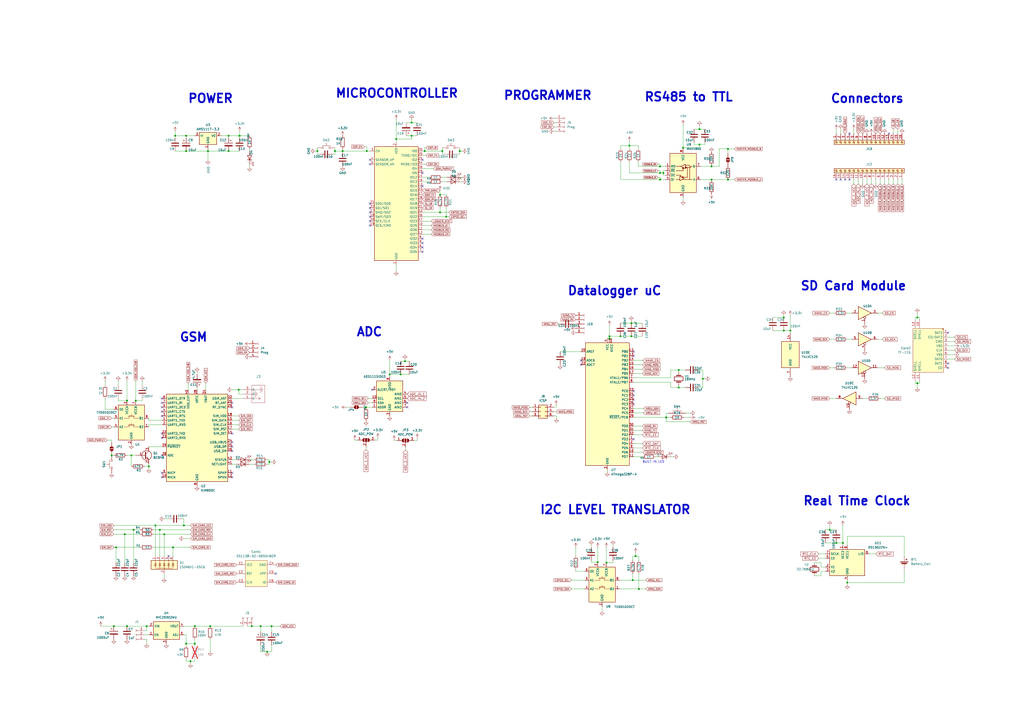
<source format=kicad_sch>
(kicad_sch (version 20231120) (generator "eeschema") (generator_version "8.0")
  (paper "A2")
  (junction (at 66.04 363.22))
  (junction (at 110.49 383.54))
  (junction (at 255.27 113.03))
  (junction (at 107.95 87.63))
  (junction (at 78.74 232.41))
  (junction (at 491.49 337.9297))
  (junction (at 156.21 267.97))
  (junction (at 367.03 336.55))
  (junction (at 353.568 195.072))
  (junction (at 382.905 100.33))
  (junction (at 384.81 100.33))
  (junction (at 396.24 85.725))
  (junction (at 359.918 195.072))
  (junction (at 454.66 184.15))
  (junction (at 412.75 104.14))
  (junction (at 107.95 373.38))
  (junction (at 132.588 87.63))
  (junction (at 85.09 363.22))
  (junction (at 238.76 78.74))
  (junction (at 386.4356 242.1636))
  (junction (at 101.6 78.74))
  (junction (at 106.68 304.8))
  (junction (at 138.43 226.06))
  (junction (at 64.77 264.16))
  (junction (at 246.38 87.63))
  (junction (at 351.79 326.39))
  (junction (at 366.268 187.452))
  (junction (at 405.765 83.82))
  (junction (at 113.03 363.22))
  (junction (at 113.03 373.38))
  (junction (at 485.14 314.96))
  (junction (at 198.755 87.63))
  (junction (at 488.95 314.96))
  (junction (at 212.725 87.63))
  (junction (at 107.95 78.74))
  (junction (at 393.7 214.63))
  (junction (at 454.66 191.77))
  (junction (at 226.06 217.17))
  (junction (at 146.05 363.22))
  (junction (at 76.2 264.16))
  (junction (at 422.275 86.3906))
  (junction (at 232.41 217.17))
  (junction (at 132.588 78.74))
  (junction (at 258.8308 125.73))
  (junction (at 67.31 317.5))
  (junction (at 458.47 191.77))
  (junction (at 138.938 78.74))
  (junction (at 256.54 87.63))
  (junction (at 368.6818 322.58))
  (junction (at 412.75 96.52))
  (junction (at 86.36 270.51))
  (junction (at 100.33 317.5))
  (junction (at 405.765 74.93))
  (junction (at 346.71 326.1146))
  (junction (at 238.76 71.12))
  (junction (at 73.66 363.22))
  (junction (at 422.275 104.14))
  (junction (at 229.87 80.645))
  (junction (at 184.15 87.63))
  (junction (at 95.25 309.88))
  (junction (at 194.31 87.63))
  (junction (at 154.9817 378.0733))
  (junction (at 266.7 87.63))
  (junction (at 121.92 363.22))
  (junction (at 365.125 84.455))
  (junction (at 393.7 224.79))
  (junction (at 370.586 341.63))
  (junction (at 366.268 195.072))
  (junction (at 353.568 196.342))
  (junction (at 90.17 304.8))
  (junction (at 73.66 232.41))
  (junction (at 382.905 96.52))
  (junction (at 532.13 184.15))
  (junction (at 407.67 219.71))
  (junction (at 77.47 307.34))
  (junction (at 532.13 222.25))
  (junction (at 151.1947 363.22))
  (junction (at 138.9795 78.74))
  (junction (at 382.905 104.14))
  (junction (at 255.27 123.19))
  (junction (at 92.71 307.34))
  (junction (at 234.95 209.55))
  (junction (at 157.5447 363.2261))
  (junction (at 481.33 307.34))
  (junction (at 72.39 309.88))
  (junction (at 120.65 87.63))
  (junction (at 212.344 236.22))
  (no_connect (at 487.68 104.14))
  (no_connect (at 93.98 264.16))
  (no_connect (at 93.98 276.86))
  (no_connect (at 549.91 210.82))
  (no_connect (at 245.11 100.33))
  (no_connect (at 245.11 92.71))
  (no_connect (at 236.22 236.22))
  (no_connect (at 367.538 229.362))
  (no_connect (at 93.98 238.76))
  (no_connect (at 160.02 332.74))
  (no_connect (at 490.22 104.14))
  (no_connect (at 214.63 128.27))
  (no_connect (at 367.538 234.442))
  (no_connect (at 337.058 211.582))
  (no_connect (at 485.14 104.14))
  (no_connect (at 367.538 231.902))
  (no_connect (at 245.11 140.97))
  (no_connect (at 134.62 276.86))
  (no_connect (at 93.98 251.46))
  (no_connect (at 367.538 206.502))
  (no_connect (at 93.98 254))
  (no_connect (at 134.62 251.46))
  (no_connect (at 214.63 118.11))
  (no_connect (at 215.9 226.06))
  (no_connect (at 214.63 120.65))
  (no_connect (at 93.98 241.3))
  (no_connect (at 549.91 213.36))
  (no_connect (at 134.62 261.62))
  (no_connect (at 245.11 143.51))
  (no_connect (at 97.79 322.58))
  (no_connect (at 337.058 209.042))
  (no_connect (at 214.63 95.25))
  (no_connect (at 134.62 259.08))
  (no_connect (at 492.76 104.14))
  (no_connect (at 214.63 125.73))
  (no_connect (at 549.91 193.04))
  (no_connect (at 93.98 233.68))
  (no_connect (at 367.538 203.962))
  (no_connect (at 134.62 274.32))
  (no_connect (at 515.62 77.47))
  (no_connect (at 492.76 77.47))
  (no_connect (at 367.538 226.822))
  (no_connect (at 236.22 233.68))
  (no_connect (at 93.98 274.32))
  (no_connect (at 134.62 233.68))
  (no_connect (at 134.62 256.54))
  (no_connect (at 367.538 254.762))
  (no_connect (at 93.98 236.22))
  (no_connect (at 134.62 236.22))
  (no_connect (at 214.63 92.71))
  (no_connect (at 245.11 146.05))
  (no_connect (at 245.11 107.95))
  (no_connect (at 245.11 138.43))
  (no_connect (at 93.98 231.14))
  (no_connect (at 214.63 130.81))
  (no_connect (at 214.63 123.19))
  (wire (pts (xy 85.09 363.22) (xy 85.09 365.76)))
  (wire (pts (xy 513.08 231.14) (xy 510.54 231.14)))
  (wire (pts (xy 229.87 153.67) (xy 229.87 157.226)))
  (wire (pts (xy 238.76 71.12) (xy 241.935 71.12)))
  (wire (pts (xy 184.15 89.535) (xy 184.15 87.63)))
  (wire (pts (xy 64.77 242.57) (xy 66.04 242.57)))
  (wire (pts (xy 88.9 309.88) (xy 95.25 309.88)))
  (wire (pts (xy 210.566 236.22) (xy 212.344 236.22)))
  (wire (pts (xy 95.25 300.99) (xy 97.79 300.99)))
  (wire (pts (xy 107.95 368.3) (xy 107.95 373.38)))
  (wire (pts (xy 384.81 99.06) (xy 384.81 100.33)))
  (wire (pts (xy 367.538 211.582) (xy 372.618 211.582)))
  (wire (pts (xy 140.97 228.6) (xy 138.43 228.6)))
  (wire (pts (xy 255.27 113.03) (xy 258.826 113.03)))
  (wire (pts (xy 367.03 332.74) (xy 367.03 336.55)))
  (wire (pts (xy 422.275 86.1954) (xy 417.2369 86.1954)))
  (wire (pts (xy 533.4 220.98) (xy 533.4 222.25)))
  (wire (pts (xy 134.62 246.38) (xy 138.43 246.38)))
  (wire (pts (xy 321.31 76.2) (xy 322.58 76.2)))
  (wire (pts (xy 154.94 269.24) (xy 156.21 269.24)))
  (wire (pts (xy 106.68 368.3) (xy 107.95 368.3)))
  (wire (pts (xy 194.31 87.63) (xy 194.31 85.725)))
  (wire (pts (xy 245.11 130.81) (xy 250.19 130.81)))
  (wire (pts (xy 396.24 85.725) (xy 396.24 86.36)))
  (wire (pts (xy 198.755 86.36) (xy 198.755 87.63)))
  (wire (pts (xy 323.85 187.96) (xy 325.12 187.96)))
  (wire (pts (xy 402.59 83.82) (xy 405.765 83.82)))
  (wire (pts (xy 367.538 257.3274) (xy 367.538 257.302)))
  (wire (pts (xy 321.31 71.12) (xy 322.58 71.12)))
  (wire (pts (xy 360.045 93.98) (xy 360.045 104.14)))
  (wire (pts (xy 367.538 216.662) (xy 372.618 216.662)))
  (wire (pts (xy 365.125 100.33) (xy 382.905 100.33)))
  (wire (pts (xy 553.72 205.74) (xy 549.91 205.74)))
  (wire (pts (xy 110.49 383.54) (xy 113.03 383.54)))
  (wire (pts (xy 226.06 217.17) (xy 226.06 218.44)))
  (wire (pts (xy 518.16 104.14) (xy 518.16 106.68)))
  (wire (pts (xy 67.31 326.39) (xy 67.31 317.5)))
  (wire (pts (xy 66.04 304.8) (xy 90.17 304.8)))
  (wire (pts (xy 353.568 196.342) (xy 353.568 195.072)))
  (wire (pts (xy 85.09 363.22) (xy 86.36 363.22)))
  (wire (pts (xy 67.31 317.5) (xy 81.28 317.5)))
  (wire (pts (xy 417.2369 86.1954) (xy 417.2369 96.52)))
  (wire (pts (xy 60.96 231.14) (xy 60.96 237.49)))
  (wire (pts (xy 212.725 87.63) (xy 214.63 87.63)))
  (wire (pts (xy 182.88 87.63) (xy 184.15 87.63)))
  (wire (pts (xy 353.568 195.072) (xy 359.918 195.072)))
  (wire (pts (xy 417.2369 96.52) (xy 412.75 96.52)))
  (wire (pts (xy 342.9 326.1146) (xy 346.71 326.1146)))
  (wire (pts (xy 245.11 97.79) (xy 251.46 97.79)))
  (wire (pts (xy 83.82 365.76) (xy 85.09 365.76)))
  (wire (pts (xy 366.8268 264.922) (xy 367.538 264.922)))
  (wire (pts (xy 367.538 247.142) (xy 372.618 247.142)))
  (wire (pts (xy 372.8546 262.3935) (xy 371.5464 262.3935)))
  (wire (pts (xy 481.33 213.36) (xy 483.87 213.36)))
  (wire (pts (xy 405.13 214.63) (xy 407.67 214.63)))
  (wire (pts (xy 86.36 243.84) (xy 86.36 242.57)))
  (wire (pts (xy 76.2 264.16) (xy 78.74 264.16)))
  (wire (pts (xy 235.204 259.334) (xy 235.204 261.112)))
  (wire (pts (xy 370.205 93.98) (xy 370.205 96.52)))
  (wire (pts (xy 242.062 254.254) (xy 242.062 255.524)))
  (wire (pts (xy 393.7 214.63) (xy 393.7 215.9)))
  (wire (pts (xy 60.96 220.98) (xy 60.96 223.52)))
  (wire (pts (xy 355.6 326.39) (xy 355.6 325.12)))
  (wire (pts (xy 533.4 184.15) (xy 532.13 184.15)))
  (wire (pts (xy 256.54 87.63) (xy 246.38 87.63)))
  (wire (pts (xy 524.51 311.15) (xy 524.51 322.58)))
  (wire (pts (xy 397.8656 239.6236) (xy 400.4056 239.6236)))
  (wire (pts (xy 106.68 300.99) (xy 106.68 304.8)))
  (wire (pts (xy 134.62 243.84) (xy 138.43 243.84)))
  (wire (pts (xy 72.39 309.88) (xy 81.28 309.88)))
  (wire (pts (xy 533.4 185.42) (xy 533.4 184.15)))
  (wire (pts (xy 110.49 383.54) (xy 107.95 383.54)))
  (wire (pts (xy 389.128 221.742) (xy 389.128 224.79)))
  (wire (pts (xy 332.74 187.96) (xy 334.01 187.96)))
  (wire (pts (xy 346.71 317.5) (xy 346.71 326.1146)))
  (wire (pts (xy 107.95 87.63) (xy 120.65 87.63)))
  (wire (pts (xy 154.7235 363.2261) (xy 154.7235 363.22)))
  (wire (pts (xy 110.49 304.8) (xy 106.68 304.8)))
  (wire (pts (xy 386.4356 242.1636) (xy 388.9756 242.1636)))
  (wire (pts (xy 121.92 363.22) (xy 140.97 363.22)))
  (wire (pts (xy 382.6256 242.1636) (xy 386.4356 242.1636)))
  (wire (pts (xy 68.58 220.98) (xy 68.58 223.52)))
  (wire (pts (xy 334.01 317.5) (xy 334.01 322.58)))
  (wire (pts (xy 488.95 314.96) (xy 488.95 316.23)))
  (wire (pts (xy 372.618 252.222) (xy 367.538 252.222)))
  (wire (pts (xy 372.6688 259.8674) (xy 367.3348 259.8674)))
  (wire (pts (xy 365.125 81.915) (xy 365.125 84.455)))
  (wire (pts (xy 405.765 85.725) (xy 405.765 83.82)))
  (wire (pts (xy 367.3348 259.842) (xy 367.538 259.842)))
  (wire (pts (xy 106.68 312.42) (xy 110.49 312.42)))
  (wire (pts (xy 100.33 317.5) (xy 110.49 317.5)))
  (wire (pts (xy 532.13 222.25) (xy 532.13 224.79)))
  (wire (pts (xy 66.04 309.88) (xy 72.39 309.88)))
  (wire (pts (xy 307.34 238.76) (xy 308.61 238.76)))
  (wire (pts (xy 448.31 191.77) (xy 454.66 191.77)))
  (wire (pts (xy 367.03 322.58) (xy 368.6818 322.58)))
  (wire (pts (xy 520.7 74.93) (xy 520.7 77.47)))
  (wire (pts (xy 205.74 255.016) (xy 205.74 255.27)))
  (wire (pts (xy 488.95 304.8) (xy 488.95 314.96)))
  (wire (pts (xy 407.67 214.63) (xy 407.67 219.71)))
  (wire (pts (xy 408.94 83.82) (xy 408.94 82.55)))
  (wire (pts (xy 533.4 222.25) (xy 532.13 222.25)))
  (wire (pts (xy 405.13 224.79) (xy 407.67 224.79)))
  (wire (pts (xy 245.11 128.27) (xy 250.19 128.27)))
  (wire (pts (xy 134.62 269.24) (xy 137.16 269.24)))
  (wire (pts (xy 256.54 89.535) (xy 257.81 89.535)))
  (wire (pts (xy 211.455 85.09) (xy 212.725 85.09)))
  (wire (pts (xy 119.38 222.25) (xy 119.38 226.06)))
  (wire (pts (xy 107.95 373.38) (xy 113.03 373.38)))
  (wire (pts (xy 502.92 231.14) (xy 500.38 231.14)))
  (wire (pts (xy 393.7 224.79) (xy 389.128 224.79)))
  (wire (pts (xy 134.62 231.14) (xy 140.97 231.14)))
  (wire (pts (xy 342.9 316.23) (xy 342.9 317.5)))
  (wire (pts (xy 365.125 84.455) (xy 370.205 84.455)))
  (wire (pts (xy 101.6 87.63) (xy 107.95 87.63)))
  (wire (pts (xy 382.905 104.14) (xy 386.08 104.14)))
  (wire (pts (xy 352.298 196.342) (xy 353.568 196.342)))
  (wire (pts (xy 77.47 326.39) (xy 77.47 307.34)))
  (wire (pts (xy 491.49 311.15) (xy 524.51 311.15)))
  (wire (pts (xy 454.66 182.88) (xy 454.66 184.15)))
  (wire (pts (xy 513.08 104.14) (xy 513.08 106.68)))
  (wire (pts (xy 245.11 135.89) (xy 250.19 135.89)))
  (wire (pts (xy 151.1947 363.22) (xy 154.7235 363.22)))
  (wire (pts (xy 245.11 105.41) (xy 248.92 105.41)))
  (wire (pts (xy 454.66 191.77) (xy 458.47 191.77)))
  (wire (pts (xy 370.586 341.63) (xy 374.65 341.63)))
  (wire (pts (xy 393.7 224.79) (xy 397.51 224.79)))
  (wire (pts (xy 128.27 78.74) (xy 132.588 78.74)))
  (wire (pts (xy 372.9228 209.0674) (xy 372.4148 209.0674)))
  (wire (pts (xy 384.81 100.33) (xy 384.81 101.6)))
  (wire (pts (xy 365.125 84.455) (xy 365.125 86.36)))
  (wire (pts (xy 157.5447 378.0733) (xy 154.9817 378.0733)))
  (wire (pts (xy 373.38 236.982) (xy 367.538 236.982)))
  (wire (pts (xy 101.6 80.01) (xy 101.6 78.74)))
  (wire (pts (xy 360.045 84.455) (xy 365.125 84.455)))
  (wire (pts (xy 481.33 181.61) (xy 483.87 181.61)))
  (wire (pts (xy 266.7 87.63) (xy 266.7 89.535)))
  (wire (pts (xy 386.4356 239.6236) (xy 386.4356 242.1636)))
  (wire (pts (xy 481.33 304.8) (xy 481.33 307.34)))
  (wire (pts (xy 553.72 200.66) (xy 549.91 200.66)))
  (wire (pts (xy 86.36 246.38) (xy 86.36 247.65)))
  (wire (pts (xy 156.21 266.7) (xy 156.21 267.97)))
  (wire (pts (xy 405.765 83.82) (xy 408.94 83.82)))
  (wire (pts (xy 402.59 74.93) (xy 405.765 74.93)))
  (wire (pts (xy 156.21 267.97) (xy 157.48 267.97)))
  (wire (pts (xy 132.588 80.01) (xy 132.588 78.74)))
  (wire (pts (xy 360.045 86.36) (xy 360.045 84.455)))
  (wire (pts (xy 530.86 222.25) (xy 532.13 222.25)))
  (wire (pts (xy 245.11 125.73) (xy 258.8308 125.73)))
  (wire (pts (xy 400.4056 244.7036) (xy 386.4356 244.7036)))
  (wire (pts (xy 202.946 236.22) (xy 200.914 236.22)))
  (wire (pts (xy 82.55 231.14) (xy 82.55 232.41)))
  (wire (pts (xy 138.9795 78.74) (xy 138.938 78.74)))
  (wire (pts (xy 553.72 208.28) (xy 549.91 208.28)))
  (wire (pts (xy 154.9817 378.0733) (xy 151.1947 378.0733)))
  (wire (pts (xy 393.7 214.63) (xy 389.128 214.63)))
  (wire (pts (xy 366.8268 264.9474) (xy 366.8268 264.922)))
  (wire (pts (xy 156.21 269.24) (xy 156.21 267.97)))
  (wire (pts (xy 138.938 78.74) (xy 138.938 80.01)))
  (wire (pts (xy 351.79 317.5) (xy 351.79 326.39)))
  (wire (pts (xy 256.54 85.725) (xy 256.54 87.63)))
  (wire (pts (xy 476.25 334.01) (xy 476.25 331.47)))
  (wire (pts (xy 367.03 322.58) (xy 367.03 325.12)))
  (wire (pts (xy 389.1788 264.9474) (xy 390.7028 264.9474)))
  (wire (pts (xy 491.49 316.23) (xy 491.49 311.15)))
  (wire (pts (xy 508 104.14) (xy 508 106.68)))
  (wire (pts (xy 491.49 181.61) (xy 494.03 181.61)))
  (wire (pts (xy 132.588 87.63) (xy 120.65 87.63)))
  (wire (pts (xy 472.44 326.39) (xy 476.25 326.39)))
  (wire (pts (xy 370.586 341.63) (xy 370.586 332.74)))
  (wire (pts (xy 247.015 85.725) (xy 246.38 85.725)))
  (wire (pts (xy 505.46 104.14) (xy 505.46 106.68)))
  (wire (pts (xy 107.95 374.65) (xy 107.95 373.38)))
  (wire (pts (xy 382.6256 242.062) (xy 382.6256 242.1636)))
  (wire (pts (xy 246.38 87.63) (xy 245.11 87.63)))
  (wire (pts (xy 491.49 196.85) (xy 494.03 196.85)))
  (wire (pts (xy 246.38 85.725) (xy 246.38 87.63)))
  (wire (pts (xy 389.128 214.63) (xy 389.128 219.202)))
  (wire (pts (xy 235.585 78.74) (xy 238.76 78.74)))
  (wire (pts (xy 366.268 195.072) (xy 372.618 195.072)))
  (wire (pts (xy 360.045 104.14) (xy 382.905 104.14)))
  (wire (pts (xy 510.54 104.14) (xy 510.54 106.68)))
  (wire (pts (xy 485.14 314.96) (xy 488.95 314.96)))
  (wire (pts (xy 151.1947 366.6433) (xy 151.1947 363.22)))
  (wire (pts (xy 154.7235 363.2261) (xy 157.5447 363.2261)))
  (wire (pts (xy 481.33 231.14) (xy 485.14 231.14)))
  (wire (pts (xy 238.76 78.74) (xy 241.935 78.74)))
  (wire (pts (xy 212.344 236.22) (xy 215.9 236.22)))
  (wire (pts (xy 212.725 85.09) (xy 212.725 87.63)))
  (wire (pts (xy 100.33 317.5) (xy 100.33 322.58)))
  (wire (pts (xy 107.95 78.74) (xy 113.03 78.74)))
  (wire (pts (xy 58.42 363.22) (xy 66.04 363.22)))
  (wire (pts (xy 352.298 272.542) (xy 352.298 273.812)))
  (wire (pts (xy 324.9168 203.9874) (xy 325.628 203.9874)))
  (wire (pts (xy 138.43 226.06) (xy 140.97 226.06)))
  (wire (pts (xy 497.84 104.14) (xy 497.84 106.68)))
  (wire (pts (xy 511.81 196.85) (xy 509.27 196.85)))
  (wire (pts (xy 372.6688 264.9474) (xy 366.8268 264.9474)))
  (wire (pts (xy 255.27 110.49) (xy 255.27 113.03)))
  (wire (pts (xy 83.82 370.84) (xy 85.09 370.84)))
  (wire (pts (xy 518.16 74.93) (xy 518.16 77.47)))
  (wire (pts (xy 397.51 214.63) (xy 393.7 214.63)))
  (wire (pts (xy 331.47 336.55) (xy 339.09 336.55)))
  (wire (pts (xy 387.7056 239.6236) (xy 386.4356 239.6236)))
  (wire (pts (xy 307.34 241.3) (xy 308.61 241.3)))
  (wire (pts (xy 72.39 326.39) (xy 72.39 309.88)))
  (wire (pts (xy 255.27 120.65) (xy 255.27 123.19)))
  (wire (pts (xy 371.5464 262.382) (xy 367.538 262.382)))
  (wire (pts (xy 258.8308 125.73) (xy 260.35 125.73)))
  (wire (pts (xy 229.87 80.645) (xy 229.87 82.55)))
  (wire (pts (xy 64.77 247.65) (xy 66.04 247.65)))
  (wire (pts (xy 219.202 255.27) (xy 217.424 255.27)))
  (wire (pts (xy 381.635 102.87) (xy 382.905 102.87)))
  (wire (pts (xy 359.918 195.072) (xy 366.268 195.072)))
  (wire (pts (xy 367.03 336.55) (xy 359.41 336.55)))
  (wire (pts (xy 422.275 86.3906) (xy 422.275 88.9)))
  (wire (pts (xy 62.23 255.27) (xy 64.77 255.27)))
  (wire (pts (xy 321.31 236.22) (xy 322.58 236.22)))
  (wire (pts (xy 86.36 259.08) (xy 93.98 259.08)))
  (wire (pts (xy 384.81 101.6) (xy 386.08 101.6)))
  (wire (pts (xy 407.67 219.71) (xy 408.94 219.71)))
  (wire (pts (xy 422.275 86.3906) (xy 426.0248 86.3906)))
  (wire (pts (xy 382.905 100.33) (xy 384.81 100.33)))
  (wire (pts (xy 513.08 213.36) (xy 509.27 213.36)))
  (wire (pts (xy 73.66 363.22) (xy 85.09 363.22)))
  (wire (pts (xy 495.3 104.14) (xy 495.3 106.68)))
  (wire (pts (xy 353.568 196.342) (xy 354.838 196.342)))
  (wire (pts (xy 523.24 104.14) (xy 523.24 106.68)))
  (wire (pts (xy 114.3 215.9) (xy 114.3 217.17)))
  (wire (pts (xy 85.09 370.84) (xy 85.09 373.38)))
  (wire (pts (xy 491.49 337.9297) (xy 491.49 336.55)))
  (wire (pts (xy 256.54 105.41) (xy 259.08 105.41)))
  (wire (pts (xy 229.87 69.215) (xy 229.87 80.645)))
  (wire (pts (xy 113.03 373.38) (xy 113.03 374.65)))
  (wire (pts (xy 380.2888 264.9474) (xy 381.5588 264.9474)))
  (wire (pts (xy 481.33 196.85) (xy 483.87 196.85)))
  (wire (pts (xy 193.04 89.535) (xy 194.31 89.535)))
  (wire (pts (xy 458.47 191.77) (xy 458.47 193.04)))
  (wire (pts (xy 553.72 203.2) (xy 549.91 203.2)))
  (wire (pts (xy 266.7 102.87) (xy 267.97 102.87)))
  (wire (pts (xy 476.25 328.93) (xy 478.79 328.93)))
  (wire (pts (xy 212.344 259.08) (xy 212.344 260.858)))
  (wire (pts (xy 226.06 209.042) (xy 226.06 217.17)))
  (wire (pts (xy 367.03 336.55) (xy 374.65 336.55)))
  (wire (pts (xy 406.4 104.14) (xy 412.75 104.14)))
  (wire (pts (xy 88.9 307.34) (xy 92.71 307.34)))
  (wire (pts (xy 359.41 341.63) (xy 370.586 341.63)))
  (wire (pts (xy 405.765 74.93) (xy 408.94 74.93)))
  (wire (pts (xy 386.08 99.06) (xy 384.81 99.06)))
  (wire (pts (xy 238.76 69.215) (xy 238.76 71.12)))
  (wire (pts (xy 134.62 266.7) (xy 137.16 266.7)))
  (wire (pts (xy 242.062 255.524) (xy 240.284 255.524)))
  (wire (pts (xy 255.27 123.19) (xy 260.35 123.19)))
  (wire (pts (xy 215.9 231.14) (xy 213.614 231.14)))
  (wire (pts (xy 382.905 96.52) (xy 386.08 96.52)))
  (wire (pts (xy 185.42 89.535) (xy 184.15 89.535)))
  (wire (pts (xy 120.65 87.63) (xy 120.65 92.71)))
  (wire (pts (xy 144.78 269.24) (xy 147.32 269.24)))
  (wire (pts (xy 212.344 236.22) (xy 212.344 236.474)))
  (wire (pts (xy 101.6 78.74) (xy 107.95 78.74)))
  (wire (pts (xy 524.51 337.9297) (xy 491.49 337.9297)))
  (wire (pts (xy 405.765 73.025) (xy 405.765 74.93)))
  (wire (pts (xy 66.04 307.34) (xy 77.47 307.34)))
  (wire (pts (xy 86.36 271.78) (xy 86.36 270.51)))
  (wire (pts (xy 266.7 105.41) (xy 267.97 105.41)))
  (wire (pts (xy 553.72 198.12) (xy 549.91 198.12)))
  (wire (pts (xy 393.7 223.52) (xy 393.7 224.79)))
  (wire (pts (xy 234.95 209.55) (xy 232.41 209.55)))
  (wire (pts (xy 491.49 339.09) (xy 491.49 337.9297)))
  (wire (pts (xy 321.31 68.58) (xy 322.58 68.58)))
  (wire (pts (xy 138.9795 76.1728) (xy 138.9795 78.74)))
  (wire (pts (xy 372.6688 257.3274) (xy 367.538 257.3274)))
  (wire (pts (xy 245.11 102.87) (xy 248.92 102.87)))
  (wire (pts (xy 138.43 228.6) (xy 138.43 226.06)))
  (wire (pts (xy 157.5447 363.2261) (xy 162.527 363.2261)))
  (wire (pts (xy 232.41 217.17) (xy 226.06 217.17)))
  (wire (pts (xy 83.82 270.51) (xy 86.36 270.51)))
  (wire (pts (xy 325.628 203.9874) (xy 325.628 203.962)))
  (wire (pts (xy 321.31 238.76) (xy 322.58 238.76)))
  (wire (pts (xy 134.62 226.06) (xy 138.43 226.06)))
  (wire (pts (xy 194.31 89.535) (xy 194.31 87.63)))
  (wire (pts (xy 476.25 326.39) (xy 476.25 328.93)))
  (wire (pts (xy 553.72 195.58) (xy 549.91 195.58)))
  (wire (pts (xy 157.5447 366.6433) (xy 157.5447 363.2261)))
  (wire (pts (xy 509.27 181.61) (xy 511.81 181.61)))
  (wire (pts (xy 86.36 270.51) (xy 86.36 269.24)))
  (wire (pts (xy 78.74 220.98) (xy 78.74 232.41)))
  (wire (pts (xy 235.585 71.12) (xy 238.76 71.12)))
  (wire (pts (xy 83.82 368.3) (xy 86.36 368.3)))
  (wire (pts (xy 366.268 186.182) (xy 366.268 187.452)))
  (wire (pts (xy 107.95 78.74) (xy 107.95 80.01)))
  (wire (pts (xy 146.05 363.22) (xy 151.1947 363.22)))
  (wire (pts (xy 334.01 331.47) (xy 339.09 331.47)))
  (wire (pts (xy 64.77 255.27) (xy 64.77 256.54)))
  (wire (pts (xy 367.538 249.682) (xy 372.618 249.682)))
  (wire (pts (xy 372.4148 209.0674) (xy 372.4148 209.042)))
  (wire (pts (xy 267.97 87.63) (xy 266.7 87.63)))
  (wire (pts (xy 237.49 209.55) (xy 234.95 209.55)))
  (wire (pts (xy 228.6 255.524) (xy 230.124 255.524)))
  (wire (pts (xy 386.4356 244.7036) (xy 386.4356 242.1636)))
  (wire (pts (xy 237.49 217.17) (xy 232.41 217.17)))
  (wire (pts (xy 368.6818 322.58) (xy 370.586 322.58)))
  (wire (pts (xy 396.24 114.3) (xy 396.24 116.205)))
  (wire (pts (xy 245.11 123.19) (xy 255.27 123.19)))
  (wire (pts (xy 198.755 87.63) (xy 198.755 88.9)))
  (wire (pts (xy 407.67 224.79) (xy 407.67 219.71)))
  (wire (pts (xy 515.62 104.14) (xy 515.62 106.68)))
  (wire (pts (xy 448.31 184.15) (xy 454.66 184.15)))
  (wire (pts (xy 132.588 78.74) (xy 138.938 78.74)))
  (wire (pts (xy 228.6 255.27) (xy 228.6 255.524)))
  (wire (pts (xy 402.59 82.55) (xy 402.59 83.82)))
  (wire (pts (xy 359.918 187.452) (xy 366.268 187.452)))
  (wire (pts (xy 322.834 241.3) (xy 322.834 242.57)))
  (wire (pts (xy 481.33 307.34) (xy 485.14 307.34)))
  (wire (pts (xy 90.17 304.8) (xy 90.17 322.58)))
  (wire (pts (xy 215.9 233.68) (xy 213.614 233.68)))
  (wire (pts (xy 157.5447 374.2633) (xy 157.5447 378.0733)))
  (wire (pts (xy 101.6 76.2) (xy 101.6 78.74)))
  (wire (pts (xy 367.538 242.062) (xy 382.6256 242.062)))
  (wire (pts (xy 368.6818 320.6364) (xy 368.6818 322.58)))
  (wire (pts (xy 194.31 87.63) (xy 198.755 87.63)))
  (wire (pts (xy 144.78 95.25) (xy 144.78 96.774)))
  (wire (pts (xy 234.95 208.534) (xy 234.95 209.55)))
  (wire (pts (xy 365.125 93.98) (xy 365.125 100.33)))
  (wire (pts (xy 64.77 264.16) (xy 66.04 264.16)))
  (wire (pts (xy 474.98 323.85) (xy 478.79 323.85)))
  (wire (pts (xy 77.47 307.34) (xy 81.28 307.34)))
  (wire (pts (xy 502.92 104.14) (xy 502.92 106.68)))
  (wire (pts (xy 351.79 326.39) (xy 355.6 326.39)))
  (wire (pts (xy 474.98 321.31) (xy 478.79 321.31)))
  (wire (pts (xy 105.41 300.99) (xy 106.68 300.99)))
  (wire (pts (xy 205.74 255.27) (xy 207.264 255.27)))
  (wire (pts (xy 520.7 104.14) (xy 520.7 106.68)))
  (wire (pts (xy 373.38 239.522) (xy 367.538 239.522)))
  (wire (pts (xy 113.03 383.54) (xy 113.03 382.27)))
  (wire (pts (xy 321.31 241.3) (xy 322.834 241.3)))
  (wire (pts (xy 110.49 309.88) (xy 95.25 309.88)))
  (wire (pts (xy 144.78 266.7) (xy 147.32 266.7)))
  (wire (pts (xy 476.25 331.47) (xy 478.79 331.47)))
  (wire (pts (xy 198.755 87.63) (xy 212.725 87.63)))
  (wire (pts (xy 346.71 326.1146) (xy 346.71 326.39)))
  (wire (pts (xy 73.66 232.41) (xy 68.58 232.41)))
  (wire (pts (xy 406.4 96.52) (xy 412.75 96.52)))
  (wire (pts (xy 349.25 354.33) (xy 349.25 351.79)))
  (wire (pts (xy 256.54 102.87) (xy 259.08 102.87)))
  (wire (pts (xy 76.2 264.16) (xy 73.66 264.16)))
  (wire (pts (xy 219.202 254) (xy 219.202 255.27)))
  (wire (pts (xy 366.268 187.452) (xy 372.618 187.452)))
  (wire (pts (xy 422.275 104.14) (xy 426.085 104.14)))
  (wire (pts (xy 412.75 104.14) (xy 412.75 104.775)))
  (wire (pts (xy 114.3 224.79) (xy 114.3 226.06)))
  (wire (pts (xy 134.62 241.3) (xy 138.43 241.3)))
  (wire (pts (xy 151.1947 374.2633) (xy 151.1947 378.0733)))
  (wire (pts (xy 500.38 104.14) (xy 500.38 106.68)))
  (wire (pts (xy 382.905 99.06) (xy 382.905 100.33)))
  (wire (pts (xy 353.568 188.722) (xy 353.568 195.072)))
  (wire (pts (xy 144.78 78.74) (xy 138.9795 78.74)))
  (wire (pts (xy 95.25 335.28) (xy 95.25 332.74)))
  (wire (pts (xy 504.19 321.31) (xy 508 321.31)))
  (wire (pts (xy 307.34 236.22) (xy 308.61 236.22)))
  (wire (pts (xy 487.68 74.93) (xy 487.68 77.47)))
  (wire (pts (xy 478.79 307.34) (xy 481.33 307.34)))
  (wire (pts (xy 60.96 237.49) (xy 66.04 237.49)))
  (wire (pts (xy 370.205 84.455) (xy 370.205 86.36)))
  (wire (pts (xy 93.98 246.38) (xy 86.36 246.38)))
  (wire (pts (xy 325.628 203.962) (xy 337.058 203.962)))
  (wire (pts (xy 121.92 377.825) (xy 121.92 370.84)))
  (wire (pts (xy 396.24 85.725) (xy 405.765 85.725)))
  (wire (pts (xy 355.6 316.23) (xy 355.6 317.5)))
  (wire (pts (xy 342.9 325.12) (xy 342.9 326.1146)))
  (wire (pts (xy 144.78 86.36) (xy 144.78 87.63)))
  (wire (pts (xy 258.8308 120.65) (xy 258.8308 125.73)))
  (wire (pts (xy 82.55 220.98) (xy 82.55 223.52)))
  (wire (pts (xy 154.94 266.7) (xy 156.21 266.7)))
  (wire (pts (xy 66.04 317.5) (xy 67.31 317.5)))
  (wire (pts (xy 256.54 87.63) (xy 256.54 89.535)))
  (wire (pts (xy 396.5956 242.1636) (xy 400.4056 242.1636)))
  (wire (pts (xy 76.2 270.51) (xy 76.2 264.16)))
  (wire (pts (xy 245.11 95.25) (xy 247.015 95.25)))
  (wire (pts (xy 530.86 185.42) (xy 530.86 184.15)))
  (wire (pts (xy 458.47 182.88) (xy 458.47 191.77)))
  (wire (pts (xy 95.25 309.88) (xy 95.25 322.58)))
  (wire (pts (xy 396.24 72.39) (xy 396.24 85.725)))
  (wire (pts (xy 66.04 363.22) (xy 73.66 363.22)))
  (wire (pts (xy 258.826 120.65) (xy 258.8308 120.65)))
  (wire (pts (xy 93.98 243.84) (xy 86.36 243.84)))
  (wire (pts (xy 110.49 307.34) (xy 92.71 307.34)))
  (wire (pts (xy 245.11 133.35) (xy 250.19 133.35)))
  (wire (pts (xy 113.03 370.84) (xy 113.03 373.38)))
  (wire (pts (xy 134.62 248.92) (xy 138.43 248.92)))
  (wire (pts (xy 381.635 95.25) (xy 382.905 95.25)))
  (wire (pts (xy 68.58 232.41) (xy 68.58 231.14)))
  (wire (pts (xy 334.01 330.2) (xy 334.01 331.47)))
  (wire (pts (xy 412.75 96.52) (xy 412.75 95.885)))
  (wire (pts (xy 110.49 384.81) (xy 110.49 383.54)))
  (wire (pts (xy 382.905 95.25) (xy 382.905 96.52)))
  (wire (pts (xy 106.68 363.22) (xy 113.03 363.22)))
  (wire (pts (xy 491.49 213.36) (xy 494.03 213.36)))
  (wire (pts (xy 422.275 86.3906) (xy 422.275 86.1954)))
  (wire (pts (xy 382.905 102.87) (xy 382.905 104.14)))
  (wire (pts (xy 238.76 78.74) (xy 238.76 80.645)))
  (wire (pts (xy 370.205 96.52) (xy 382.905 96.52)))
  (wire (pts (xy 530.86 220.98) (xy 530.86 222.25)))
  (wire (pts (xy 73.66 220.98) (xy 73.66 232.41)))
  (wire (pts (xy 367.3348 259.8674) (xy 367.3348 259.842)))
  (wire (pts (xy 367.538 214.122) (xy 372.618 214.122)))
  (wire (pts (xy 120.65 86.36) (xy 120.65 87.63)))
  (wire (pts (xy 88.9 317.5) (xy 100.33 317.5)))
  (wire (pts (xy 530.86 184.15) (xy 532.13 184.15)))
  (wire (pts (xy 107.95 383.54) (xy 107.95 382.27)))
  (wire (pts (xy 331.47 341.63) (xy 339.09 341.63)))
  (wire (pts (xy 495.3 74.93) (xy 495.3 77.47)))
  (wire (pts (xy 478.79 314.96) (xy 485.14 314.96)))
  (wire (pts (xy 322.58 234.95) (xy 322.58 236.22)))
  (wire (pts (xy 371.5464 262.3935) (xy 371.5464 262.382)))
  (wire (pts (xy 381.635 99.06) (xy 382.905 99.06)))
  (wire (pts (xy 367.538 219.202) (xy 389.128 219.202)))
  (wire (pts (xy 113.03 363.22) (xy 121.92 363.22)))
  (wire (pts (xy 367.538 221.742) (xy 389.128 221.742)))
  (wire (pts (xy 412.75 104.14) (xy 422.275 104.14)))
  (wire (pts (xy 238.76 80.645) (xy 229.87 80.645)))
  (wire (pts (xy 109.22 222.25) (xy 109.22 226.06)))
  (wire (pts (xy 532.13 181.61) (xy 532.13 184.15)))
  (wire (pts (xy 321.31 73.66) (xy 322.58 73.66)))
  (wire (pts (xy 265.43 89.535) (xy 266.7 89.535)))
  (wire (pts (xy 266.7 85.725) (xy 266.7 87.63)))
  (wire (pts (xy 485.14 74.93) (xy 485.14 77.47)))
  (wire (pts (xy 370.586 322.58) (xy 370.586 325.12)))
  (wire (pts (xy 82.55 232.41) (xy 78.74 232.41)))
  (wire (pts (xy 245.11 90.17) (xy 247.015 90.17)))
  (wire (pts (xy 143.51 363.22) (xy 146.05 363.22)))
  (wire (pts (xy 184.15 87.63) (xy 184.15 85.725)))
  (wire (pts (xy 472.44 334.01) (xy 476.25 334.01)))
  (wire (pts (xy 132.588 87.63) (xy 138.938 87.63)))
  (wire (pts (xy 92.71 307.34) (xy 92.71 322.58)))
  (wire (pts (xy 372.4148 209.042) (xy 367.538 209.042)))
  (wire (pts (xy 524.51 330.2) (xy 524.51 337.9297)))
  (wire (pts (xy 106.68 304.8) (xy 90.17 304.8)))
  (text "Datalogger uC" (at 328.93 171.704 0) (effects (font (size 5 5) (thickness 1) (bold yes)) (justify left bottom)))
  (text "RS485 to TTL" (at 373.507 59.309 0) (effects (font (size 5 5) (thickness 1) (bold yes)) (justify left bottom)))
  (text "SD Card Module" (at 464.058 168.91 0) (effects (font (size 5 5) (thickness 1) (bold yes)) (justify left bottom)))
  (text "GSM" (at 103.886 198.628 0) (effects (font (size 5 5) (thickness 1) (bold yes)) (justify left bottom)))
  (text "I2C LEVEL TRANSLATOR" (at 312.928 298.704 0) (effects (font (size 5 5) (thickness 1) (bold yes)) (justify left bottom)))
  (text "Connectors" (at 481.584 60.198 0) (effects (font (size 5 5) (thickness 1) (bold yes)) (justify left bottom)))
  (text "POWER " (at 108.712 60.198 0) (effects (font (size 5 5) (thickness 1) (bold yes)) (justify left bottom)))
  (text "MICROCONTROLLER" (at 194.31 57.15 0) (effects (font (size 5 5) (thickness 1) (bold yes)) (justify left bottom)))
  (text "Real Time Clock" (at 465.582 293.624 0) (effects (font (size 5 5) (thickness 1) (bold yes)) (justify left bottom)))
  (text "BUILT IN LED" (at 379.0188 267.9954 0) (effects (font (size 1.27 1.27))))
  (text "PROGRAMMER" (at 291.846 58.42 0) (effects (font (size 5 5) (thickness 1) (bold yes)) (justify left bottom)))
  (text "ADC" (at 206.502 195.58 0) (effects (font (size 5 5) (thickness 1) (bold yes)) (justify left bottom)))
  (global_label "NANO_RX" (shape input) (at 334.01 185.42 180) (effects (font (size 1 1))) (property "Intersheetrefs" "${INTERSHEET_REFS}" (effects (hide yes))))
  (global_label "RTC_CLK" (shape input) (at 474.98 321.31 180) (property "Intersheetrefs" "${INTERSHEET_REFS}" (effects (hide yes))))
  (global_label "SD_MOSI" (shape input) (at 513.08 213.36 0) (effects (font (size 1.143 1.143))) (property "Intersheetrefs" "${INTERSHEET_REFS}" (effects (hide yes))))
  (global_label "GSM_RX" (shape input) (at 64.77 247.65 180) (effects (font (size 1 1))) (property "Intersheetrefs" "${INTERSHEET_REFS}" (effects (hide yes))))
  (global_label "ESP_RX" (shape input) (at 247.015 95.25 0) (effects (font (size 1 1))) (property "Intersheetrefs" "${INTERSHEET_REFS}" (effects (hide yes))))
  (global_label "ARDU_RST" (shape input) (at 400.4056 244.7036 0) (effects (font (size 1 1))) (property "Intersheetrefs" "${INTERSHEET_REFS}" (effects (hide yes))))
  (global_label "ESP32_SCL" (shape input) (at 260.35 125.73 0) (effects (font (size 1 1))) (property "Intersheetrefs" "${INTERSHEET_REFS}" (effects (hide yes))))
  (global_label "ARDU_SDA" (shape input) (at 373.38 236.982 0) (effects (font (size 1 1))) (property "Intersheetrefs" "${INTERSHEET_REFS}" (effects (hide yes))))
  (global_label "MASTER_MODBUS_A" (shape input) (at 515.62 106.68 270) (effects (font (size 1 1))) (property "Intersheetrefs" "${INTERSHEET_REFS}" (effects (hide yes))))
  (global_label "NANO_SCK" (shape input) (at 307.34 238.76 180) (effects (font (size 1 1))) (property "Intersheetrefs" "${INTERSHEET_REFS}" (effects (hide yes))))
  (global_label "TMR_DONE" (shape input) (at 490.22 77.47 90) (effects (font (size 1 1))) (property "Intersheetrefs" "${INTERSHEET_REFS}" (effects (hide yes))))
  (global_label "ARDU_RST" (shape input) (at 323.85 187.96 180) (effects (font (size 1 1))) (property "Intersheetrefs" "${INTERSHEET_REFS}" (effects (hide yes))))
  (global_label "ESP_RX" (shape input) (at 321.31 73.66 180) (effects (font (size 1 1))) (property "Intersheetrefs" "${INTERSHEET_REFS}" (effects (hide yes))))
  (global_label "SIM_CARD_VCC" (shape input) (at 110.49 304.8 0) (effects (font (size 1 1))) (property "Intersheetrefs" "${INTERSHEET_REFS}" (effects (hide yes))))
  (global_label "ESP_TX" (shape input) (at 321.31 71.12 180) (effects (font (size 1 1))) (property "Intersheetrefs" "${INTERSHEET_REFS}" (effects (hide yes))))
  (global_label "GSM_TX" (shape input) (at 64.77 242.57 180) (effects (font (size 1 1))) (property "Intersheetrefs" "${INTERSHEET_REFS}" (effects (hide yes))))
  (global_label "ADC_IN_2" (shape input) (at 236.22 231.14 0) (property "Intersheetrefs" "${INTERSHEET_REFS}" (effects (hide yes))))
  (global_label "ESP32_SDA" (shape input) (at 260.35 123.19 0) (effects (font (size 1 1))) (property "Intersheetrefs" "${INTERSHEET_REFS}" (effects (hide yes))))
  (global_label "SIM_CARD_IO" (shape input) (at 110.49 317.5 0) (effects (font (size 1 1))) (property "Intersheetrefs" "${INTERSHEET_REFS}" (effects (hide yes))))
  (global_label "MODBUS_DI" (shape input) (at 250.19 130.81 0) (effects (font (size 1 1))) (property "Intersheetrefs" "${INTERSHEET_REFS}" (effects (hide yes))))
  (global_label "ADC_IN_2" (shape input) (at 505.46 106.68 270) (property "Intersheetrefs" "${INTERSHEET_REFS}" (effects (hide yes))))
  (global_label "SIM_CARD_VCC" (shape input) (at 137.16 327.66 180) (effects (font (size 1 1))) (property "Intersheetrefs" "${INTERSHEET_REFS}" (effects (hide yes))))
  (global_label "ADC_1_VCC" (shape input) (at 212.344 260.858 270) (property "Intersheetrefs" "${INTERSHEET_REFS}" (effects (hide yes))))
  (global_label "SIM_CARD_CLK" (shape input) (at 110.49 309.88 0) (effects (font (size 1 1))) (property "Intersheetrefs" "${INTERSHEET_REFS}" (effects (hide yes))))
  (global_label "RTC_DAT" (shape input) (at 508 321.31 0) (property "Intersheetrefs" "${INTERSHEET_REFS}" (effects (hide yes))))
  (global_label "NANO_SCK" (shape input) (at 481.33 196.85 180) (effects (font (size 1 1))) (property "Intersheetrefs" "${INTERSHEET_REFS}" (effects (hide yes))))
  (global_label "MODBUS_RO" (shape input) (at 381.635 95.25 180) (effects (font (size 0.8 0.8))) (property "Intersheetrefs" "${INTERSHEET_REFS}" (effects (hide yes))))
  (global_label "ADC_IN_1" (shape input) (at 236.22 228.6 0) (property "Intersheetrefs" "${INTERSHEET_REFS}" (effects (hide yes))))
  (global_label "ADC_2_VCC" (shape input) (at 235.204 261.112 270) (property "Intersheetrefs" "${INTERSHEET_REFS}" (effects (hide yes))))
  (global_label "TMR_DONE" (shape input) (at 245.11 110.49 0) (effects (font (size 1 1))) (property "Intersheetrefs" "${INTERSHEET_REFS}" (effects (hide yes))))
  (global_label "ESP32_SCL" (shape input) (at 331.47 336.55 180) (effects (font (size 1 1))) (property "Intersheetrefs" "${INTERSHEET_REFS}" (effects (hide yes))))
  (global_label "LOGGER_STAT" (shape input) (at 372.8546 262.3935 0) (effects (font (size 1.016 1.016))) (property "Intersheetrefs" "${INTERSHEET_REFS}" (effects (hide yes))))
  (global_label "MASTER_MODBUS_B" (shape input) (at 426.0248 86.3906 0) (effects (font (size 1 1))) (property "Intersheetrefs" "${INTERSHEET_REFS}" (effects (hide yes))))
  (global_label "RTC_CE" (shape input) (at 474.98 323.85 180) (property "Intersheetrefs" "${INTERSHEET_REFS}" (effects (hide yes))))
  (global_label "SIM_DAT" (shape input) (at 66.04 317.5 180) (effects (font (size 1 1))) (property "Intersheetrefs" "${INTERSHEET_REFS}" (effects (hide yes))))
  (global_label "SIM_CLK" (shape input) (at 138.43 246.38 0) (effects (font (size 1 1))) (property "Intersheetrefs" "${INTERSHEET_REFS}" (effects (hide yes))))
  (global_label "SD_CS" (shape input) (at 511.81 181.61 0) (effects (font (size 1.143 1.143))) (property "Intersheetrefs" "${INTERSHEET_REFS}" (effects (hide yes))))
  (global_label "ESP_I0" (shape input) (at 247.015 85.725 0) (effects (font (size 1 1))) (property "Intersheetrefs" "${INTERSHEET_REFS}" (effects (hide yes))))
  (global_label "SD_MISO" (shape input) (at 553.72 208.28 0) (effects (font (size 1.143 1.143))) (property "Intersheetrefs" "${INTERSHEET_REFS}" (effects (hide yes))))
  (global_label "ARDU_SCL" (shape input) (at 373.38 239.522 0) (effects (font (size 1 1))) (property "Intersheetrefs" "${INTERSHEET_REFS}" (effects (hide yes))))
  (global_label "NANO_MOSI" (shape input) (at 481.33 213.36 180) (effects (font (size 1 1))) (property "Intersheetrefs" "${INTERSHEET_REFS}" (effects (hide yes))))
  (global_label "ADC_1_VCC" (shape input) (at 495.3 106.68 270) (property "Intersheetrefs" "${INTERSHEET_REFS}" (effects (hide yes))))
  (global_label "ESP_TX" (shape input) (at 247.015 90.17 0) (effects (font (size 1 1))) (property "Intersheetrefs" "${INTERSHEET_REFS}" (effects (hide yes))))
  (global_label "MODBUS_EN" (shape input) (at 381.635 99.06 180) (effects (font (size 0.8 0.8))) (property "Intersheetrefs" "${INTERSHEET_REFS}" (effects (hide yes))))
  (global_label "NANO_MISO" (shape input) (at 481.33 231.14 180) (effects (font (size 1 1))) (property "Intersheetrefs" "${INTERSHEET_REFS}" (effects (hide yes))))
  (global_label "SD_MOSI" (shape input) (at 553.72 198.12 0) (effects (font (size 1.143 1.143))) (property "Intersheetrefs" "${INTERSHEET_REFS}" (effects (hide yes))))
  (global_label "ARDU_SDA" (shape input) (at 213.614 233.68 180) (effects (font (size 1 1))) (property "Intersheetrefs" "${INTERSHEET_REFS}" (effects (hide yes))))
  (global_label "SIM_CLK" (shape input) (at 66.04 309.88 180) (effects (font (size 1 1))) (property "Intersheetrefs" "${INTERSHEET_REFS}" (effects (hide yes))))
  (global_label "NANO_MOSI" (shape input) (at 322.58 238.76 0) (effects (font (size 1 1))) (property "Intersheetrefs" "${INTERSHEET_REFS}" (effects (hide yes))))
  (global_label "MASTER_MODBUS_A" (shape input) (at 426.085 104.14 0) (effects (font (size 1 1))) (property "Intersheetrefs" "${INTERSHEET_REFS}" (effects (hide yes))))
  (global_label "MODBUS_RO" (shape input) (at 250.19 133.35 0) (effects (font (size 1 1))) (property "Intersheetrefs" "${INTERSHEET_REFS}" (effects (hide yes))))
  (global_label "NANO_TX" (shape input) (at 334.01 182.88 180) (effects (font (size 1 1))) (property "Intersheetrefs" "${INTERSHEET_REFS}" (effects (hide yes))))
  (global_label "MASTER_MODBUS_A" (shape input) (at 520.7 106.68 270) (effects (font (size 1 1))) (property "Intersheetrefs" "${INTERSHEET_REFS}" (effects (hide yes))))
  (global_label "GSM_VDD_2V8" (shape input) (at 78.74 220.98 90) (effects (font (size 1 1))) (property "Intersheetrefs" "${INTERSHEET_REFS}" (effects (hide yes))))
  (global_label "NANO_CS" (shape input) (at 372.9228 209.0674 0) (effects (font (size 1.143 1.143))) (property "Intersheetrefs" "${INTERSHEET_REFS}" (effects (hide yes))))
  (global_label "RTC_CE" (shape input) (at 372.618 252.222 0) (property "Intersheetrefs" "${INTERSHEET_REFS}" (effects (hide yes))))
  (global_label "GSM_TX" (shape input) (at 144.78 201.93 180) (effects (font (size 1 1))) (property "Intersheetrefs" "${INTERSHEET_REFS}" (effects (hide yes))))
  (global_label "IO_18" (shape input) (at 518.16 74.93 90) (effects (font (size 1 1))) (property "Intersheetrefs" "${INTERSHEET_REFS}" (effects (hide yes))))
  (global_label "NANO_MOSI" (shape input) (at 372.618 211.582 0) (effects (font (size 1 1))) (property "Intersheetrefs" "${INTERSHEET_REFS}" (effects (hide yes))))
  (global_label "SIM_CARD_IO" (shape input) (at 160.02 337.82 0) (effects (font (size 1 1))) (property "Intersheetrefs" "${INTERSHEET_REFS}" (effects (hide yes))))
  (global_label "GSM_PWRKEY" (shape input) (at 62.23 255.27 180) (effects (font (size 1 1))) (property "Intersheetrefs" "${INTERSHEET_REFS}" (effects (hide yes))))
  (global_label "SIM_CARD_RST" (shape input) (at 137.16 332.74 180) (effects (font (size 1 1))) (property "Intersheetrefs" "${INTERSHEET_REFS}" (effects (hide yes))))
  (global_label "ARDU_SCL" (shape input) (at 213.614 231.14 180) (effects (font (size 1 1))) (property "Intersheetrefs" "${INTERSHEET_REFS}" (effects (hide yes))))
  (global_label "ARDU_SCL" (shape input) (at 508 77.47 90) (effects (font (size 1 1))) (property "Intersheetrefs" "${INTERSHEET_REFS}" (effects (hide yes))))
  (global_label "NANO_MISO" (shape input) (at 372.618 214.122 0) (effects (font (size 1 1))) (property "Intersheetrefs" "${INTERSHEET_REFS}" (effects (hide yes))))
  (global_label "SIM_CARD_CLK" (shape input) (at 137.16 337.82 180) (effects (font (size 1 1))) (property "Intersheetrefs" "${INTERSHEET_REFS}" (effects (hide yes))))
  (global_label "NANO_CS" (shape input) (at 481.33 181.61 180) (effects (font (size 1.143 1.143))) (property "Intersheetrefs" "${INTERSHEET_REFS}" (effects (hide yes))))
  (global_label "ADC_IN_1" (shape input) (at 497.84 106.68 270) (property "Intersheetrefs" "${INTERSHEET_REFS}" (effects (hide yes))))
  (global_label "ARDU_SCL" (shape input) (at 374.65 336.55 0) (effects (font (size 1 1))) (property "Intersheetrefs" "${INTERSHEET_REFS}" (effects (hide yes))))
  (global_label "MASTER_MODBUS_B" (shape input) (at 513.08 106.68 270) (effects (font (size 1 1))) (property "Intersheetrefs" "${INTERSHEET_REFS}" (effects (hide yes))))
  (global_label "ESP32_SDA" (shape input) (at 331.47 341.63 180) (effects (font (size 1 1))) (property "Intersheetrefs" "${INTERSHEET_REFS}" (effects (hide yes))))
  (global_label "IO_18" (shape input) (at 245.11 118.11 0) (effects (font (size 1 1))) (property "Intersheetrefs" "${INTERSHEET_REFS}" (effects (hide yes))))
  (global_label "NANO_RX" (shape input) (at 372.618 247.142 0) (effects (font (size 1 1))) (property "Intersheetrefs" "${INTERSHEET_REFS}" (effects (hide yes))))
  (global_label "GSM_RX" (shape input) (at 144.78 204.47 180) (effects (font (size 1 1))) (property "Intersheetrefs" "${INTERSHEET_REFS}" (effects (hide yes))))
  (global_label "SIM_RST" (shape input) (at 66.04 307.34 180) (effects (font (size 1 1))) (property "Intersheetrefs" "${INTERSHEET_REFS}" (effects (hide yes))))
  (global_label "ADC_2_VCC" (shape input) (at 502.92 106.68 270) (property "Intersheetrefs" "${INTERSHEET_REFS}" (effects (hide yes))))
  (global_label "MODBUS_DI" (shape input) (at 381.635 102.87 180) (effects (font (size 0.8 0.8))) (property "Intersheetrefs" "${INTERSHEET_REFS}" (effects (hide yes))))
  (global_label "MASTER_MODBUS_B" (shape input) (at 518.16 106.68 270) (effects (font (size 1 1))) (property "Intersheetrefs" "${INTERSHEET_REFS}" (effects (hide yes))))
  (global_label "GSM_VCC" (shape input) (at 162.527 363.2261 0) (effects (font (size 1 1))) (property "Intersheetrefs" "${INTERSHEET_REFS}" (effects (hide yes))))
  (global_label "SD_SCK" (shape input) (at 511.81 196.85 0) (effects (font (size 1.143 1.143))) (property "Intersheetrefs" "${INTERSHEET_REFS}" (effects (hide yes))))
  (global_label "SIM_RST" (shape input) (at 138.43 248.92 0) (effects (font (size 1 1))) (property "Intersheetrefs" "${INTERSHEET_REFS}" (effects (hide yes))))
  (global_label "SIM_CARD_RST" (shape input) (at 110.49 307.34 0) (effects (font (size 1 1))) (property "Intersheetrefs" "${INTERSHEET_REFS}" (effects (hide yes))))
  (global_label "GSM_VCC" (shape input) (at 119.38 222.25 90) (effects (font (size 1 1))) (property "Intersheetrefs" "${INTERSHEET_REFS}" (effects (hide yes))))
  (global_label "GSM_PWRKEY" (shape input) (at 251.46 97.79 0) (effects (font (size 1 1))) (property "Intersheetrefs" "${INTERSHEET_REFS}" (effects (hide yes))))
  (global_label "SIM_VDD" (shape input) (at 66.04 304.8 180) (effects (font (size 1 1))) (property "Intersheetrefs" "${INTERSHEET_REFS}" (effects (hide yes))))
  (global_label "ESP32_SDA" (shape input) (at 497.84 77.47 90) (effects (font (size 1 1))) (property "Intersheetrefs" "${INTERSHEET_REFS}" (effects (hide yes))))
  (global_label "SD_MISO" (shape input) (at 513.08 231.14 0) (effects (font (size 1.143 1.143))) (property "Intersheetrefs" "${INTERSHEET_REFS}" (effects (hide yes))))
  (global_label "SIM_CARD_GND" (shape input) (at 110.49 312.42 0) (effects (font (size 1 1))) (property "Intersheetrefs" "${INTERSHEET_REFS}" (effects (hide yes))))
  (global_label "MASTER_MODBUS_B" (shape input) (at 523.24 106.68 270) (effects (font (size 1 1))) (property "Intersheetrefs" "${INTERSHEET_REFS}" (effects (hide yes))))
  (global_label "ESP_EN" (shape input) (at 211.455 85.09 180) (effects (font (size 1 1))) (property "Intersheetrefs" "${INTERSHEET_REFS}" (effects (hide yes))))
  (global_label "MODBUS_EN" (shape input) (at 250.19 135.89 0) (effects (font (size 1 1))) (property "Intersheetrefs" "${INTERSHEET_REFS}" (effects (hide yes))))
  (global_label "IO_19" (shape input) (at 520.7 74.93 90) (effects (font (size 1 1))) (property "Intersheetrefs" "${INTERSHEET_REFS}" (effects (hide yes))))
  (global_label "NANO_TX" (shape input) (at 372.618 249.682 0) (effects (font (size 1 1))) (property "Intersheetrefs" "${INTERSHEET_REFS}" (effects (hide yes))))
  (global_label "IO_19" (shape input) (at 245.11 120.65 0) (effects (font (size 1 1))) (property "Intersheetrefs" "${INTERSHEET_REFS}" (effects (hide yes))))
  (global_label "ARDU_SDA" (shape input) (at 510.54 77.47 90) (effects (font (size 1 1))) (property "Intersheetrefs" "${INTERSHEET_REFS}" (effects (hide yes))))
  (global_label "GSM_VDD_2V8" (shape input) (at 109.22 222.25 90) (effects (font (size 1 1))) (property "Intersheetrefs" "${INTERSHEET_REFS}" (effects (hide yes))))
  (global_label "ARDU_SDA" (shape input) (at 374.65 341.63 0) (effects (font (size 1 1))) (property "Intersheetrefs" "${INTERSHEET_REFS}" (effects (hide yes))))
  (global_label "RTC_CLK" (shape input) (at 372.6688 259.8674 0) (property "Intersheetrefs" "${INTERSHEET_REFS}" (effects (hide yes))))
  (global_label "ARDU_RST" (shape input) (at 307.34 241.3 180) (effects (font (size 1 1))) (property "Intersheetrefs" "${INTERSHEET_REFS}" (effects (hide yes))))
  (global_label "GSM_TX" (shape input) (at 245.11 113.03 0) (effects (font (size 1 1))) (property "Intersheetrefs" "${INTERSHEET_REFS}" (effects (hide yes))))
  (global_label "SIM_CARD_GND" (shape input) (at 160.02 327.66 0) (effects (font (size 1 1))) (property "Intersheetrefs" "${INTERSHEET_REFS}" (effects (hide yes))))
  (global_label "SD_CS" (shape input) (at 553.72 195.58 0) (effects (font (size 1.143 1.143))) (property "Intersheetrefs" "${INTERSHEET_REFS}" (effects (hide yes))))
  (global_label "GSM_RX" (shape input) (at 245.11 115.57 0) (effects (font (size 1 1))) (property "Intersheetrefs" "${INTERSHEET_REFS}" (effects (hide yes))))
  (global_label "NANO_SCK" (shape input) (at 372.618 216.662 0) (effects (font (size 1 1))) (property "Intersheetrefs" "${INTERSHEET_REFS}" (effects (hide yes))))
  (global_label "MASTER_MODBUS_A" (shape input) (at 510.54 106.68 270) (effects (font (size 1 1))) (property "Intersheetrefs" "${INTERSHEET_REFS}" (effects (hide yes))))
  (global_label "ESP32_SCL" (shape input) (at 500.38 77.47 90) (effects (font (size 1 1))) (property "Intersheetrefs" "${INTERSHEET_REFS}" (effects (hide yes))))
  (global_label "RTC_DAT" (shape input) (at 372.6688 257.3274 0) (property "Intersheetrefs" "${INTERSHEET_REFS}" (effects (hide yes))))
  (global_label "LOGGER_STAT" (shape input) (at 250.19 128.27 0) (effects (font (size 1.016 1.016))) (property "Intersheetrefs" "${INTERSHEET_REFS}" (effects (hide yes))))
  (global_label "SIM_VDD" (shape input) (at 138.43 241.3 0) (effects (font (size 1 1))) (property "Intersheetrefs" "${INTERSHEET_REFS}" (effects (hide yes))))
  (global_label "NANO_MISO" (shape input) (at 307.34 236.22 180) (effects (font (size 1 1))) (property "Intersheetrefs" "${INTERSHEET_REFS}" (effects (hide yes))))
  (global_label "SIM_DAT" (shape input) (at 138.43 243.84 0) (effects (font (size 1 1))) (property "Intersheetrefs" "${INTERSHEET_REFS}" (effects (hide yes))))
  (global_label "SD_SCK" (shape input) (at 553.72 203.2 0) (effects (font (size 1.143 1.143))) (property "Intersheetrefs" "${INTERSHEET_REFS}" (effects (hide yes))))
  (symbol (lib_id "power:+5V") (at 488.95 304.8 0) (mirror y) (unit 1)
    (property "Reference" "#PWR097" (effects (hide yes)))
    (property "Value" "+5V" (at 488.95 299.72 0))
    (property "Description" "Power symbol creates a global label with name \"+5V\"" (effects (hide yes)))
  )
  (symbol (lib_id "Device:C") (at 485.14 311.15 180) (unit 1)
    (property "Reference" "C37" (at 481.33 308.61 0) (effects (justify right)))
    (property "Value" "100nF" (at 483.616 318.516 90) (effects (justify right)))
    (property "Footprint" "Capacitor_SMD:C_0805_2012Metric_Pad1.18x1.45mm_HandSolder" (effects (hide yes)))
    (property "Description" "Unpolarized capacitor" (effects (hide yes)))
    (property "LCSC" " C60474" (effects (hide yes)))
    (property "Order  Status" "Ordered" (effects (hide yes)))
    (property "Order Link" "https://shopee.ph/500pcs-0805-Chip-Capacitors-SMD-22P-100P-102K1NF-103K-10NF-104K-0.1UF-i.1172373435.24160699467?sp_atk=628b2bb1-ae8b-4207-8fc9-beb5da2c166c&xptdk=628b2bb1-ae8b-4207-8fc9-beb5da2c166c" (effects (hide yes)))
  )
  (symbol (lib_id "Device:R") (at 392.7856 242.1636 270) (unit 1)
    (property "Reference" "R29" (at 392.7856 239.6236 90))
    (property "Value" "1K" (at 392.7856 242.1636 90))
    (property "Footprint" "Resistor_SMD:R_0603_1608Metric_Pad0.98x0.95mm_HandSolder" (effects (hide yes)))
    (property "LCSC" "C21190" (effects (hide yes)))
    (property "Order  Status" "Ordered" (effects (hide yes)))
    (property "Order Link" "https://shopee.ph/100pcs-0603-SMD-1-8W-chip-resistor-resistors-0-ohm-~-10M-0R-1K-4.7K-4K7-10K-100K-1-10-100-220-330-ohm-0R-1R-10R-100R-220R-330R-electronic-component-i.1274879578.26101945401?sp_atk=a238357b-041a-4ed0-b33c-ff60b12244f9&xptdk=a238357b-041a-4ed0-b33c-ff60b12244f9" (effects (hide yes)))
  )
  (symbol (lib_id "Device:C") (at 366.268 191.262 0) (unit 1)
    (property "Reference" "C27" (at 368.808 196.342 90) (effects (justify left)))
    (property "Value" "1uF" (at 368.808 189.992 90) (effects (justify left)))
    (property "Footprint" "Capacitor_SMD:C_0805_2012Metric_Pad1.18x1.45mm_HandSolder" (effects (hide yes)))
    (property "LCSC" "C52923" (effects (hide yes)))
    (property "Order  Status" "Ordered" (effects (hide yes)))
    (property "Order Link" "https://shopee.ph/500pcs-0805-Chip-Capacitors-SMD-22P-100P-102K1NF-103K-10NF-104K-0.1UF-i.1172373435.24160699467?sp_atk=628b2bb1-ae8b-4207-8fc9-beb5da2c166c&xptdk=628b2bb1-ae8b-4207-8fc9-beb5da2c166c" (effects (hide yes)))
  )
  (symbol (lib_id "Device:C") (at 189.23 89.535 90) (unit 1)
    (property "Reference" "C16" (at 193.04 90.805 90) (effects (justify left)))
    (property "Value" "100nF" (at 187.96 90.805 90) (effects (justify left)))
    (property "Footprint" "Capacitor_SMD:C_0805_2012Metric_Pad1.18x1.45mm_HandSolder" (effects (hide yes)))
    (property "LCSC" " C60474" (effects (hide yes)))
    (property "Order  Status" "Ordered" (effects (hide yes)))
    (property "Order Link" "https://shopee.ph/500pcs-0805-Chip-Capacitors-SMD-22P-100P-102K1NF-103K-10NF-104K-0.1UF-i.1172373435.24160699467?sp_atk=628b2bb1-ae8b-4207-8fc9-beb5da2c166c&xptdk=628b2bb1-ae8b-4207-8fc9-beb5da2c166c" (effects (hide yes)))
  )
  (symbol (lib_id "power:+5V") (at 365.125 81.915 0) (unit 1)
    (property "Reference" "#PWR080" (effects (hide yes)))
    (property "Value" "+5V" (at 365.125 76.835 0))
    (property "Description" "Power symbol creates a global label with name \"+5V\"" (effects (hide yes)))
  )
  (symbol (lib_id "Device:R") (at 85.09 317.5 90) (unit 1)
    (property "Reference" "R6" (at 81.534 316.484 90) (effects (justify left)))
    (property "Value" "53" (at 86.868 317.5 90) (effects (justify left)))
    (property "Footprint" "Resistor_SMD:R_0805_2012Metric_Pad1.20x1.40mm_HandSolder" (effects (hide yes)))
    (property "Description" "Resistor" (effects (hide yes)))
    (property "Order  Status" "Ordered" (effects (hide yes)))
    (property "Order Link" "https://shopee.ph/4250PCS-8500PCS-8850PCS-0201-0402-0603-0805-1206-Resistor-Sample-Book-ibuw-5-SMD-Assorted-Kit-10K-100K-1K-1R-100R-220R-i.787462331.17472815647?sp_atk=9d6cbe05-d7f8-459d-97a4-08d0e3379d5f&xptdk=9d6cbe05-d7f8-459d-97a4-08d0e3379d5f" (effects (hide yes)))
  )
  (symbol (lib_id "Device:C_Polarized") (at 132.588 83.82 0) (mirror y) (unit 1)
    (property "Reference" "C12" (at 131.318 81.28 0) (effects (justify left)))
    (property "Value" "10uF" (at 131.318 86.995 0) (effects (justify left)))
    (property "Footprint" "Capacitor_SMD:C_0805_2012Metric_Pad1.18x1.45mm_HandSolder" (effects (hide yes)))
    (property "LCSC" "C15850" (effects (hide yes)))
    (property "Order  Status" "Ordered" (effects (hide yes)))
    (property "Order Link" "https://shopee.ph/500pcs-0805-Chip-Capacitors-SMD-22P-100P-102K1NF-103K-10NF-104K-0.1UF-i.1172373435.24160699467?sp_atk=628b2bb1-ae8b-4207-8fc9-beb5da2c166c&xptdk=628b2bb1-ae8b-4207-8fc9-beb5da2c166c" (effects (hide yes)))
  )
  (symbol (lib_id "power:GND") (at 366.268 186.182 180) (unit 1)
    (property "Reference" "#PWR081" (effects (hide yes)))
    (property "Value" "GND" (effects (hide yes)))
    (property "Description" "Power symbol creates a global label with name \"GND\" , ground" (effects (hide yes)))
  )
  (symbol (lib_id "Device:C_Polarized") (at 114.3 220.98 180) (unit 1)
    (property "Reference" "C11" (at 114.3 223.266 0) (effects (justify left)))
    (property "Value" "4.7uF" (at 112.268 214.376 90) (effects (justify left)))
    (property "Footprint" "Capacitor_Tantalum_SMD:CP_EIA-3528-12_Kemet-T_Pad1.50x2.35mm_HandSolder" (effects (hide yes)))
    (property "Description" "Polarized capacitor" (effects (hide yes)))
    (property "Order  Status" "Ordered" (effects (hide yes)))
    (property "Order Link" "https://shopee.ph/5Pcs-2Pcs-B-Type-3258-Tantalum-Capacitor-SMD-24Value-25v-16v-10v-35-100u-10uf-22-106-3.3-4.7-100UF-0.22UF-1UF-4.7UF-10UF-22UF-33UF-47UF-6.3V-10V-16V-25V-35V-50V-i.487295469.12935804472?sp_atk=ae1955e3-215d-483b-9def-70602718772c&xptdk=ae1955e3-215d-483b-9def-70602718772c" (effects (hide yes)))
  )
  (symbol (lib_id "Device:C") (at 342.9 321.31 0) (unit 1)
    (property "Reference" "C25" (at 339.852 319.278 0) (effects (justify left)))
    (property "Value" "100nF" (at 336.55 323.85 0) (effects (justify left)))
    (property "Footprint" "Capacitor_SMD:C_0805_2012Metric_Pad1.18x1.45mm_HandSolder" (effects (hide yes)))
    (property "LCSC" "C1546" (effects (hide yes)))
    (property "Order  Status" "Ordered" (effects (hide yes)))
    (property "Order Link" "https://shopee.ph/500pcs-0805-Chip-Capacitors-SMD-22P-100P-102K1NF-103K-10NF-104K-0.1UF-i.1172373435.24160699467?sp_atk=628b2bb1-ae8b-4207-8fc9-beb5da2c166c&xptdk=628b2bb1-ae8b-4207-8fc9-beb5da2c166c" (effects (hide yes)))
  )
  (symbol (lib_id "Device:C_Polarized") (at 235.585 74.93 180) (unit 1)
    (property "Reference" "C19" (at 234.315 77.47 0) (effects (justify left)))
    (property "Value" "10uF" (at 234.315 71.755 0) (effects (justify left)))
    (property "Footprint" "Capacitor_SMD:C_0805_2012Metric_Pad1.18x1.45mm_HandSolder" (effects (hide yes)))
    (property "LCSC" "C15850" (effects (hide yes)))
    (property "Order  Status" "Ordered" (effects (hide yes)))
    (property "Order Link" "https://shopee.ph/500pcs-0805-Chip-Capacitors-SMD-22P-100P-102K1NF-103K-10NF-104K-0.1UF-i.1172373435.24160699467?sp_atk=628b2bb1-ae8b-4207-8fc9-beb5da2c166c&xptdk=628b2bb1-ae8b-4207-8fc9-beb5da2c166c" (effects (hide yes)))
  )
  (symbol (lib_id "Device:C") (at 402.59 78.74 0) (unit 1)
    (property "Reference" "C32" (at 398.145 76.835 0) (effects (justify left)))
    (property "Value" "10uF" (at 397.51 81.28 0) (effects (justify left)))
    (property "Footprint" "Capacitor_SMD:C_0805_2012Metric_Pad1.18x1.45mm_HandSolder" (effects (hide yes)))
    (property "LCSC" "C15850" (effects (hide yes)))
    (property "Order  Status" "Ordered" (effects (hide yes)))
    (property "Order Link" "https://shopee.ph/500pcs-0805-Chip-Capacitors-SMD-22P-100P-102K1NF-103K-10NF-104K-0.1UF-i.1172373435.24160699467?sp_atk=628b2bb1-ae8b-4207-8fc9-beb5da2c166c&xptdk=628b2bb1-ae8b-4207-8fc9-beb5da2c166c" (effects (hide yes)))
  )
  (symbol (lib_id "Device:R") (at 360.045 90.17 180) (unit 1)
    (property "Reference" "R23" (at 358.14 90.17 90))
    (property "Value" "1K" (at 360.045 90.17 90))
    (property "Footprint" "Resistor_SMD:R_0603_1608Metric_Pad0.98x0.95mm_HandSolder" (effects (hide yes)))
    (property "LCSC" "C21190" (effects (hide yes)))
    (property "Order  Status" "Ordered" (effects (hide yes)))
    (property "Order Link" "https://shopee.ph/100pcs-0603-SMD-1-8W-chip-resistor-resistors-0-ohm-~-10M-0R-1K-4.7K-4K7-10K-100K-1-10-100-220-330-ohm-0R-1R-10R-100R-220R-330R-electronic-component-i.1274879578.26101945401?sp_atk=a238357b-041a-4ed0-b33c-ff60b12244f9&xptdk=a238357b-041a-4ed0-b33c-ff60b12244f9" (effects (hide yes)))
  )
  (symbol (lib_id "power:GND") (at 334.01 193.04 270) (unit 1)
    (property "Reference" "#PWR072" (effects (hide yes)))
    (property "Value" "GND" (effects (hide yes)))
    (property "Description" "Power symbol creates a global label with name \"GND\" , ground" (effects (hide yes)))
  )
  (symbol (lib_id "74xx:74LVC125") (at 458.47 205.74 0) (unit 5)
    (property "Reference" "U10" (at 464.82 204.4699 0) (effects (justify left)))
    (property "Value" "74LVC125" (at 464.82 207.0099 0) (effects (justify left)))
    (property "Footprint" "InnovationCentral:TSSOP-14_L5.0-W4.4-P0.65-LS6.4-BL" (effects (hide yes)))
    (property "Datasheet" "http://www.ti.com/lit/gpn/sn74LVC125" (effects (hide yes)))
    (property "Description" "Quad buffer 3-State outputs" (effects (hide yes)))
    (property "LCSC" "C6059" (effects (hide yes)))
    (property "Order  Status" "Ordered" (effects (hide yes)))
    (property "Order Link" "https://shopee.ph/Micro-SD-Card-Module-i.18252381.255216867?sp_atk=52866334-b558-4ca6-8a19-5799913391de&xptdk=52866334-b558-4ca6-8a19-5799913391de" (effects (hide yes)))
  )
  (symbol (lib_id "power:GND") (at 121.92 377.825 0) (unit 1)
    (property "Reference" "#PWR034" (effects (hide yes)))
    (property "Value" "GND" (effects (hide yes)))
    (property "Description" "Power symbol creates a global label with name \"GND\" , ground" (effects (hide yes)))
  )
  (symbol (lib_id "MCU_Microchip_ATmega:ATmega328P-A") (at 352.298 234.442 0) (unit 1)
    (property "Reference" "U7" (at 354.4921 272.542 0) (effects (justify left)))
    (property "Value" "ATmega328P-A" (at 354.4921 275.082 0) (effects (justify left)))
    (property "Footprint" "Package_QFP:TQFP-32_7x7mm_P0.8mm" (effects (hide yes)))
    (property "Datasheet" "http://ww1.microchip.com/downloads/en/DeviceDoc/ATmega328_P%20AVR%20MCU%20with%20picoPower%20Technology%20Data%20Sheet%2040001984A.pdf" (effects (hide yes)))
    (property "LCSC" "C14877" (effects (hide yes)))
    (property "Order  Status" "Ordered" (effects (hide yes)))
    (property "Order Link" "https://shopee.ph/MCXK-E-TQFP-32-ATMEGA328P-AU-ATMEGA328P-SOP32-Microcontroller-Integrated-Circuit-i.1212628285.25320235675?sp_atk=9afd2f90-f893-4465-9c7f-8e66aeed4d64&xptdk=9afd2f90-f893-4465-9c7f-8e66aeed4d64" (effects (hide yes)))
  )
  (symbol (lib_id "Device:Crystal") (at 472.44 330.2 90) (unit 1)
    (property "Reference" "Y2" (at 466.598 327.66 90) (effects (justify right)))
    (property "Value" "32.768kHz" (at 462.026 330.2 90) (effects (justify right)))
    (property "Footprint" "Crystal:Crystal_C38-LF_D3.0mm_L8.0mm_Vertical" (effects (hide yes)))
    (property "Description" "Two pin crystal" (effects (hide yes)))
    (property "LCSC" "C97606" (effects (hide yes)))
    (property "Order  Status" "Ordered" (effects (hide yes)))
    (property "Order Link" "https://shopee.ph/10Pcs-Crystal-Cylinder-Quartz-Resonator-100V-6M-8M-12M-16M-24M-32K-32.768KHz-3x8mm-2x6mm-i.1007494822.23069262877?sp_atk=87963dcc-deed-4752-9e4f-bd644fbaaf34&xptdk=87963dcc-deed-4752-9e4f-bd644fbaaf34" (effects (hide yes)))
  )
  (symbol (lib_id "Device:C") (at 232.41 213.36 0) (mirror x) (unit 1)
    (property "Reference" "C18" (at 229.235 210.82 0) (effects (justify left)))
    (property "Value" "100nF" (at 226.695 215.9 0) (effects (justify left)))
    (property "Footprint" "Capacitor_SMD:C_0805_2012Metric_Pad1.18x1.45mm_HandSolder" (effects (hide yes)))
    (property "LCSC" " C60474" (effects (hide yes)))
    (property "Order Link" "https://shopee.ph/500pcs-0805-Chip-Capacitors-SMD-22P-100P-102K1NF-103K-10NF-104K-0.1UF-i.1172373435.24160699467?sp_atk=628b2bb1-ae8b-4207-8fc9-beb5da2c166c&xptdk=628b2bb1-ae8b-4207-8fc9-beb5da2c166c" (effects (hide yes)))
    (property "Order  Status" "Ordered" (effects (hide yes)))
  )
  (symbol (lib_id "Device:C") (at 67.31 330.2 180) (unit 1)
    (property "Reference" "C2" (at 68.834 331.978 90) (effects (justify left)))
    (property "Value" "22pF" (at 68.834 323.85 90) (effects (justify left)))
    (property "Footprint" "Capacitor_SMD:C_0805_2012Metric_Pad1.18x1.45mm_HandSolder" (effects (hide yes)))
    (property "Description" "Unpolarized capacitor" (effects (hide yes)))
    (property "Order  Status" "Ordered" (effects (hide yes)))
    (property "Order Link" "https://shopee.ph/500pcs-0805-Chip-Capacitors-SMD-22P-100P-102K1NF-103K-10NF-104K-0.1UF-i.1172373435.24160699467?sp_atk=628b2bb1-ae8b-4207-8fc9-beb5da2c166c&xptdk=628b2bb1-ae8b-4207-8fc9-beb5da2c166c" (effects (hide yes)))
  )
  (symbol (lib_id "74xx:74LVC125") (at 501.65 196.85 0) (unit 2)
    (property "Reference" "U10" (at 503.174 193.04 0))
    (property "Value" "74LVC125" (effects (hide yes)))
    (property "Footprint" "InnovationCentral:TSSOP-14_L5.0-W4.4-P0.65-LS6.4-BL" (effects (hide yes)))
    (property "Datasheet" "http://www.ti.com/lit/gpn/sn74LVC125" (effects (hide yes)))
    (property "Description" "Quad buffer 3-State outputs" (effects (hide yes)))
    (property "LCSC" "C6059" (effects (hide yes)))
    (property "Order  Status" "Ordered" (effects (hide yes)))
    (property "Order Link" "https://shopee.ph/Micro-SD-Card-Module-i.18252381.255216867?sp_atk=52866334-b558-4ca6-8a19-5799913391de&xptdk=52866334-b558-4ca6-8a19-5799913391de" (effects (hide yes)))
  )
  (symbol (lib_id "power:GND") (at 76.2 257.81 0) (unit 1)
    (property "Reference" "#PWR05" (effects (hide yes)))
    (property "Value" "GND" (effects (hide yes)))
    (property "Description" "Power symbol creates a global label with name \"GND\" , ground" (effects (hide yes)))
  )
  (symbol (lib_id "power:GND") (at 226.06 241.3 0) (unit 1)
    (property "Reference" "#PWR049" (effects (hide yes)))
    (property "Value" "GND" (effects (hide yes)))
    (property "Description" "Power symbol creates a global label with name \"GND\" , ground" (effects (hide yes)))
  )
  (symbol (lib_id "Device:R") (at 370.205 90.17 180) (unit 1)
    (property "Reference" "R25" (at 368.3 90.17 90))
    (property "Value" "1K" (at 370.205 90.17 90))
    (property "Footprint" "Resistor_SMD:R_0603_1608Metric_Pad0.98x0.95mm_HandSolder" (effects (hide yes)))
    (property "LCSC" "C21190" (effects (hide yes)))
    (property "Order  Status" "Ordered" (effects (hide yes)))
    (property "Order Link" "https://shopee.ph/100pcs-0603-SMD-1-8W-chip-resistor-resistors-0-ohm-~-10M-0R-1K-4.7K-4K7-10K-100K-1-10-100-220-330-ohm-0R-1R-10R-100R-220R-330R-electronic-component-i.1274879578.26101945401?sp_atk=a238357b-041a-4ed0-b33c-ff60b12244f9&xptdk=a238357b-041a-4ed0-b33c-ff60b12244f9" (effects (hide yes)))
  )
  (symbol (lib_id "power:GND") (at 68.58 220.98 180) (unit 1)
    (property "Reference" "#PWR03" (effects (hide yes)))
    (property "Value" "GND" (effects (hide yes)))
    (property "Description" "Power symbol creates a global label with name \"GND\" , ground" (effects (hide yes)))
  )
  (symbol (lib_id "Device:C") (at 101.6 83.82 0) (unit 1)
    (property "Reference" "C8" (at 98.425 86.36 0) (effects (justify left)))
    (property "Value" "100nF" (at 95.885 81.28 0) (effects (justify left)))
    (property "Footprint" "Capacitor_SMD:C_0805_2012Metric_Pad1.18x1.45mm_HandSolder" (effects (hide yes)))
    (property "LCSC" " C60474" (effects (hide yes)))
    (property "Order  Status" "Ordered" (effects (hide yes)))
    (property "Order Link" "https://shopee.ph/500pcs-0805-Chip-Capacitors-SMD-22P-100P-102K1NF-103K-10NF-104K-0.1UF-i.1172373435.24160699467?sp_atk=628b2bb1-ae8b-4207-8fc9-beb5da2c166c&xptdk=628b2bb1-ae8b-4207-8fc9-beb5da2c166c" (effects (hide yes)))
  )
  (symbol (lib_id "power:GND") (at 405.765 73.025 180) (unit 1)
    (property "Reference" "#PWR089" (effects (hide yes)))
    (property "Value" "GND" (effects (hide yes)))
    (property "Description" "Power symbol creates a global label with name \"GND\" , ground" (effects (hide yes)))
  )
  (symbol (lib_id "power:GND") (at 501.65 187.96 0) (unit 1)
    (property "Reference" "#PWR0100" (effects (hide yes)))
    (property "Value" "GND" (effects (hide yes)))
    (property "Description" "Power symbol creates a global label with name \"GND\" , ground" (effects (hide yes)))
  )
  (symbol (lib_id "Device:LED") (at 262.89 102.87 180) (unit 1)
    (property "Reference" "D5" (at 261.874 99.568 0) (effects (justify right)))
    (property "Value" "LED" (effects (hide yes)))
    (property "Footprint" "LED_SMD:LED_0805_2012Metric_Pad1.15x1.40mm_HandSolder" (effects (hide yes)))
    (property "LCSC" "C2297" (effects (hide yes)))
    (property "Order  Status" "Ordered" (effects (hide yes)))
    (property "Order Link" "https://shopee.ph/SMD-0805-1206-Led-Set-Kit-5-Colors-X20pcs-100pcs-Red-Green-Blue-Yellow-White-LED-Light-Diode-Free-Shipping!-KIT-i.487295469.12008658147?sp_atk=bddc83f1-a0ad-45bc-9eeb-fab376d6480c&xptdk=bddc83f1-a0ad-45bc-9eeb-fab376d6480c" (effects (hide yes)))
  )
  (symbol (lib_id "Device:R") (at 85.09 307.34 90) (unit 1)
    (property "Reference" "R4" (at 81.28 306.07 90) (effects (justify left)))
    (property "Value" "53" (at 86.868 307.34 90) (effects (justify left)))
    (property "Footprint" "Resistor_SMD:R_0805_2012Metric_Pad1.20x1.40mm_HandSolder" (effects (hide yes)))
    (property "Description" "Resistor" (effects (hide yes)))
    (property "Order  Status" "Ordered" (effects (hide yes)))
    (property "Order Link" "https://shopee.ph/4250PCS-8500PCS-8850PCS-0201-0402-0603-0805-1206-Resistor-Sample-Book-ibuw-5-SMD-Assorted-Kit-10K-100K-1K-1R-100R-220R-i.787462331.17472815647?sp_atk=9d6cbe05-d7f8-459d-97a4-08d0e3379d5f&xptdk=9d6cbe05-d7f8-459d-97a4-08d0e3379d5f" (effects (hide yes)))
  )
  (symbol (lib_id "Device:R") (at 412.75 92.075 180) (unit 1)
    (property "Reference" "R30" (at 410.21 92.075 0))
    (property "Value" "20K" (at 412.75 92.075 90))
    (property "Footprint" "Resistor_SMD:R_0805_2012Metric_Pad1.20x1.40mm_HandSolder" (effects (hide yes)))
    (property "LCSC" "C163978" (effects (hide yes)))
    (property "Order  Status" "Ordered" (effects (hide yes)))
    (property "Order Link" "https://shopee.ph/4250PCS-8500PCS-8850PCS-0201-0402-0603-0805-1206-Resistor-Sample-Book-ibuw-5-SMD-Assorted-Kit-10K-100K-1K-1R-100R-220R-i.787462331.17472815647?sp_atk=9d6cbe05-d7f8-459d-97a4-08d0e3379d5f&xptdk=9d6cbe05-d7f8-459d-97a4-08d0e3379d5f" (effects (hide yes)))
  )
  (symbol (lib_id "power:GND") (at 508 106.68 0) (unit 1)
    (property "Reference" "#PWR017" (effects (hide yes)))
    (property "Value" "GND" (at 508.254 112.522 90))
    (property "Description" "Power symbol creates a global label with name \"GND\" , ground" (effects (hide yes)))
  )
  (symbol (lib_id "Device:C") (at 328.93 187.96 270) (unit 1)
    (property "Reference" "C24" (at 323.85 188.976 90) (effects (justify left)))
    (property "Value" "100nF" (at 330.2 188.976 90) (effects (justify left)))
    (property "Footprint" "Capacitor_SMD:C_0805_2012Metric_Pad1.18x1.45mm_HandSolder" (effects (hide yes)))
    (property "LCSC" " C60474" (effects (hide yes)))
    (property "Order  Status" "Ordered" (effects (hide yes)))
    (property "Order Link" "https://shopee.ph/500pcs-0805-Chip-Capacitors-SMD-22P-100P-102K1NF-103K-10NF-104K-0.1UF-i.1172373435.24160699467?sp_atk=628b2bb1-ae8b-4207-8fc9-beb5da2c166c&xptdk=628b2bb1-ae8b-4207-8fc9-beb5da2c166c" (effects (hide yes)))
  )
  (symbol (lib_id "Device:R") (at 365.125 90.17 180) (unit 1)
    (property "Reference" "R24" (at 363.22 90.17 90))
    (property "Value" "1K" (at 365.125 90.17 90))
    (property "Footprint" "Resistor_SMD:R_0603_1608Metric_Pad0.98x0.95mm_HandSolder" (effects (hide yes)))
    (property "LCSC" "C21190" (effects (hide yes)))
    (property "Order  Status" "Ordered" (effects (hide yes)))
    (property "Order Link" "https://shopee.ph/100pcs-0603-SMD-1-8W-chip-resistor-resistors-0-ohm-~-10M-0R-1K-4.7K-4K7-10K-100K-1-10-100-220-330-ohm-0R-1R-10R-100R-220R-330R-electronic-component-i.1274879578.26101945401?sp_atk=a238357b-041a-4ed0-b33c-ff60b12244f9&xptdk=a238357b-041a-4ed0-b33c-ff60b12244f9" (effects (hide yes)))
  )
  (symbol (lib_id "Device:R") (at 212.344 240.284 0) (unit 1)
    (property "Reference" "R17" (at 211.582 237.49 90) (effects (font (size 0.762 0.762)) (justify left)))
    (property "Value" "1K" (at 212.344 241.554 90) (effects (justify left)))
    (property "Footprint" "Resistor_SMD:R_0603_1608Metric_Pad0.98x0.95mm_HandSolder" (effects (hide yes)))
    (property "LCSC" "C21190" (effects (hide yes)))
    (property "Order Link" "https://shopee.ph/100pcs-0603-SMD-1-8W-chip-resistor-resistors-0-ohm-~-10M-0R-1K-4.7K-4K7-10K-100K-1-10-100-220-330-ohm-0R-1R-10R-100R-220R-330R-electronic-component-i.1274879578.26101945401?sp_atk=a238357b-041a-4ed0-b33c-ff60b12244f9&xptdk=a238357b-041a-4ed0-b33c-ff60b12244f9" (effects (hide yes)))
    (property "Order  Status" "Ordered" (effects (hide yes)))
  )
  (symbol (lib_id "Device:C") (at 241.935 74.93 180) (unit 1)
    (property "Reference" "C21" (at 245.11 72.39 0) (effects (justify left)))
    (property "Value" "100nF" (at 247.65 77.47 0) (effects (justify left)))
    (property "Footprint" "Capacitor_SMD:C_0805_2012Metric_Pad1.18x1.45mm_HandSolder" (effects (hide yes)))
    (property "LCSC" " C60474" (effects (hide yes)))
    (property "Order  Status" "Ordered" (effects (hide yes)))
    (property "Order Link" "https://shopee.ph/500pcs-0805-Chip-Capacitors-SMD-22P-100P-102K1NF-103K-10NF-104K-0.1UF-i.1172373435.24160699467?sp_atk=628b2bb1-ae8b-4207-8fc9-beb5da2c166c&xptdk=628b2bb1-ae8b-4207-8fc9-beb5da2c166c" (effects (hide yes)))
  )
  (symbol (lib_id "Device:R") (at 107.95 378.46 0) (unit 1)
    (property "Reference" "R9" (at 103.886 376.936 0) (effects (justify left)))
    (property "Value" "43K" (at 102.616 379.73 0) (effects (justify left)))
    (property "Footprint" "Resistor_SMD:R_0805_2012Metric_Pad1.20x1.40mm_HandSolder" (effects (hide yes)))
    (property "Description" "Resistor" (effects (hide yes)))
    (property "Order  Status" "Ordered" (effects (hide yes)))
    (property "Order Link" "https://shopee.ph/4250PCS-8500PCS-8850PCS-0201-0402-0603-0805-1206-Resistor-Sample-Book-ibuw-5-SMD-Assorted-Kit-10K-100K-1K-1R-100R-220R-i.787462331.17472815647?sp_atk=9d6cbe05-d7f8-459d-97a4-08d0e3379d5f&xptdk=9d6cbe05-d7f8-459d-97a4-08d0e3379d5f" (effects (hide yes)))
  )
  (symbol (lib_id "power:+5V") (at 412.75 112.395 180) (unit 1)
    (property "Reference" "#PWR092" (effects (hide yes)))
    (property "Value" "+5V" (at 412.75 117.3208 0))
    (property "Description" "Power symbol creates a global label with name \"+5V\"" (effects (hide yes)))
  )
  (symbol (lib_id "Device:R") (at 198.755 82.55 0) (unit 1)
    (property "Reference" "R16" (at 194.945 80.645 0) (effects (justify left)))
    (property "Value" "1K" (at 194.945 83.185 0) (effects (justify left)))
    (property "Footprint" "Resistor_SMD:R_0603_1608Metric_Pad0.98x0.95mm_HandSolder" (effects (hide yes)))
    (property "LCSC" "C21190" (effects (hide yes)))
    (property "Order  Status" "Ordered" (effects (hide yes)))
    (property "Order Link" "https://shopee.ph/100pcs-0603-SMD-1-8W-chip-resistor-resistors-0-ohm-~-10M-0R-1K-4.7K-4K7-10K-100K-1-10-100-220-330-ohm-0R-1R-10R-100R-220R-330R-electronic-component-i.1274879578.26101945401?sp_atk=a238357b-041a-4ed0-b33c-ff60b12244f9&xptdk=a238357b-041a-4ed0-b33c-ff60b12244f9" (effects (hide yes)))
  )
  (symbol (lib_id "Device:R") (at 60.96 227.33 0) (unit 1)
    (property "Reference" "R1" (at 57.15 225.425 0) (effects (justify left)))
    (property "Value" "1K" (at 57.15 227.965 0) (effects (justify left)))
    (property "Footprint" "Resistor_SMD:R_0603_1608Metric_Pad0.98x0.95mm_HandSolder" (effects (hide yes)))
    (property "LCSC" "C21190" (effects (hide yes)))
    (property "Order  Status" "Ordered" (effects (hide yes)))
    (property "Order Link" "https://shopee.ph/100pcs-0603-SMD-1-8W-chip-resistor-resistors-0-ohm-~-10M-0R-1K-4.7K-4K7-10K-100K-1-10-100-220-330-ohm-0R-1R-10R-100R-220R-330R-electronic-component-i.1274879578.26101945401?sp_atk=a238357b-041a-4ed0-b33c-ff60b12244f9&xptdk=a238357b-041a-4ed0-b33c-ff60b12244f9" (effects (hide yes)))
  )
  (symbol (lib_id "power:GND") (at 321.31 76.2 270) (unit 1)
    (property "Reference" "#PWR064" (effects (hide yes)))
    (property "Value" "GND" (at 316.23 76.2 90))
    (property "Description" "Power symbol creates a global label with name \"GND\" , ground" (effects (hide yes)))
  )
  (symbol (lib_id "power:+3.3V") (at 60.96 220.98 0) (unit 1)
    (property "Reference" "#PWR01" (effects (hide yes)))
    (property "Value" "+3.3V" (at 60.96 216.535 0))
  )
  (symbol (lib_id "Connector:Conn_01x04_Socket") (at 149.86 201.93 0) (unit 1)
    (property "Reference" "J4" (at 151.13 201.9299 0) (effects (justify left)))
    (property "Value" "Prog" (at 151.13 204.4699 0) (effects (justify left)))
    (property "Footprint" "Connector_PinHeader_2.54mm:PinHeader_1x04_P2.54mm_Vertical" (effects (hide yes)))
    (property "Description" "Generic connector, single row, 01x04, script generated" (effects (hide yes)))
    (property "Order  Status" "Ordered" (effects (hide yes)))
  )
  (symbol (lib_id "Device:LED") (at 140.97 269.24 180) (unit 1)
    (property "Reference" "D3" (at 137.922 270.764 0))
    (property "Value" "LED" (effects (hide yes)))
    (property "Footprint" "LED_SMD:LED_0805_2012Metric_Pad1.15x1.40mm_HandSolder" (effects (hide yes)))
    (property "Description" "Light emitting diode" (effects (hide yes)))
    (property "Order  Status" "Ordered" (effects (hide yes)))
    (property "Order Link" "https://shopee.ph/SMD-0805-1206-Led-Set-Kit-5-Colors-X20pcs-100pcs-Red-Green-Blue-Yellow-White-LED-Light-Diode-Free-Shipping!-KIT-i.487295469.12008658147?sp_atk=bddc83f1-a0ad-45bc-9eeb-fab376d6480c&xptdk=bddc83f1-a0ad-45bc-9eeb-fab376d6480c" (effects (hide yes)))
  )
  (symbol (lib_id "power:+5V") (at 200.914 236.22 90) (mirror x) (unit 1)
    (property "Reference" "#PWR042" (effects (hide yes)))
    (property "Value" "+5V" (at 196.596 236.2199 90) (effects (justify left)))
    (property "Description" "Power symbol creates a global label with name \"+5V\"" (effects (hide yes)))
  )
  (symbol (lib_id "Device:R") (at 85.09 309.88 90) (unit 1)
    (property "Reference" "R5" (at 81.28 308.864 90) (effects (justify left)))
    (property "Value" "53" (at 86.868 309.88 90) (effects (justify left)))
    (property "Footprint" "Resistor_SMD:R_0805_2012Metric_Pad1.20x1.40mm_HandSolder" (effects (hide yes)))
    (property "Description" "Resistor" (effects (hide yes)))
    (property "Order  Status" "Ordered" (effects (hide yes)))
    (property "Order Link" "https://shopee.ph/4250PCS-8500PCS-8850PCS-0201-0402-0603-0805-1206-Resistor-Sample-Book-ibuw-5-SMD-Assorted-Kit-10K-100K-1K-1R-100R-220R-i.787462331.17472815647?sp_atk=9d6cbe05-d7f8-459d-97a4-08d0e3379d5f&xptdk=9d6cbe05-d7f8-459d-97a4-08d0e3379d5f" (effects (hide yes)))
  )
  (symbol (lib_id "Device:R") (at 113.03 367.03 0) (unit 1)
    (property "Reference" "R10" (at 114.808 366.522 0) (effects (justify left)))
    (property "Value" "100K" (at 114.554 368.554 0) (effects (justify left)))
    (property "Footprint" "Resistor_SMD:R_0805_2012Metric_Pad1.20x1.40mm_HandSolder" (effects (hide yes)))
    (property "Description" "Resistor" (effects (hide yes)))
    (property "Order  Status" "Ordered" (effects (hide yes)))
    (property "Order Link" "https://shopee.ph/4250PCS-8500PCS-8850PCS-0201-0402-0603-0805-1206-Resistor-Sample-Book-ibuw-5-SMD-Assorted-Kit-10K-100K-1K-1R-100R-220R-i.787462331.17472815647?sp_atk=9d6cbe05-d7f8-459d-97a4-08d0e3379d5f&xptdk=9d6cbe05-d7f8-459d-97a4-08d0e3379d5f" (effects (hide yes)))
  )
  (symbol (lib_id "Jumper:SolderJumper_2_Open") (at 64.77 260.35 90) (unit 1) (exclude_from_sim yes) (in_bom no)
    (property "Reference" "JP1" (at 67.31 259.0799 90) (effects (justify right)))
    (property "Value" "SolderJumper_2_Open" (effects (hide yes)))
    (property "Footprint" "Jumper:SolderJumper-2_P1.3mm_Open_Pad1.0x1.5mm" (effects (hide yes)))
    (property "Description" "Solder Jumper, 2-pole, open" (effects (hide yes)))
    (property "Order  Status" "Ordered" (effects (hide yes)))
  )
  (symbol (lib_id "power:+5V") (at 205.74 255.016 0) (mirror y) (unit 1)
    (property "Reference" "#PWR040" (effects (hide yes)))
    (property "Value" "+5V" (at 205.74 249.936 0))
    (property "Description" "Power symbol creates a global label with name \"+5V\"" (effects (hide yes)))
  )
  (symbol (lib_id "Device:R") (at 487.68 181.61 90) (unit 1)
    (property "Reference" "R33" (at 486.664 179.324 90))
    (property "Value" "3.3K" (at 487.68 181.61 90))
    (property "Footprint" "Resistor_SMD:R_0603_1608Metric_Pad0.98x0.95mm_HandSolder" (effects (hide yes)))
    (property "Description" "Resistor" (effects (hide yes)))
    (property "LCSC" "C22978" (effects (hide yes)))
    (property "Order  Status" "Ordered" (effects (hide yes)))
    (property "Order Link" "https://shopee.ph/100pcs-0603-SMD-1-8W-chip-resistor-resistors-0-ohm-~-10M-0R-1K-4.7K-4K7-10K-100K-1-10-100-220-330-ohm-0R-1R-10R-100R-220R-330R-electronic-component-i.1274879578.26101945401?sp_atk=a238357b-041a-4ed0-b33c-ff60b12244f9&xptdk=a238357b-041a-4ed0-b33c-ff60b12244f9" (effects (hide yes)))
  )
  (symbol (lib_id "Device:C") (at 359.918 191.262 0) (unit 1)
    (property "Reference" "C26" (at 362.458 196.342 90) (effects (justify left)))
    (property "Value" "100nF" (at 362.458 189.992 90) (effects (justify left)))
    (property "Footprint" "Capacitor_SMD:C_0805_2012Metric_Pad1.18x1.45mm_HandSolder" (effects (hide yes)))
    (property "LCSC" " C60474" (effects (hide yes)))
    (property "Order  Status" "Ordered" (effects (hide yes)))
    (property "Order Link" "https://shopee.ph/500pcs-0805-Chip-Capacitors-SMD-22P-100P-102K1NF-103K-10NF-104K-0.1UF-i.1172373435.24160699467?sp_atk=628b2bb1-ae8b-4207-8fc9-beb5da2c166c&xptdk=628b2bb1-ae8b-4207-8fc9-beb5da2c166c" (effects (hide yes)))
  )
  (symbol (lib_id "Device:R") (at 412.75 108.585 180) (unit 1)
    (property "Reference" "R31" (at 410.21 109.22 0))
    (property "Value" "20K" (at 412.75 108.585 90))
    (property "Footprint" "Resistor_SMD:R_0805_2012Metric_Pad1.20x1.40mm_HandSolder" (effects (hide yes)))
    (property "LCSC" "C163978" (effects (hide yes)))
    (property "Order  Status" "Ordered" (effects (hide yes)))
    (property "Order Link" "https://shopee.ph/4250PCS-8500PCS-8850PCS-0201-0402-0603-0805-1206-Resistor-Sample-Book-ibuw-5-SMD-Assorted-Kit-10K-100K-1K-1R-100R-220R-i.787462331.17472815647?sp_atk=9d6cbe05-d7f8-459d-97a4-08d0e3379d5f&xptdk=9d6cbe05-d7f8-459d-97a4-08d0e3379d5f" (effects (hide yes)))
  )
  (symbol (lib_id "power:+5V") (at 485.14 74.93 0) (unit 1)
    (property "Reference" "#PWR025" (effects (hide yes)))
    (property "Value" "+5V" (at 485.1401 71.12 90) (effects (justify left)))
    (property "Description" "Power symbol creates a global label with name \"+5V\"" (effects (hide yes)))
  )
  (symbol (lib_id "Jumper:SolderJumper_2_Open") (at 206.756 236.22 0) (mirror y) (unit 1) (exclude_from_sim yes) (in_bom no)
    (property "Reference" "JP4" (at 203.708 237.744 0))
    (property "Value" "SolderJumper_2_Open" (effects (hide yes)))
    (property "Footprint" "Jumper:SolderJumper-2_P1.3mm_Open_Pad1.0x1.5mm" (effects (hide yes)))
    (property "Description" "Solder Jumper, 2-pole, open" (effects (hide yes)))
    (property "Order  Status" "Ordered" (effects (hide yes)))
  )
  (symbol (lib_id "Connector:Conn_01x03_Socket") (at 78.74 368.3 180) (unit 1)
    (property "Reference" "J1" (at 79.375 360.68 0))
    (property "Value" "Conn_01x03_Socket" (effects (hide yes)))
    (property "Footprint" "Connector_PinHeader_2.54mm:PinHeader_1x03_P2.54mm_Vertical" (effects (hide yes)))
    (property "Description" "Generic connector, single row, 01x03, script generated" (effects (hide yes)))
    (property "Order  Status" "Ordered" (effects (hide yes)))
  )
  (symbol (lib_id "power:GND") (at 502.92 77.47 180) (unit 1)
    (property "Reference" "#PWR0109" (effects (hide yes)))
    (property "Value" "GND" (at 502.666 71.628 90))
    (property "Description" "Power symbol creates a global label with name \"GND\" , ground" (effects (hide yes)))
  )
  (symbol (lib_id "power:GND") (at 349.25 354.33 0) (mirror y) (unit 1)
    (property "Reference" "#PWR078" (effects (hide yes)))
    (property "Value" "GND" (effects (hide yes)))
    (property "Description" "Power symbol creates a global label with name \"GND\" , ground" (effects (hide yes)))
  )
  (symbol (lib_id "power:+5V") (at 351.79 317.5 0) (unit 1)
    (property "Reference" "#PWR079" (effects (hide yes)))
    (property "Value" "+5V" (at 351.79 312.42 0))
    (property "Description" "Power symbol creates a global label with name \"+5V\"" (effects (hide yes)))
  )
  (symbol (lib_id "Device:R") (at 144.78 82.55 0) (unit 1)
    (property "Reference" "R12" (at 144.018 79.756 90) (effects (font (size 0.762 0.762)) (justify left)))
    (property "Value" "1K" (at 144.78 83.82 90) (effects (justify left)))
    (property "Footprint" "Resistor_SMD:R_0603_1608Metric_Pad0.98x0.95mm_HandSolder" (effects (hide yes)))
    (property "LCSC" "C21190" (effects (hide yes)))
    (property "Order  Status" "Ordered" (effects (hide yes)))
    (property "Order Link" "https://shopee.ph/100pcs-0603-SMD-1-8W-chip-resistor-resistors-0-ohm-~-10M-0R-1K-4.7K-4K7-10K-100K-1-10-100-220-330-ohm-0R-1R-10R-100R-220R-330R-electronic-component-i.1274879578.26101945401?sp_atk=a238357b-041a-4ed0-b33c-ff60b12244f9&xptdk=a238357b-041a-4ed0-b33c-ff60b12244f9" (effects (hide yes)))
  )
  (symbol (lib_id "power:+3.3V") (at 138.9795 76.1728 0) (unit 1)
    (property "Reference" "#PWR030" (effects (hide yes)))
    (property "Value" "+3.3V" (at 138.9795 71.7278 0))
  )
  (symbol (lib_id "Device:C") (at 237.49 213.36 0) (mirror y) (unit 1)
    (property "Reference" "C20" (at 241.935 211.455 0) (effects (justify left)))
    (property "Value" "10uF" (at 242.57 215.9 0) (effects (justify left)))
    (property "Footprint" "Capacitor_SMD:C_0805_2012Metric_Pad1.18x1.45mm_HandSolder" (effects (hide yes)))
    (property "LCSC" "C96446" (effects (hide yes)))
    (property "Order Link" "https://shopee.ph/500pcs-0805-Chip-Capacitors-SMD-22P-100P-102K1NF-103K-10NF-104K-0.1UF-i.1172373435.24160699467?sp_atk=628b2bb1-ae8b-4207-8fc9-beb5da2c166c&xptdk=628b2bb1-ae8b-4207-8fc9-beb5da2c166c" (effects (hide yes)))
    (property "Order  Status" "Ordered" (effects (hide yes)))
  )
  (symbol (lib_id "power:+5V") (at 334.01 190.5 90) (mirror x) (unit 1)
    (property "Reference" "#PWR071" (effects (hide yes)))
    (property "Value" "+5V" (at 330.962 191.262 90) (effects (justify left)))
    (property "Description" "Power symbol creates a global label with name \"+5V\"" (effects (hide yes)))
  )
  (symbol (lib_id "power:+3.3V") (at 458.47 182.88 0) (unit 1)
    (property "Reference" "#PWR094" (effects (hide yes)))
    (property "Value" "+3.3V" (at 462.28 181.61 0))
  )
  (symbol (lib_id "power:GND") (at 154.9817 378.0733 0) (unit 1)
    (property "Reference" "#PWR036" (effects (hide yes)))
    (property "Value" "GND" (effects (hide yes)))
    (property "Description" "Power symbol creates a global label with name \"GND\" , ground" (effects (hide yes)))
  )
  (symbol (lib_id "Device:C") (at 77.47 330.2 180) (unit 1)
    (property "Reference" "C5" (at 78.994 331.978 90) (effects (justify left)))
    (property "Value" "22pF" (at 78.994 323.85 90) (effects (justify left)))
    (property "Footprint" "Capacitor_SMD:C_0805_2012Metric_Pad1.18x1.45mm_HandSolder" (effects (hide yes)))
    (property "Description" "Unpolarized capacitor" (effects (hide yes)))
    (property "Order  Status" "Ordered" (effects (hide yes)))
    (property "Order Link" "https://shopee.ph/500pcs-0805-Chip-Capacitors-SMD-22P-100P-102K1NF-103K-10NF-104K-0.1UF-i.1172373435.24160699467?sp_atk=628b2bb1-ae8b-4207-8fc9-beb5da2c166c&xptdk=628b2bb1-ae8b-4207-8fc9-beb5da2c166c" (effects (hide yes)))
  )
  (symbol (lib_id "Switch:SW_Push") (at 189.23 85.725 0) (unit 1)
    (property "Reference" "SW2" (at 189.23 81.28 0))
    (property "Value" "SW_Push" (effects (hide yes)))
    (property "Footprint" "Button_Switch_SMD:SW_SPST_CK_RS282G05A3" (effects (hide yes)))
    (property "LCSC" "C2689642" (effects (hide yes)))
    (property "Order  Status" "Ordered" (effects (hide yes)))
    (property "Order Link" "https://shopee.ph/10PCS-3*6-3*4-4*4-SMD-Tactile-Tact-Push-Button-Switch-2Pin-4Pin-Touch-Micro-Switch-3x4x2-3x6x4.3-3x6x2.5-3x6x5-4x4x1.5-4*4*2.5-i.56540719.25129018555?sp_atk=07d1eefb-17b3-4dd1-9f9c-780a798bab70&xptdk=07d1eefb-17b3-4dd1-9f9c-780a798bab70" (effects (hide yes)))
  )
  (symbol (lib_id "RF_GSM:SIM800C") (at 114.3 254 0) (unit 1)
    (property "Reference" "U2" (at 116.4941 281.94 0) (effects (justify left)))
    (property "Value" "SIM800C" (at 116.4941 284.48 0) (effects (justify left)))
    (property "Footprint" "RF_GSM:SIMCom_SIM800C" (effects (hide yes)))
    (property "Datasheet" "http://simcom.ee/documents/SIM800C/SIM800C_Hardware_Design_V1.05.pdf" (effects (hide yes)))
    (property "Description" "GSM Quad-Band Communication Module, GPRS, Audio Engine, AT Command Set, Bluetooth is Optional" (effects (hide yes)))
    (property "Order  Status" "Ordered" (effects (hide yes)))
    (property "Order Link" "https://shopee.ph/SIM800C-SIM800-Four-frequency-package-Voice-SMS-data-transfer-module-new-original-i.52451576.28013896370?sp_atk=71ae5c6b-7d0d-4b3b-9d04-865514bd7e46&xptdk=71ae5c6b-7d0d-4b3b-9d04-865514bd7e46" (effects (hide yes)))
  )
  (symbol (lib_id "Device:C") (at 401.32 214.63 90) (unit 1)
    (property "Reference" "C30" (at 406.4 215.9 90) (effects (justify left)))
    (property "Value" "22pF" (at 407.416 213.614 90) (effects (justify left)))
    (property "Footprint" "Capacitor_SMD:C_0805_2012Metric_Pad1.18x1.45mm_HandSolder" (effects (hide yes)))
    (property "LCSC" "C96446" (effects (hide yes)))
    (property "Order  Status" "Ordered" (effects (hide yes)))
    (property "Order Link" "https://shopee.ph/500pcs-0805-Chip-Capacitors-SMD-22P-100P-102K1NF-103K-10NF-104K-0.1UF-i.1172373435.24160699467?sp_atk=628b2bb1-ae8b-4207-8fc9-beb5da2c166c&xptdk=628b2bb1-ae8b-4207-8fc9-beb5da2c166c" (effects (hide yes)))
  )
  (symbol (lib_id "power:GND") (at 532.13 224.79 0) (mirror y) (unit 1)
    (property "Reference" "#PWR0106" (effects (hide yes)))
    (property "Value" "GND" (effects (hide yes)))
    (property "Description" "Power symbol creates a global label with name \"GND\" , ground" (effects (hide yes)))
  )
  (symbol (lib_id "Logic_LevelTranslator:TXS0102DCT") (at 349.25 339.09 0) (unit 1)
    (property "Reference" "U8" (at 351.4441 351.79 0) (effects (justify left)))
    (property "Value" "TXS0102DCT" (at 356.362 352.044 0) (effects (justify left)))
    (property "Footprint" "Package_SO:SSOP-8_2.95x2.8mm_P0.65mm" (effects (hide yes)))
    (property "Datasheet" "http://www.ti.com/lit/gpn/txs0102" (effects (hide yes)))
    (property "Description" "2-Bit Bidirectional Voltage-Level Shifter for Open-Drain and Push-Pull Application, SSOP-8" (effects (hide yes)))
    (property "Order  Status" "Digi Cart" (effects (hide yes)))
    (property "Order Link" "https://www.lazada.com.ph/products/10pcs-new-original-txs0102dctr-txs0102-nfe-msop8-i4685329623-s27025525975.html?c=&channelLpJumpArgs=&clickTrackInfo=query%253ATXS0102%253Bnid%253A4685329623%253Bsrc%253ALazadaMainSrp%253Brn%253A5845dc018da2b75e91115be1cc4ffa10%253Bregion%253Aph%253Bsku%253A4685329623_PH%253Bprice%253A207.26%253Bclient%253Adesktop%253Bsupplier_id%253A1000470223%253Bbiz_source%253Ah5_internal%253Bslot%253A4%253Butlog_bucket_id%253A470687%253Basc_category_id%253A22654%253Bitem_id%253A4685329623%253Bsku_id%253A27025525975%253Bshop_id%253A636937%253BtemplateInfo%253A107881_D_E%2523-1_A3_C%2523120442_A0%2523&freeshipping=0&fs_ab=2&fuse_fs=&lang=en&location=China&price=207.26&priceCompare=skuId%3A27025525975%3Bsource%3Alazada-search-voucher%3Bsn%3A5845dc018da2b75e91115be1cc4ffa10%3BoriginPrice%3A20726%3BdisplayPrice%3A20726%3BsinglePromotionId%3A-1%3BsingleToolCode%3A-1%3BvoucherPricePlugin%3A0%3Btimestamp%3A1735233262738&ratingscore=&request_id=5845dc018da2b75e91115be1cc4ffa10&review=&sale=0&search=1&source=search&spm=a2o4l.searchlist.list.4&stock=1" (effects (hide yes)))
  )
  (symbol (lib_id "power:GND") (at 144.78 96.774 0) (unit 1)
    (property "Reference" "#PWR033" (effects (hide yes)))
    (property "Value" "GND" (effects (hide yes)))
    (property "Description" "Power symbol creates a global label with name \"GND\" , ground" (effects (hide yes)))
  )
  (symbol (lib_id "power:+3.3V") (at 73.66 220.98 0) (unit 1)
    (property "Reference" "#PWR04" (effects (hide yes)))
    (property "Value" "+3.3V" (at 73.66 216.535 0))
  )
  (symbol (lib_id "Device:R") (at 370.586 328.93 180) (unit 1)
    (property "Reference" "R28" (at 372.872 327.406 90) (effects (justify left)))
    (property "Value" "4.7K" (at 370.586 326.644 90) (effects (justify left)))
    (property "Footprint" "Resistor_SMD:R_0603_1608Metric_Pad0.98x0.95mm_HandSolder" (effects (hide yes)))
    (property "LCSC" "C23162" (effects (hide yes)))
    (property "Order  Status" "Ordered" (effects (hide yes)))
    (property "Order Link" "https://shopee.ph/100pcs-0603-SMD-1-8W-chip-resistor-resistors-0-ohm-~-10M-0R-1K-4.7K-4K7-10K-100K-1-10-100-220-330-ohm-0R-1R-10R-100R-220R-330R-electronic-component-i.1274879578.26101945401?sp_atk=a238357b-041a-4ed0-b33c-ff60b12244f9&xptdk=a238357b-041a-4ed0-b33c-ff60b12244f9" (effects (hide yes)))
  )
  (symbol (lib_id "power:+5V") (at 228.6 255.27 0) (mirror y) (unit 1)
    (property "Reference" "#PWR026" (effects (hide yes)))
    (property "Value" "+5V" (at 228.6 250.19 0))
    (property "Description" "Power symbol creates a global label with name \"+5V\"" (effects (hide yes)))
  )
  (symbol (lib_id "Device:R") (at 258.826 116.84 180) (unit 1)
    (property "Reference" "R21" (at 261.112 115.316 90) (effects (justify left)))
    (property "Value" "4.7K" (at 258.826 114.554 90) (effects (justify left)))
    (property "Footprint" "Resistor_SMD:R_0603_1608Metric_Pad0.98x0.95mm_HandSolder" (effects (hide yes)))
    (property "LCSC" "C23162" (effects (hide yes)))
    (property "Order  Status" "Ordered" (effects (hide yes)))
    (property "Order Link" "https://shopee.ph/100pcs-0603-SMD-1-8W-chip-resistor-resistors-0-ohm-~-10M-0R-1K-4.7K-4K7-10K-100K-1-10-100-220-330-ohm-0R-1R-10R-100R-220R-330R-electronic-component-i.1274879578.26101945401?sp_atk=a238357b-041a-4ed0-b33c-ff60b12244f9&xptdk=a238357b-041a-4ed0-b33c-ff60b12244f9" (effects (hide yes)))
  )
  (symbol (lib_id "power:GND") (at 487.68 74.93 180) (unit 1)
    (property "Reference" "#PWR0103" (effects (hide yes)))
    (property "Value" "GND" (at 487.426 69.088 90))
    (property "Description" "Power symbol creates a global label with name \"GND\" , ground" (effects (hide yes)))
  )
  (symbol (lib_id "Jumper:SolderJumper_3_Open") (at 212.344 255.27 0) (unit 1) (exclude_from_sim yes) (in_bom no)
    (property "Reference" "JP2" (at 212.344 249.174 0))
    (property "Value" "ADC_POW" (at 212.344 251.714 0))
    (property "Footprint" "Jumper:SolderJumper-3_P1.3mm_Open_Pad1.0x1.5mm" (effects (hide yes)))
    (property "Description" "Solder Jumper, 3-pole, open" (effects (hide yes)))
    (property "Order  Status" "Ordered" (effects (hide yes)))
  )
  (symbol (lib_id "power:GND") (at 77.47 334.01 0) (unit 1)
    (property "Reference" "#PWR011" (effects (hide yes)))
    (property "Value" "GND" (effects (hide yes)))
    (property "Description" "Power symbol creates a global label with name \"GND\" , ground" (effects (hide yes)))
  )
  (symbol (lib_id "power:GND") (at 500.38 106.68 0) (unit 1)
    (property "Reference" "#PWR019" (effects (hide yes)))
    (property "Value" "GND" (at 500.634 112.522 90))
    (property "Description" "Power symbol creates a global label with name \"GND\" , ground" (effects (hide yes)))
  )
  (symbol (lib_id "power:GND") (at 114.3 215.9 180) (unit 1)
    (property "Reference" "#PWR020" (effects (hide yes)))
    (property "Value" "GND" (effects (hide yes)))
    (property "Description" "Power symbol creates a global label with name \"GND\" , ground" (effects (hide yes)))
  )
  (symbol (lib_id "Device:R") (at 255.27 116.84 180) (unit 1)
    (property "Reference" "R20" (at 252.984 115.316 90) (effects (justify left)))
    (property "Value" "4.7K" (at 255.524 114.808 90) (effects (justify left)))
    (property "Footprint" "Resistor_SMD:R_0603_1608Metric_Pad0.98x0.95mm_HandSolder" (effects (hide yes)))
    (property "LCSC" "C23162" (effects (hide yes)))
    (property "Order  Status" "Ordered" (effects (hide yes)))
    (property "Order Link" "https://shopee.ph/100pcs-0603-SMD-1-8W-chip-resistor-resistors-0-ohm-~-10M-0R-1K-4.7K-4K7-10K-100K-1-10-100-220-330-ohm-0R-1R-10R-100R-220R-330R-electronic-component-i.1274879578.26101945401?sp_atk=a238357b-041a-4ed0-b33c-ff60b12244f9&xptdk=a238357b-041a-4ed0-b33c-ff60b12244f9" (effects (hide yes)))
  )
  (symbol (lib_id "power:GND") (at 355.6 316.23 180) (unit 1)
    (property "Reference" "#PWR082" (effects (hide yes)))
    (property "Value" "GND" (effects (hide yes)))
    (property "Description" "Power symbol creates a global label with name \"GND\" , ground" (effects (hide yes)))
  )
  (symbol (lib_id "power:+5V") (at 322.58 234.95 0) (mirror y) (unit 1)
    (property "Reference" "#PWR065" (effects (hide yes)))
    (property "Value" "+5V" (at 322.58 230.124 0))
    (property "Description" "Power symbol creates a global label with name \"+5V\"" (effects (hide yes)))
  )
  (symbol (lib_id "InnovationCentral:TF-115") (at 539.75 203.2 0) (mirror y) (unit 1)
    (property "Reference" "Card2" (at 528.32 201.9299 0) (effects (justify left)))
    (property "Value" "TF-115" (at 528.32 204.4699 0) (effects (justify left)))
    (property "Footprint" "InnovationCentral:TF-SMD_TF-115" (effects (hide yes)))
    (property "Datasheet" "https://lcsc.com/product-detail/Connector-Card-Sockets_XUNPU-TF-115_C266620.html" (effects (hide yes)))
    (property "LCSC" "C266620" (effects (hide yes)))
    (property "Order  Status" "Ordered" (effects (hide yes)))
    (property "Order Link" "https://shopee.ph/Micro-SD-Card-Module-i.18252381.255216867?sp_atk=52866334-b558-4ca6-8a19-5799913391de&xptdk=52866334-b558-4ca6-8a19-5799913391de" (effects (hide yes)))
  )
  (symbol (lib_id "power:+3.3V") (at 495.3 74.93 0) (unit 1)
    (property "Reference" "#PWR0104" (effects (hide yes)))
    (property "Value" "+3.3V" (at 495.3001 71.12 90) (effects (justify left)))
  )
  (symbol (lib_id "Device:C") (at 408.94 78.74 180) (unit 1)
    (property "Reference" "C33" (at 412.115 76.2 0) (effects (justify left)))
    (property "Value" "100nF" (at 414.655 81.28 0) (effects (justify left)))
    (property "Footprint" "Capacitor_SMD:C_0805_2012Metric_Pad1.18x1.45mm_HandSolder" (effects (hide yes)))
    (property "LCSC" " C60474" (effects (hide yes)))
    (property "Order  Status" "Ordered" (effects (hide yes)))
    (property "Order Link" "https://shopee.ph/500pcs-0805-Chip-Capacitors-SMD-22P-100P-102K1NF-103K-10NF-104K-0.1UF-i.1172373435.24160699467?sp_atk=628b2bb1-ae8b-4207-8fc9-beb5da2c166c&xptdk=628b2bb1-ae8b-4207-8fc9-beb5da2c166c" (effects (hide yes)))
  )
  (symbol (lib_id "Power_Protection:ESDA6V1-5SC6") (at 95.25 327.66 0) (unit 1)
    (property "Reference" "D1" (at 104.14 326.3899 0) (effects (justify left)))
    (property "Value" "ESDA6V1-5SC6" (at 104.14 328.9299 0) (effects (justify left)))
    (property "Footprint" "Package_TO_SOT_SMD:SOT-23-6" (effects (hide yes)))
    (property "Datasheet" "www.st.com/resource/en/datasheet/esda6v1-5sc6.pdf" (effects (hide yes)))
    (property "Description" "Quintuple bidirectional transil, Suppressor for ESD protection, 6V1 Breakdown, SOT-23-6" (effects (hide yes)))
    (property "Order  Status" "Digi Cart" (effects (hide yes)))
    (property "Order Link" "https://www.digikey.ph/en/products/detail/stmicroelectronics/ESDA6V1-5SC6/1037983" (effects (hide yes)))
  )
  (symbol (lib_id "Connector_Generic:Conn_02x03_Odd_Even") (at 313.69 238.76 0) (unit 1)
    (property "Reference" "J8" (at 314.96 229.87 0))
    (property "Value" "ICSP" (at 314.96 232.41 0))
    (property "Footprint" "Connector_PinHeader_2.54mm:PinHeader_2x03_P2.54mm_Vertical_SMD" (effects (hide yes)))
    (property "Order  Status" "Ordered" (effects (hide yes)))
  )
  (symbol (lib_id "Device:C") (at 454.66 187.96 180) (unit 1)
    (property "Reference" "C35" (at 450.85 185.42 0) (effects (justify right)))
    (property "Value" "100nF" (at 458.47 189.2299 0) (effects (justify right)))
    (property "Footprint" "Capacitor_SMD:C_0805_2012Metric_Pad1.18x1.45mm_HandSolder" (effects (hide yes)))
    (property "Description" "Unpolarized capacitor" (effects (hide yes)))
    (property "LCSC" " C60474" (effects (hide yes)))
    (property "Order  Status" "Ordered" (effects (hide yes)))
    (property "Order Link" "https://shopee.ph/500pcs-0805-Chip-Capacitors-SMD-22P-100P-102K1NF-103K-10NF-104K-0.1UF-i.1172373435.24160699467?sp_atk=628b2bb1-ae8b-4207-8fc9-beb5da2c166c&xptdk=628b2bb1-ae8b-4207-8fc9-beb5da2c166c" (effects (hide yes)))
  )
  (symbol (lib_id "Logic_LevelTranslator:TXS0102DCT") (at 76.2 245.11 0) (unit 1)
    (property "Reference" "U1" (at 78.3941 257.81 0) (effects (justify left)))
    (property "Value" "TXS0102DCT" (at 55.88 239.268 0) (effects (justify left)))
    (property "Footprint" "Package_SO:SSOP-8_2.95x2.8mm_P0.65mm" (effects (hide yes)))
    (property "Datasheet" "http://www.ti.com/lit/gpn/txs0102" (effects (hide yes)))
    (property "Description" "2-Bit Bidirectional Voltage-Level Shifter for Open-Drain and Push-Pull Application, SSOP-8" (effects (hide yes)))
    (property "Order  Status" "Digi Cart" (effects (hide yes)))
    (property "Order Link" "https://www.lazada.com.ph/products/10pcs-new-original-txs0102dctr-txs0102-nfe-msop8-i4685329623-s27025525975.html?c=&channelLpJumpArgs=&clickTrackInfo=query%253ATXS0102%253Bnid%253A4685329623%253Bsrc%253ALazadaMainSrp%253Brn%253A5845dc018da2b75e91115be1cc4ffa10%253Bregion%253Aph%253Bsku%253A4685329623_PH%253Bprice%253A207.26%253Bclient%253Adesktop%253Bsupplier_id%253A1000470223%253Bbiz_source%253Ah5_internal%253Bslot%253A4%253Butlog_bucket_id%253A470687%253Basc_category_id%253A22654%253Bitem_id%253A4685329623%253Bsku_id%253A27025525975%253Bshop_id%253A636937%253BtemplateInfo%253A107881_D_E%2523-1_A3_C%2523120442_A0%2523&freeshipping=0&fs_ab=2&fuse_fs=&lang=en&location=China&price=207.26&priceCompare=skuId%3A27025525975%3Bsource%3Alazada-search-voucher%3Bsn%3A5845dc018da2b75e91115be1cc4ffa10%3BoriginPrice%3A20726%3BdisplayPrice%3A20726%3BsinglePromotionId%3A-1%3BsingleToolCode%3A-1%3BvoucherPricePlugin%3A0%3Btimestamp%3A1735233262738&ratingscore=&request_id=5845dc018da2b75e91115be1cc4ffa10&review=&sale=0&search=1&source=search&spm=a2o4l.searchlist.list.4&stock=1" (effects (hide yes)))
  )
  (symbol (lib_id "power:+5V") (at 321.31 68.58 90) (unit 1)
    (property "Reference" "#PWR063" (effects (hide yes)))
    (property "Value" "+5V" (at 317.5 68.5799 90) (effects (justify left)))
    (property "Description" "Power symbol creates a global label with name \"+5V\"" (effects (hide yes)))
  )
  (symbol (lib_id "power:GND") (at 454.66 182.88 180) (unit 1)
    (property "Reference" "#PWR093" (effects (hide yes)))
    (property "Value" "GND" (effects (hide yes)))
    (property "Description" "Power symbol creates a global label with name \"GND\" , ground" (effects (hide yes)))
  )
  (symbol (lib_id "Device:Battery_Cell") (at 524.51 327.66 0) (unit 1)
    (property "Reference" "BT1" (at 528.32 324.5484 0) (effects (justify left)))
    (property "Value" "Battery_Cell" (at 528.32 327.0884 0) (effects (justify left)))
    (property "Footprint" "InnovationCentral:BAT-TH_CR2032-BS-6-1" (effects (hide yes)))
    (property "Description" "Single-cell battery" (effects (hide yes)))
    (property "LCSC" "C70377" (effects (hide yes)))
    (property "Order  Status" "Ordered" (effects (hide yes)))
    (property "Order Link" "https://shopee.ph/product/971894954/22978115621?gads_t_sig=VTJGc2RHVmtYMTlxTFVSVVRrdENkVlBXTnFLbGtLY21IOVhMT0xMVGhrdmpYWTdtVkxEM2Ftb0pLVG1ldUpUR0dFUTlXemZOU25MT2FmUXRpQTNtNTVQbkxuWEljcGxvRDQyb3BLQ3lod2N3RFRrbForVmtCc2RlRUNrbzcxMkQ&gad_source=1&gclid=CjwKCAiAmrS7BhBJEiwAei59i1p8dVg7UCusILuFMn7UTsA3rnHqINZEAmI7I8WEyHAIWv2LO1vmqxoCGDMQAvD_BwE" (effects (hide yes)))
  )
  (symbol (lib_id "Device:R") (at 252.73 105.41 90) (unit 1)
    (property "Reference" "R19" (at 249.936 106.172 90) (effects (font (size 0.762 0.762)) (justify left)))
    (property "Value" "1K" (at 254 105.41 90) (effects (justify left)))
    (property "Footprint" "Resistor_SMD:R_0603_1608Metric_Pad0.98x0.95mm_HandSolder" (effects (hide yes)))
    (property "LCSC" "C21190" (effects (hide yes)))
    (property "Order  Status" "Ordered" (effects (hide yes)))
    (property "Order Link" "https://shopee.ph/100pcs-0603-SMD-1-8W-chip-resistor-resistors-0-ohm-~-10M-0R-1K-4.7K-4K7-10K-100K-1-10-100-220-330-ohm-0R-1R-10R-100R-220R-330R-electronic-component-i.1274879578.26101945401?sp_atk=a238357b-041a-4ed0-b33c-ff60b12244f9&xptdk=a238357b-041a-4ed0-b33c-ff60b12244f9" (effects (hide yes)))
  )
  (symbol (lib_id "Device:R") (at 506.73 231.14 270) (mirror x) (unit 1)
    (property "Reference" "R36" (at 507.746 228.854 90))
    (property "Value" "3.3K" (at 506.73 231.14 90))
    (property "Footprint" "Resistor_SMD:R_0603_1608Metric_Pad0.98x0.95mm_HandSolder" (effects (hide yes)))
    (property "Description" "Resistor" (effects (hide yes)))
    (property "LCSC" "C22978" (effects (hide yes)))
    (property "Order  Status" "Ordered" (effects (hide yes)))
    (property "Order Link" "https://shopee.ph/100pcs-0603-SMD-1-8W-chip-resistor-resistors-0-ohm-~-10M-0R-1K-4.7K-4K7-10K-100K-1-10-100-220-330-ohm-0R-1R-10R-100R-220R-330R-electronic-component-i.1274879578.26101945401?sp_atk=a238357b-041a-4ed0-b33c-ff60b12244f9&xptdk=a238357b-041a-4ed0-b33c-ff60b12244f9" (effects (hide yes)))
  )
  (symbol (lib_id "power:+3.3V") (at 346.71 317.5 0) (mirror y) (unit 1)
    (property "Reference" "#PWR069" (effects (hide yes)))
    (property "Value" "+3.3V" (at 346.202 312.674 0))
    (property "Description" "Power symbol creates a global label with name \"+3.3V\"" (effects (hide yes)))
  )
  (symbol (lib_id "power:+5V") (at 505.46 77.47 0) (unit 1)
    (property "Reference" "#PWR073" (effects (hide yes)))
    (property "Value" "+5V" (at 505.4601 73.66 90) (effects (justify left)))
    (property "Description" "Power symbol creates a global label with name \"+5V\"" (effects (hide yes)))
  )
  (symbol (lib_id "power:+5V") (at 144.78 199.39 90) (unit 1)
    (property "Reference" "#PWR031" (effects (hide yes)))
    (property "Value" "+5V" (at 140.97 199.3899 90) (effects (justify left)))
    (property "Description" "Power symbol creates a global label with name \"+5V\"" (effects (hide yes)))
  )
  (symbol (lib_id "Device:C_Polarized") (at 66.04 367.03 0) (unit 1)
    (property "Reference" "C6" (at 60.706 367.284 0) (effects (justify left)))
    (property "Value" "1000uF" (at 56.134 369.824 0) (effects (justify left)))
    (property "Footprint" "Capacitor_SMD:CP_Elec_10x10.5" (effects (hide yes)))
    (property "Description" "Polarized capacitor" (effects (hide yes)))
    (property "Order  Status" "Ordered" (effects (hide yes)))
    (property "Order Link" "https://shopee.ph/10Pcs-5Pcs-SMD-Electrolytic-Capacitor-Aluminum-1UF-4.7UF-10UF-22UF-47UF-100UF-220UF-330UF-470UF-6.3V-10V-16V-25V-35V-50V-i.487295469.8391340173?sp_atk=17c1e091-b880-4982-984a-466933ecf9b9&xptdk=17c1e091-b880-4982-984a-466933ecf9b9" (effects (hide yes)))
  )
  (symbol (lib_id "ICPH:CONUFL001-SMD-T") (at 140.97 231.14 0) (mirror x) (unit 1)
    (property "Reference" "J3" (at 149.86 218.44 0) (effects (font (size 1.524 1.524))))
    (property "Value" "CONUFL001-SMD-T" (effects (hide yes)))
    (property "Footprint" "ICPH:CONN1_CONUFL_TEC" (effects (hide yes)))
    (property "Datasheet" "CONUFL001-SMD-T" (effects (hide yes)))
    (property "Order  Status" "Ordered" (effects (hide yes)))
    (property "Order Link" "https://shopee.ph/10Pcs-a-lot-High-Quality-UFL-seat-IPEX-IPX-connector-U.FL-R-SMT-RF-coaxial-connectors-Antenna-20279-001E-i.445653871.10578887361?sp_atk=a782a6ff-db54-45a6-a6d3-55af6149a426&xptdk=a782a6ff-db54-45a6-a6d3-55af6149a426" (effects (hide yes)))
  )
  (symbol (lib_id "power:+5V") (at 400.4056 242.1636 270) (mirror x) (unit 1)
    (property "Reference" "#PWR088" (effects (hide yes)))
    (property "Value" "+5V" (at 404.7236 242.1635 90) (effects (justify left)))
    (property "Description" "Power symbol creates a global label with name \"+5V\"" (effects (hide yes)))
  )
  (symbol (lib_id "power:GND") (at 491.49 339.09 0) (unit 1)
    (property "Reference" "#PWR098" (effects (hide yes)))
    (property "Value" "GND" (effects (hide yes)))
    (property "Description" "Power symbol creates a global label with name \"GND\" , ground" (effects (hide yes)))
  )
  (symbol (lib_id "power:GND") (at 157.48 267.97 90) (unit 1)
    (property "Reference" "#PWR035" (effects (hide yes)))
    (property "Value" "GND" (effects (hide yes)))
    (property "Description" "Power symbol creates a global label with name \"GND\" , ground" (effects (hide yes)))
  )
  (symbol (lib_id "Device:LED") (at 262.89 105.41 180) (unit 1)
    (property "Reference" "D6" (at 261.874 102.108 0) (effects (justify right)))
    (property "Value" "LED" (effects (hide yes)))
    (property "Footprint" "LED_SMD:LED_0805_2012Metric_Pad1.15x1.40mm_HandSolder" (effects (hide yes)))
    (property "LCSC" "C2297" (effects (hide yes)))
    (property "Order  Status" "Ordered" (effects (hide yes)))
    (property "Order Link" "https://shopee.ph/SMD-0805-1206-Led-Set-Kit-5-Colors-X20pcs-100pcs-Red-Green-Blue-Yellow-White-LED-Light-Diode-Free-Shipping!-KIT-i.487295469.12008658147?sp_atk=bddc83f1-a0ad-45bc-9eeb-fab376d6480c&xptdk=bddc83f1-a0ad-45bc-9eeb-fab376d6480c" (effects (hide yes)))
  )
  (symbol (lib_id "power:GND") (at 95.25 335.28 0) (unit 1)
    (property "Reference" "#PWR016" (effects (hide yes)))
    (property "Value" "GND" (effects (hide yes)))
    (property "Description" "Power symbol creates a global label with name \"GND\" , ground" (effects (hide yes)))
  )
  (symbol (lib_id "Jumper:SolderJumper_2_Open") (at 422.275 92.71 90) (unit 1) (exclude_from_sim yes) (in_bom no)
    (property "Reference" "JP9" (at 424.815 92.71 0))
    (property "Value" "SolderJumper_2_Open" (effects (hide yes)))
    (property "Footprint" "Jumper:SolderJumper-2_P1.3mm_Open_Pad1.0x1.5mm" (effects (hide yes)))
    (property "Description" "Solder Jumper, 2-pole, open" (effects (hide yes)))
    (property "Order  Status" "Ordered" (effects (hide yes)))
  )
  (symbol (lib_id "Connector:Conn_01x03_Socket") (at 143.51 358.14 90) (unit 1)
    (property "Reference" "J5" (at 143.51 355.6 90))
    (property "Value" "Conn_01x03_Socket" (effects (hide yes)))
    (property "Footprint" "Connector_PinHeader_2.54mm:PinHeader_1x03_P2.54mm_Vertical" (effects (hide yes)))
    (property "Description" "Generic connector, single row, 01x03, script generated" (effects (hide yes)))
    (property "Order  Status" "Ordered" (effects (hide yes)))
  )
  (symbol (lib_id "power:GND") (at 120.65 92.71 0) (unit 1)
    (property "Reference" "#PWR023" (effects (hide yes)))
    (property "Value" "GND" (at 120.904 98.552 90))
    (property "Description" "Power symbol creates a global label with name \"GND\" , ground" (effects (hide yes)))
  )
  (symbol (lib_id "Device:C") (at 73.66 367.03 0) (unit 1)
    (property "Reference" "C7" (at 74.422 364.998 0) (effects (justify left)))
    (property "Value" "1uF" (at 74.422 370.078 0) (effects (justify left)))
    (property "Footprint" "Capacitor_SMD:C_0805_2012Metric_Pad1.18x1.45mm_HandSolder" (effects (hide yes)))
    (property "Description" "Unpolarized capacitor" (effects (hide yes)))
    (property "Order  Status" "Ordered" (effects (hide yes)))
    (property "Order Link" "https://shopee.ph/500pcs-0805-Chip-Capacitors-SMD-22P-100P-102K1NF-103K-10NF-104K-0.1UF-i.1172373435.24160699467?sp_atk=628b2bb1-ae8b-4207-8fc9-beb5da2c166c&xptdk=628b2bb1-ae8b-4207-8fc9-beb5da2c166c" (effects (hide yes)))
  )
  (symbol (lib_id "Switch:SW_Push") (at 64.77 269.24 90) (unit 1)
    (property "Reference" "SW1" (at 60.325 269.24 0))
    (property "Value" "SW_Push" (effects (hide yes)))
    (property "Footprint" "Button_Switch_SMD:SW_SPST_CK_RS282G05A3" (effects (hide yes)))
    (property "LCSC" "C2689642" (effects (hide yes)))
    (property "Order  Status" "Ordered" (effects (hide yes)))
    (property "Order Link" "https://shopee.ph/10PCS-3*6-3*4-4*4-SMD-Tactile-Tact-Push-Button-Switch-2Pin-4Pin-Touch-Micro-Switch-3x4x2-3x6x4.3-3x6x2.5-3x6x5-4x4x1.5-4*4*2.5-i.56540719.25129018555?sp_atk=07d1eefb-17b3-4dd1-9f9c-780a798bab70&xptdk=07d1eefb-17b3-4dd1-9f9c-780a798bab70" (effects (hide yes)))
  )
  (symbol (lib_id "power:GND") (at 82.55 220.98 180) (unit 1)
    (property "Reference" "#PWR07" (effects (hide yes)))
    (property "Value" "GND" (effects (hide yes)))
    (property "Description" "Power symbol creates a global label with name \"GND\" , ground" (effects (hide yes)))
  )
  (symbol (lib_id "power:GND") (at 532.13 181.61 0) (mirror x) (unit 1)
    (property "Reference" "#PWR0105" (effects (hide yes)))
    (property "Value" "GND" (effects (hide yes)))
    (property "Description" "Power symbol creates a global label with name \"GND\" , ground" (effects (hide yes)))
  )
  (symbol (lib_id "Device:C") (at 138.938 83.82 0) (mirror y) (unit 1)
    (property "Reference" "C13" (at 142.113 86.36 0) (effects (justify left)))
    (property "Value" "100nF" (at 144.653 81.28 0) (effects (justify left)))
    (property "Footprint" "Capacitor_SMD:C_0805_2012Metric_Pad1.18x1.45mm_HandSolder" (effects (hide yes)))
    (property "LCSC" " C60474" (effects (hide yes)))
    (property "Order  Status" "Ordered" (effects (hide yes)))
    (property "Order Link" "https://shopee.ph/500pcs-0805-Chip-Capacitors-SMD-22P-100P-102K1NF-103K-10NF-104K-0.1UF-i.1172373435.24160699467?sp_atk=628b2bb1-ae8b-4207-8fc9-beb5da2c166c&xptdk=628b2bb1-ae8b-4207-8fc9-beb5da2c166c" (effects (hide yes)))
  )
  (symbol (lib_id "power:GND") (at 114.3 281.94 0) (unit 1)
    (property "Reference" "#PWR021" (effects (hide yes)))
    (property "Value" "GND" (effects (hide yes)))
    (property "Description" "Power symbol creates a global label with name \"GND\" , ground" (effects (hide yes)))
  )
  (symbol (lib_id "power:GND") (at 513.08 77.47 180) (unit 1)
    (property "Reference" "#PWR070" (effects (hide yes)))
    (property "Value" "GND" (at 512.826 71.628 90))
    (property "Description" "Power symbol creates a global label with name \"GND\" , ground" (effects (hide yes)))
  )
  (symbol (lib_id "power:GND") (at 267.97 87.63 90) (unit 1)
    (property "Reference" "#PWR055" (effects (hide yes)))
    (property "Value" "GND" (at 271.78 87.63 0))
    (property "Description" "Power symbol creates a global label with name \"GND\" , ground" (effects (hide yes)))
  )
  (symbol (lib_id "power:GND") (at 267.97 105.41 90) (unit 1)
    (property "Reference" "#PWR057" (effects (hide yes)))
    (property "Value" "GND" (at 271.78 105.41 0))
    (property "Description" "Power symbol creates a global label with name \"GND\" , ground" (effects (hide yes)))
  )
  (symbol (lib_id "Device:C") (at 68.58 227.33 0) (unit 1)
    (property "Reference" "C1" (at 65.532 225.298 0) (effects (justify left)))
    (property "Value" "100nF" (at 62.23 229.87 0) (effects (justify left)))
    (property "Footprint" "Capacitor_SMD:C_0805_2012Metric_Pad1.18x1.45mm_HandSolder" (effects (hide yes)))
    (property "LCSC" "C1546" (effects (hide yes)))
    (property "Order  Status" "Ordered" (effects (hide yes)))
    (property "Order Link" "https://shopee.ph/500pcs-0805-Chip-Capacitors-SMD-22P-100P-102K1NF-103K-10NF-104K-0.1UF-i.1172373435.24160699467?sp_atk=628b2bb1-ae8b-4207-8fc9-beb5da2c166c&xptdk=628b2bb1-ae8b-4207-8fc9-beb5da2c166c" (effects (hide yes)))
  )
  (symbol (lib_id "power:GND") (at 342.9 316.23 180) (unit 1)
    (property "Reference" "#PWR076" (effects (hide yes)))
    (property "Value" "GND" (effects (hide yes)))
    (property "Description" "Power symbol creates a global label with name \"GND\" , ground" (effects (hide yes)))
  )
  (symbol (lib_id "Device:R") (at 80.01 270.51 90) (unit 1)
    (property "Reference" "R3" (at 81.788 272.796 90) (effects (justify left)))
    (property "Value" "47K" (at 81.788 270.51 90) (effects (justify left)))
    (property "Footprint" "Resistor_SMD:R_0805_2012Metric_Pad1.20x1.40mm_HandSolder" (effects (hide yes)))
    (property "Description" "Resistor" (effects (hide yes)))
    (property "Order  Status" "Ordered" (effects (hide yes)))
    (property "Order Link" "https://shopee.ph/4250PCS-8500PCS-8850PCS-0201-0402-0603-0805-1206-Resistor-Sample-Book-ibuw-5-SMD-Assorted-Kit-10K-100K-1K-1R-100R-220R-i.787462331.17472815647?sp_atk=9d6cbe05-d7f8-459d-97a4-08d0e3379d5f&xptdk=9d6cbe05-d7f8-459d-97a4-08d0e3379d5f" (effects (hide yes)))
  )
  (symbol (lib_id "Regulator_Linear:AMS1117-3.3") (at 120.65 78.74 0) (unit 1)
    (property "Reference" "U3" (at 120.65 72.39 0))
    (property "Value" "AMS1117-3.3" (at 120.65 74.93 0))
    (property "Footprint" "Package_TO_SOT_SMD:SOT-223-3_TabPin2" (effects (hide yes)))
    (property "Datasheet" "http://www.advanced-monolithic.com/pdf/ds1117.pdf" (effects (hide yes)))
    (property "Description" "1A Low Dropout regulator, positive, 3.3V fixed output, SOT-223" (effects (hide yes)))
    (property "Order Link" "https://shopee.ph/20-50Pcs-7Values-AMS1117-Series-1A-Low-Dropout-Voltage-Regulator-AMS1117-3.3-AMS1117-5.0-1.2V-1.5V-1.8V-2.5V-3.3V-5V-ADJ-SOT-223-i.1018859629.20591391848?sp_atk=a348956d-fa9f-4fcb-a9ba-4c407fc1af07&xptdk=a348956d-fa9f-4fcb-a9ba-4c407fc1af07" (effects (hide yes)))
    (property "Order  Status" "Ordered" (effects (hide yes)))
  )
  (symbol (lib_id "power:GND") (at 72.39 334.01 0) (unit 1)
    (property "Reference" "#PWR09" (effects (hide yes)))
    (property "Value" "GND" (effects (hide yes)))
    (property "Description" "Power symbol creates a global label with name \"GND\" , ground" (effects (hide yes)))
  )
  (symbol (lib_id "power:GND") (at 182.88 87.63 270) (unit 1)
    (property "Reference" "#PWR037" (effects (hide yes)))
    (property "Value" "GND" (at 179.07 87.63 0))
    (property "Description" "Power symbol creates a global label with name \"GND\" , ground" (effects (hide yes)))
  )
  (symbol (lib_id "Device:Crystal") (at 393.7 219.71 90) (unit 1)
    (property "Reference" "Y1" (at 397.256 218.44 90) (effects (justify right)))
    (property "Value" "16MHz" (at 397.002 219.964 90) (effects (justify right)))
    (property "Footprint" "Crystal:Crystal_HC49-4H_Vertical" (effects (hide yes)))
    (property "Description" "Two pin crystal" (effects (hide yes)))
    (property "Order Link" "https://shopee.ph/10Pcs-Crystal-Oscillator-HC49S-Quartz-Crystal-Resonator-Passive-Oscillator-4Mhz-6Mhz-8Mhz-12Mhz-16Mhz-20Mhz-24Mhz-32.768K-32.768K-i.720292301.18524620480?sp_atk=304058d8-92f2-4ed8-b12a-30e237e006ba&xptdk=304058d8-92f2-4ed8-b12a-30e237e006ba" (effects (hide yes)))
    (property "Order  Status" "Ordered" (effects (hide yes)))
  )
  (symbol (lib_id "Device:LED") (at 140.97 266.7 180) (unit 1)
    (property "Reference" "D2" (at 137.922 265.43 0))
    (property "Value" "LED" (effects (hide yes)))
    (property "Footprint" "LED_SMD:LED_0805_2012Metric_Pad1.15x1.40mm_HandSolder" (effects (hide yes)))
    (property "Description" "Light emitting diode" (effects (hide yes)))
    (property "Order  Status" "Ordered" (effects (hide yes)))
    (property "Order Link" "https://shopee.ph/SMD-0805-1206-Led-Set-Kit-5-Colors-X20pcs-100pcs-Red-Green-Blue-Yellow-White-LED-Light-Diode-Free-Shipping!-KIT-i.487295469.12008658147?sp_atk=bddc83f1-a0ad-45bc-9eeb-fab376d6480c&xptdk=bddc83f1-a0ad-45bc-9eeb-fab376d6480c" (effects (hide yes)))
  )
  (symbol (lib_id "Device:C") (at 157.5447 370.4533 0) (unit 1)
    (property "Reference" "C15" (at 158.0527 368.1673 0) (effects (justify left)))
    (property "Value" "100nF" (at 158.0527 372.9933 0) (effects (justify left)))
    (property "Footprint" "Capacitor_SMD:C_0805_2012Metric_Pad1.18x1.45mm_HandSolder" (effects (hide yes)))
    (property "Description" "Unpolarized capacitor" (effects (hide yes)))
    (property "Order  Status" "Ordered" (effects (hide yes)))
    (property "Order Link" "https://shopee.ph/500pcs-0805-Chip-Capacitors-SMD-22P-100P-102K1NF-103K-10NF-104K-0.1UF-i.1172373435.24160699467?sp_atk=628b2bb1-ae8b-4207-8fc9-beb5da2c166c&xptdk=628b2bb1-ae8b-4207-8fc9-beb5da2c166c" (effects (hide yes)))
  )
  (symbol (lib_id "power:GND") (at 481.33 304.8 180) (unit 1)
    (property "Reference" "#PWR096" (effects (hide yes)))
    (property "Value" "GND" (effects (hide yes)))
    (property "Description" "Power symbol creates a global label with name \"GND\" , ground" (effects (hide yes)))
  )
  (symbol (lib_id "power:VBUS") (at 255.27 110.49 0) (mirror y) (unit 1)
    (property "Reference" "#PWR054" (effects (hide yes)))
    (property "Value" "VI2C" (at 259.08 109.22 0))
    (property "Description" "Power symbol creates a global label with name \"VBUS\"" (effects (hide yes)))
  )
  (symbol (lib_id "power:GND") (at 110.49 384.81 0) (unit 1)
    (property "Reference" "#PWR029" (effects (hide yes)))
    (property "Value" "GND" (effects (hide yes)))
    (property "Description" "Power symbol creates a global label with name \"GND\" , ground" (effects (hide yes)))
  )
  (symbol (lib_id "Device:R") (at 334.01 326.39 180) (unit 1)
    (property "Reference" "R22" (at 331.724 324.866 90) (effects (justify left)))
    (property "Value" "10K" (at 334.01 324.866 90) (effects (justify left)))
    (property "Footprint" "Resistor_SMD:R_0603_1608Metric_Pad0.98x0.95mm_HandSolder" (effects (hide yes)))
    (property "LCSC" "C25804" (effects (hide yes)))
    (property "Order  Status" "Ordered" (effects (hide yes)))
    (property "Order Link" "https://shopee.ph/100pcs-0603-SMD-1-8W-chip-resistor-resistors-0-ohm-~-10M-0R-1K-4.7K-4K7-10K-100K-1-10-100-220-330-ohm-0R-1R-10R-100R-220R-330R-electronic-component-i.1274879578.26101945401?sp_atk=a238357b-041a-4ed0-b33c-ff60b12244f9&xptdk=a238357b-041a-4ed0-b33c-ff60b12244f9" (effects (hide yes)))
  )
  (symbol (lib_id "power:GND") (at 352.298 273.812 0) (unit 1)
    (property "Reference" "#PWR074" (effects (hide yes)))
    (property "Value" "GND" (effects (hide yes)))
    (property "Description" "Power symbol creates a global label with name \"GND\" , ground" (effects (hide yes)))
  )
  (symbol (lib_id "Connector:Screw_Terminal_01x16") (at 505.46 99.06 270) (mirror x) (unit 1)
    (property "Reference" "J12" (at 504.19 95.25 90))
    (property "Value" "Screw_Terminal_01x16" (effects (hide yes)))
    (property "Footprint" "TerminalBlock_Phoenix:TerminalBlock_Phoenix_MKDS-1,5-16-5.08_1x16_P5.08mm_Horizontal" (effects (hide yes)))
    (property "Description" "Generic screw terminal, single row, 01x16, script generated (kicad-library-utils/schlib/autogen/connector/)" (effects (hide yes)))
  )
  (symbol (lib_id "Device:C") (at 478.79 311.15 180) (unit 1)
    (property "Reference" "C36" (at 474.98 308.61 0) (effects (justify right)))
    (property "Value" "10uF" (at 477.266 317.246 90) (effects (justify right)))
    (property "Footprint" "Capacitor_SMD:C_0805_2012Metric_Pad1.18x1.45mm_HandSolder" (effects (hide yes)))
    (property "Description" "Unpolarized capacitor" (effects (hide yes)))
    (property "LCSC" "C96446" (effects (hide yes)))
    (property "Order  Status" "Ordered" (effects (hide yes)))
    (property "Order Link" "https://shopee.ph/500pcs-0805-Chip-Capacitors-SMD-22P-100P-102K1NF-103K-10NF-104K-0.1UF-i.1172373435.24160699467?sp_atk=628b2bb1-ae8b-4207-8fc9-beb5da2c166c&xptdk=628b2bb1-ae8b-4207-8fc9-beb5da2c166c" (effects (hide yes)))
  )
  (symbol (lib_id "Device:R") (at 151.13 269.24 90) (unit 1)
    (property "Reference" "R15" (at 150.368 271.526 90))
    (property "Value" "470" (at 150.622 269.24 90))
    (property "Footprint" "Resistor_SMD:R_0805_2012Metric_Pad1.20x1.40mm_HandSolder" (effects (hide yes)))
    (property "Description" "Resistor" (effects (hide yes)))
    (property "Order  Status" "Ordered" (effects (hide yes)))
    (property "Order Link" "https://shopee.ph/4250PCS-8500PCS-8850PCS-0201-0402-0603-0805-1206-Resistor-Sample-Book-ibuw-5-SMD-Assorted-Kit-10K-100K-1K-1R-100R-220R-i.787462331.17472815647?sp_atk=9d6cbe05-d7f8-459d-97a4-08d0e3379d5f&xptdk=9d6cbe05-d7f8-459d-97a4-08d0e3379d5f" (effects (hide yes)))
  )
  (symbol (lib_id "power:GND") (at 553.72 205.74 90) (mirror x) (unit 1)
    (property "Reference" "#PWR0108" (effects (hide yes)))
    (property "Value" "GND" (effects (hide yes)))
    (property "Description" "Power symbol creates a global label with name \"GND\" , ground" (effects (hide yes)))
  )
  (symbol (lib_id "easyeda2kicad:DS1138-02-06SS4BOR") (at 148.59 332.74 0) (unit 1)
    (property "Reference" "Card1" (at 148.59 320.04 0))
    (property "Value" "DS1138-02-06SS4BOR" (at 148.59 322.58 0))
    (property "Footprint" "easyeda2kicad:SIM-SMD_DS1138-02-06SS4BOR" (effects (hide yes)))
    (property "Datasheet" "https://lcsc.com/product-detail/Card-Sockets_DS1138-02-06SS4BOR_C91413.html" (effects (hide yes)))
    (property "LCSC Part" "C91413" (effects (hide yes)))
    (property "Order  Status" "Ordered" (effects (hide yes)))
    (property "Order Link" "https://shopee.ph/product/494790426/21150982815?gads_t_sig=VTJGc2RHVmtYMTlxTFVSVVRrdENkVlBXTnFLbGtLY21IOVhMT0xMVGhrc2k5MnplUjI5dENsalRPRHpteU9HSDBqekZIeEQwNVNxR0lXYmV0cDRRVGNYdTMrWXZxS0paOFRld1M5N2dlYVRueklGTkxtRFBMMFJEZXo1QmxyQ0s&gad_source=1&gclid=CjwKCAiAg8S7BhATEiwAO2-R6oCaCAhEfTkyE8G84D_kQKMTrha01aRZ8cRIe568o8dBSpQ9cdBH7hoCHKsQAvD_BwE" (effects (hide yes)))
  )
  (symbol (lib_id "power:GND") (at 66.04 370.84 0) (unit 1)
    (property "Reference" "#PWR012" (effects (hide yes)))
    (property "Value" "GND" (effects (hide yes)))
    (property "Description" "Power symbol creates a global label with name \"GND\" , ground" (effects (hide yes)))
  )
  (symbol (lib_id "power:GND") (at 412.75 88.265 180) (unit 1)
    (property "Reference" "#PWR091" (effects (hide yes)))
    (property "Value" "GND" (effects (hide yes)))
    (property "Description" "Power symbol creates a global label with name \"GND\" , ground" (effects (hide yes)))
  )
  (symbol (lib_id "Device:C_Polarized") (at 151.1947 370.4533 0) (unit 1)
    (property "Reference" "C14" (at 151.7027 368.1673 0) (effects (justify left)))
    (property "Value" "330uF" (at 152.7187 378.0733 90) (effects (justify left)))
    (property "Footprint" "Capacitor_Tantalum_SMD:CP_EIA-7343-31_Kemet-D_Pad2.25x2.55mm_HandSolder" (effects (hide yes)))
    (property "Description" "Polarized capacitor" (effects (hide yes)))
    (property "Order  Status" "Ordered" (effects (hide yes)))
    (property "Order Link" "https://shopee.ph/10Pcs-D-Case-7343-Tantalum-Capacitor-24Values-6V-10V-16V-25V-35V-50V-0.1UF-1uf-2.2UF-4.7UF-10UF-22UF-33UF-47UF-100UF-220uF-330UF-i.487295469.10056797319?sp_atk=5d8904c6-2342-426a-81a6-107f34edbe4b&xptdk=5d8904c6-2342-426a-81a6-107f34edbe4b" (effects (hide yes)))
  )
  (symbol (lib_id "power:GND") (at 95.25 300.99 270) (unit 1)
    (property "Reference" "#PWR015" (effects (hide yes)))
    (property "Value" "GND" (effects (hide yes)))
    (property "Description" "Power symbol creates a global label with name \"GND\" , ground" (effects (hide yes)))
  )
  (symbol (lib_id "Device:C_Polarized") (at 107.95 83.82 0) (unit 1)
    (property "Reference" "C9" (at 109.22 81.28 0) (effects (justify left)))
    (property "Value" "10uF" (at 109.22 86.995 0) (effects (justify left)))
    (property "Footprint" "Capacitor_SMD:C_0805_2012Metric_Pad1.18x1.45mm_HandSolder" (effects (hide yes)))
    (property "LCSC" "C15850" (effects (hide yes)))
    (property "Order  Status" "Ordered" (effects (hide yes)))
    (property "Order Link" "https://shopee.ph/500pcs-0805-Chip-Capacitors-SMD-22P-100P-102K1NF-103K-10NF-104K-0.1UF-i.1172373435.24160699467?sp_atk=628b2bb1-ae8b-4207-8fc9-beb5da2c166c&xptdk=628b2bb1-ae8b-4207-8fc9-beb5da2c166c" (effects (hide yes)))
  )
  (symbol (lib_id "power:GND") (at 229.87 157.226 0) (unit 1)
    (property "Reference" "#PWR051" (effects (hide yes)))
    (property "Value" "GND" (effects (hide yes)))
    (property "Description" "Power symbol creates a global label with name \"GND\" , ground" (effects (hide yes)))
  )
  (symbol (lib_id "power:GND") (at 396.24 116.205 0) (unit 1)
    (property "Reference" "#PWR086" (effects (hide yes)))
    (property "Value" "GND" (effects (hide yes)))
    (property "Description" "Power symbol creates a global label with name \"GND\" , ground" (effects (hide yes)))
  )
  (symbol (lib_id "Connector:Screw_Terminal_01x16") (at 502.92 82.55 90) (mirror x) (unit 1)
    (property "Reference" "J13" (at 504.19 86.36 90))
    (property "Value" "Screw_Terminal_01x16" (effects (hide yes)))
    (property "Footprint" "TerminalBlock_Phoenix:TerminalBlock_Phoenix_MKDS-1,5-16-5.08_1x16_P5.08mm_Horizontal" (effects (hide yes)))
    (property "Description" "Generic screw terminal, single row, 01x16, script generated (kicad-library-utils/schlib/autogen/connector/)" (effects (hide yes)))
  )
  (symbol (lib_id "Device:LED") (at 144.78 91.44 90) (unit 1)
    (property "Reference" "D4" (at 145.796 87.122 0) (effects (justify right)))
    (property "Value" "LED" (effects (hide yes)))
    (property "Footprint" "LED_SMD:LED_0805_2012Metric_Pad1.15x1.40mm_HandSolder" (effects (hide yes)))
    (property "LCSC" "C2297" (effects (hide yes)))
    (property "Order  Status" "Ordered" (effects (hide yes)))
    (property "Order Link" "https://shopee.ph/SMD-0805-1206-Led-Set-Kit-5-Colors-X20pcs-100pcs-Red-Green-Blue-Yellow-White-LED-Light-Diode-Free-Shipping!-KIT-i.487295469.12008658147?sp_atk=bddc83f1-a0ad-45bc-9eeb-fab376d6480c&xptdk=bddc83f1-a0ad-45bc-9eeb-fab376d6480c" (effects (hide yes)))
  )
  (symbol (lib_id "power:GND") (at 400.4056 239.6236 90) (unit 1)
    (property "Reference" "#PWR087" (effects (hide yes)))
    (property "Value" "GND" (effects (hide yes)))
    (property "Description" "Power symbol creates a global label with name \"GND\" , ground" (effects (hide yes)))
  )
  (symbol (lib_id "Device:C") (at 82.55 227.33 0) (mirror y) (unit 1)
    (property "Reference" "C3" (at 85.598 225.298 0) (effects (justify left)))
    (property "Value" "100nF" (at 88.9 229.87 0) (effects (justify left)))
    (property "Footprint" "Capacitor_SMD:C_0805_2012Metric_Pad1.18x1.45mm_HandSolder" (effects (hide yes)))
    (property "LCSC" "C1546" (effects (hide yes)))
    (property "Order  Status" "Ordered" (effects (hide yes)))
    (property "Order Link" "https://shopee.ph/500pcs-0805-Chip-Capacitors-SMD-22P-100P-102K1NF-103K-10NF-104K-0.1UF-i.1172373435.24160699467?sp_atk=628b2bb1-ae8b-4207-8fc9-beb5da2c166c&xptdk=628b2bb1-ae8b-4207-8fc9-beb5da2c166c" (effects (hide yes)))
  )
  (symbol (lib_id "power:GND") (at 73.66 370.84 0) (unit 1)
    (property "Reference" "#PWR013" (effects (hide yes)))
    (property "Value" "GND" (effects (hide yes)))
    (property "Description" "Power symbol creates a global label with name \"GND\" , ground" (effects (hide yes)))
  )
  (symbol (lib_id "Device:C") (at 372.618 191.262 0) (unit 1)
    (property "Reference" "C29" (at 375.158 196.342 90) (effects (justify left)))
    (property "Value" "10uF" (at 375.158 189.992 90) (effects (justify left)))
    (property "Footprint" "Capacitor_SMD:C_0805_2012Metric_Pad1.18x1.45mm_HandSolder" (effects (hide yes)))
    (property "LCSC" "C96446" (effects (hide yes)))
    (property "Order  Status" "Ordered" (effects (hide yes)))
    (property "Order Link" "https://shopee.ph/500pcs-0805-Chip-Capacitors-SMD-22P-100P-102K1NF-103K-10NF-104K-0.1UF-i.1172373435.24160699467?sp_atk=628b2bb1-ae8b-4207-8fc9-beb5da2c166c&xptdk=628b2bb1-ae8b-4207-8fc9-beb5da2c166c" (effects (hide yes)))
  )
  (symbol (lib_id "Device:C") (at 72.39 330.2 180) (unit 1)
    (property "Reference" "C4" (at 73.914 331.978 90) (effects (justify left)))
    (property "Value" "22pF" (at 73.914 323.85 90) (effects (justify left)))
    (property "Footprint" "Capacitor_SMD:C_0805_2012Metric_Pad1.18x1.45mm_HandSolder" (effects (hide yes)))
    (property "Description" "Unpolarized capacitor" (effects (hide yes)))
    (property "Order  Status" "Ordered" (effects (hide yes)))
    (property "Order Link" "https://shopee.ph/500pcs-0805-Chip-Capacitors-SMD-22P-100P-102K1NF-103K-10NF-104K-0.1UF-i.1172373435.24160699467?sp_atk=628b2bb1-ae8b-4207-8fc9-beb5da2c166c&xptdk=628b2bb1-ae8b-4207-8fc9-beb5da2c166c" (effects (hide yes)))
  )
  (symbol (lib_id "Analog_ADC:ADS1115IDGS") (at 226.06 231.14 0) (mirror y) (unit 1)
    (property "Reference" "U5" (at 223.8659 215.9 0) (effects (justify left)))
    (property "Value" "ADS1115IDGS" (at 223.8659 218.44 0) (effects (justify left)))
    (property "Footprint" "Package_SO:VSSOP-10_3x3mm_P0.5mm" (effects (hide yes)))
    (property "Datasheet" "http://www.ti.com/lit/ds/symlink/ads1113.pdf" (effects (hide yes)))
    (property "Description" "Ultra-Small, Low-Power, I2C-Compatible, 860-SPS, 16-Bit ADCs With Internal Reference, Oscillator, and Programmable Comparator, VSSOP-10" (effects (hide yes)))
    (property "LCSC" "C37593" (effects (hide yes)))
    (property "Order Link" "https://shopee.ph/ADS1115-16-Bit-ADC-4-Channel-with-Programmable-Gain-Amplifier-i.580325202.16257455525?sp_atk=aef46e51-415d-4494-bf1b-0186eb6d54cf&xptdk=aef46e51-415d-4494-bf1b-0186eb6d54cf" (effects (hide yes)))
    (property "Order  Status" "Ordered" (effects (hide yes)))
  )
  (symbol (lib_id "Device:C") (at 355.6 321.31 0) (mirror y) (unit 1)
    (property "Reference" "C28" (at 358.648 319.278 0) (effects (justify left)))
    (property "Value" "100nF" (at 361.95 323.85 0) (effects (justify left)))
    (property "Footprint" "Capacitor_SMD:C_0805_2012Metric_Pad1.18x1.45mm_HandSolder" (effects (hide yes)))
    (property "LCSC" "C1546" (effects (hide yes)))
    (property "Order  Status" "Ordered" (effects (hide yes)))
    (property "Order Link" "https://shopee.ph/500pcs-0805-Chip-Capacitors-SMD-22P-100P-102K1NF-103K-10NF-104K-0.1UF-i.1172373435.24160699467?sp_atk=628b2bb1-ae8b-4207-8fc9-beb5da2c166c&xptdk=628b2bb1-ae8b-4207-8fc9-beb5da2c166c" (effects (hide yes)))
  )
  (symbol (lib_id "Connector:Conn_01x04_Socket") (at 327.66 71.12 0) (unit 1)
    (property "Reference" "J9" (at 328.93 71.1199 0) (effects (justify left)))
    (property "Value" "Prog" (at 328.93 73.6599 0) (effects (justify left)))
    (property "Footprint" "Connector_PinHeader_2.54mm:PinHeader_1x04_P2.54mm_Vertical" (effects (hide yes)))
    (property "Description" "Generic connector, single row, 01x04, script generated" (effects (hide yes)))
    (property "Order  Status" "Ordered" (effects (hide yes)))
  )
  (symbol (lib_id "RF_Module:ESP32-WROOM-32") (at 229.87 118.11 0) (unit 1)
    (property "Reference" "U6" (effects (hide yes)))
    (property "Value" "ESP32-WROOM-32" (effects (hide yes)))
    (property "Footprint" "RF_Module:ESP32-WROOM-32" (effects (hide yes)))
    (property "Datasheet" "https://www.espressif.com/sites/default/files/documentation/esp32-wroom-32_datasheet_en.pdf" (effects (hide yes)))
    (property "LCSC" "C529577" (effects (hide yes)))
    (property "Order  Status" "Ordered" (effects (hide yes)))
    (property "Order Link" "https://shopee.ph/ESP-32S-ESP-WROOM-32-ESP32-ESP-32-Bluetooth-and-WIFI-Dual-Core-CPU-with-Low-Power-Consumption-MCU-ESP-32-i.1137847711.26603748884?sp_atk=af4bddd8-a397-480d-94f2-07ac69fe3b4e&xptdk=af4bddd8-a397-480d-94f2-07ac69fe3b4e" (effects (hide yes)))
  )
  (symbol (lib_id "Device:R") (at 367.03 328.93 180) (unit 1)
    (property "Reference" "R27" (at 364.744 327.406 90) (effects (justify left)))
    (property "Value" "4.7K" (at 367.284 326.898 90) (effects (justify left)))
    (property "Footprint" "Resistor_SMD:R_0603_1608Metric_Pad0.98x0.95mm_HandSolder" (effects (hide yes)))
    (property "LCSC" "C23162" (effects (hide yes)))
    (property "Order  Status" "Ordered" (effects (hide yes)))
    (property "Order Link" "https://shopee.ph/100pcs-0603-SMD-1-8W-chip-resistor-resistors-0-ohm-~-10M-0R-1K-4.7K-4K7-10K-100K-1-10-100-220-330-ohm-0R-1R-10R-100R-220R-330R-electronic-component-i.1274879578.26101945401?sp_atk=a238357b-041a-4ed0-b33c-ff60b12244f9&xptdk=a238357b-041a-4ed0-b33c-ff60b12244f9" (effects (hide yes)))
  )
  (symbol (lib_id "power:GND") (at 322.834 242.57 0) (unit 1)
    (property "Reference" "#PWR066" (effects (hide yes)))
    (property "Value" "GND" (effects (hide yes)))
    (property "Description" "Power symbol creates a global label with name \"GND\" , ground" (effects (hide yes)))
  )
  (symbol (lib_id "Device:R") (at 113.03 378.46 0) (unit 1) (dnp yes)
    (property "Reference" "R11" (at 114.554 376.682 0) (effects (justify left)))
    (property "Value" "43K" (at 114.554 379.73 0) (effects (justify left)))
    (property "Footprint" "Resistor_SMD:R_0805_2012Metric_Pad1.20x1.40mm_HandSolder" (effects (hide yes)))
    (property "Description" "Resistor" (effects (hide yes)))
    (property "Order  Status" "Ordered" (effects (hide yes)))
    (property "Order Link" "https://shopee.ph/4250PCS-8500PCS-8850PCS-0201-0402-0603-0805-1206-Resistor-Sample-Book-ibuw-5-SMD-Assorted-Kit-10K-100K-1K-1R-100R-220R-i.787462331.17472815647?sp_atk=9d6cbe05-d7f8-459d-97a4-08d0e3379d5f&xptdk=9d6cbe05-d7f8-459d-97a4-08d0e3379d5f" (effects (hide yes)))
  )
  (symbol (lib_id "power:GND") (at 408.94 219.71 90) (unit 1)
    (property "Reference" "#PWR090" (effects (hide yes)))
    (property "Value" "GND" (effects (hide yes)))
    (property "Description" "Power symbol creates a global label with name \"GND\" , ground" (effects (hide yes)))
  )
  (symbol (lib_id "Device:R") (at 376.4788 264.9474 90) (unit 1)
    (property "Reference" "R26" (at 373.6848 265.7094 90) (effects (font (size 0.762 0.762)) (justify left)))
    (property "Value" "1K" (at 377.7488 264.9474 90) (effects (justify left)))
    (property "Footprint" "Resistor_SMD:R_0603_1608Metric_Pad0.98x0.95mm_HandSolder" (effects (hide yes)))
    (property "LCSC" "C21190" (effects (hide yes)))
    (property "Order  Status" "Ordered" (effects (hide yes)))
    (property "Order Link" "https://shopee.ph/100pcs-0603-SMD-1-8W-chip-resistor-resistors-0-ohm-~-10M-0R-1K-4.7K-4K7-10K-100K-1-10-100-220-330-ohm-0R-1R-10R-100R-220R-330R-electronic-component-i.1274879578.26101945401?sp_atk=a238357b-041a-4ed0-b33c-ff60b12244f9&xptdk=a238357b-041a-4ed0-b33c-ff60b12244f9" (effects (hide yes)))
  )
  (symbol (lib_id "power:GND") (at 523.24 77.47 180) (unit 1)
    (property "Reference" "#PWR077" (effects (hide yes)))
    (property "Value" "GND" (at 522.986 71.628 90))
    (property "Description" "Power symbol creates a global label with name \"GND\" , ground" (effects (hide yes)))
  )
  (symbol (lib_id "power:GND") (at 85.09 373.38 0) (unit 1)
    (property "Reference" "#PWR018" (effects (hide yes)))
    (property "Value" "GND" (effects (hide yes)))
    (property "Description" "Power symbol creates a global label with name \"GND\" , ground" (effects (hide yes)))
  )
  (symbol (lib_id "power:+3.3V") (at 334.01 317.5 0) (mirror y) (unit 1)
    (property "Reference" "#PWR068" (effects (hide yes)))
    (property "Value" "+3.3V" (at 334.01 313.182 0))
    (property "Description" "Power symbol creates a global label with name \"+3.3V\"" (effects (hide yes)))
  )
  (symbol (lib_id "Transistor_BJT:BC848") (at 83.82 264.16 0) (unit 1)
    (property "Reference" "Q1" (at 88.9 262.8899 0) (effects (justify left)))
    (property "Value" "BC848" (at 88.9 265.4299 0) (effects (justify left)))
    (property "Footprint" "Package_TO_SOT_SMD:SOT-23" (effects (hide yes)))
    (property "Datasheet" "http://www.infineon.com/dgdl/Infineon-BC847SERIES_BC848SERIES_BC849SERIES_BC850SERIES-DS-v01_01-en.pdf?fileId=db3a304314dca389011541d4630a1657" (effects (hide yes)))
    (property "Description" "0.1A Ic, 30V Vce, NPN Transistor, SOT-23" (effects (hide yes)))
    (property "Order Link" "https://shopee.ph/100PCS-BC848B-BC848-SOT23-SOT-SMD-SOT-23-SOT23-3-1K-transistor-New-original-i.869092178.19671310988?sp_atk=52f1b08d-7572-4357-8f8f-818e554d4516&xptdk=52f1b08d-7572-4357-8f8f-818e554d4516" (effects (hide yes)))
    (property "Order  Status" "Ordered" (effects (hide yes)))
  )
  (symbol (lib_id "power:+3.3V") (at 553.72 200.66 270) (mirror x) (unit 1)
    (property "Reference" "#PWR0107" (effects (hide yes)))
    (property "Value" "+3.3V" (at 559.562 200.66 90))
  )
  (symbol (lib_id "Device:R") (at 487.68 196.85 90) (unit 1)
    (property "Reference" "R34" (at 486.664 194.564 90))
    (property "Value" "3.3K" (at 487.68 196.85 90))
    (property "Footprint" "Resistor_SMD:R_0603_1608Metric_Pad0.98x0.95mm_HandSolder" (effects (hide yes)))
    (property "Description" "Resistor" (effects (hide yes)))
    (property "LCSC" "C22978" (effects (hide yes)))
    (property "Order  Status" "Ordered" (effects (hide yes)))
    (property "Order Link" "https://shopee.ph/100pcs-0603-SMD-1-8W-chip-resistor-resistors-0-ohm-~-10M-0R-1K-4.7K-4K7-10K-100K-1-10-100-220-330-ohm-0R-1R-10R-100R-220R-330R-electronic-component-i.1274879578.26101945401?sp_atk=a238357b-041a-4ed0-b33c-ff60b12244f9&xptdk=a238357b-041a-4ed0-b33c-ff60b12244f9" (effects (hide yes)))
  )
  (symbol (lib_id "Connector:Conn_01x05_Socket") (at 339.09 187.96 0) (unit 1)
    (property "Reference" "J10" (at 340.36 187.9599 0) (effects (justify left)))
    (property "Value" "Conn_01x05_Socket" (effects (hide yes)))
    (property "Footprint" "Connector_PinHeader_2.54mm:PinHeader_1x05_P2.54mm_Vertical" (effects (hide yes)))
    (property "Description" "Generic connector, single row, 01x05, script generated" (effects (hide yes)))
    (property "Order  Status" "Ordered" (effects (hide yes)))
  )
  (symbol (lib_id "power:GND") (at 492.76 237.49 0) (unit 1)
    (property "Reference" "#PWR099" (effects (hide yes)))
    (property "Value" "GND" (effects (hide yes)))
    (property "Description" "Power symbol creates a global label with name \"GND\" , ground" (effects (hide yes)))
  )
  (symbol (lib_id "power:GND") (at 238.76 69.215 180) (unit 1)
    (property "Reference" "#PWR053" (effects (hide yes)))
    (property "Value" "GND" (at 238.76 65.405 0))
    (property "Description" "Power symbol creates a global label with name \"GND\" , ground" (effects (hide yes)))
  )
  (symbol (lib_id "Jumper:SolderJumper_3_Open") (at 235.204 255.524 0) (unit 1) (exclude_from_sim yes) (in_bom no)
    (property "Reference" "JP3" (at 235.204 249.428 0))
    (property "Value" "ADC_POW" (at 235.204 251.968 0))
    (property "Footprint" "Jumper:SolderJumper-3_P1.3mm_Open_Pad1.0x1.5mm" (effects (hide yes)))
    (property "Description" "Solder Jumper, 3-pole, open" (effects (hide yes)))
    (property "Order  Status" "Ordered" (effects (hide yes)))
  )
  (symbol (lib_id "power:+5V") (at 396.24 72.39 0) (unit 1)
    (property "Reference" "#PWR085" (effects (hide yes)))
    (property "Value" "+5V" (at 396.24 67.31 0))
    (property "Description" "Power symbol creates a global label with name \"+5V\"" (effects (hide yes)))
  )
  (symbol (lib_id "power:+3.3V") (at 229.87 69.215 0) (unit 1)
    (property "Reference" "#PWR050" (effects (hide yes)))
    (property "Value" "+3.3V" (at 229.87 64.77 0))
  )
  (symbol (lib_id "Device:C") (at 261.62 89.535 90) (unit 1)
    (property "Reference" "C22" (at 265.43 90.805 90) (effects (justify left)))
    (property "Value" "100nF" (at 260.35 90.805 90) (effects (justify left)))
    (property "Footprint" "Capacitor_SMD:C_0805_2012Metric_Pad1.18x1.45mm_HandSolder" (effects (hide yes)))
    (property "LCSC" " C60474" (effects (hide yes)))
    (property "Order  Status" "Ordered" (effects (hide yes)))
    (property "Order Link" "https://shopee.ph/500pcs-0805-Chip-Capacitors-SMD-22P-100P-102K1NF-103K-10NF-104K-0.1UF-i.1172373435.24160699467?sp_atk=628b2bb1-ae8b-4207-8fc9-beb5da2c166c&xptdk=628b2bb1-ae8b-4207-8fc9-beb5da2c166c" (effects (hide yes)))
  )
  (symbol (lib_id "Switch:SW_Push") (at 392.7856 239.6236 0) (unit 1)
    (property "Reference" "SW4" (at 392.7856 235.8136 0))
    (property "Value" "SW_Push" (effects (hide yes)))
    (property "Footprint" "Button_Switch_SMD:SW_SPST_CK_RS282G05A3" (effects (hide yes)))
    (property "LCSC" "C2689642" (effects (hide yes)))
    (property "Order  Status" "Ordered" (effects (hide yes)))
    (property "Order Link" "https://shopee.ph/10PCS-3*6-3*4-4*4-SMD-Tactile-Tact-Push-Button-Switch-2Pin-4Pin-Touch-Micro-Switch-3x4x2-3x6x4.3-3x6x2.5-3x6x5-4x4x1.5-4*4*2.5-i.56540719.25129018555?sp_atk=07d1eefb-17b3-4dd1-9f9c-780a798bab70&xptdk=07d1eefb-17b3-4dd1-9f9c-780a798bab70" (effects (hide yes)))
  )
  (symbol (lib_id "Device:R") (at 252.73 102.87 90) (unit 1)
    (property "Reference" "R18" (at 249.936 103.632 90) (effects (font (size 0.762 0.762)) (justify left)))
    (property "Value" "1K" (at 254 102.87 90) (effects (justify left)))
    (property "Footprint" "Resistor_SMD:R_0603_1608Metric_Pad0.98x0.95mm_HandSolder" (effects (hide yes)))
    (property "LCSC" "C21190" (effects (hide yes)))
    (property "Order  Status" "Ordered" (effects (hide yes)))
    (property "Order Link" "https://shopee.ph/100pcs-0603-SMD-1-8W-chip-resistor-resistors-0-ohm-~-10M-0R-1K-4.7K-4K7-10K-100K-1-10-100-220-330-ohm-0R-1R-10R-100R-220R-330R-electronic-component-i.1274879578.26101945401?sp_atk=a238357b-041a-4ed0-b33c-ff60b12244f9&xptdk=a238357b-041a-4ed0-b33c-ff60b12244f9" (effects (hide yes)))
  )
  (symbol (lib_id "Device:R") (at 69.85 264.16 90) (unit 1)
    (property "Reference" "R2" (at 71.374 266.446 90) (effects (justify left)))
    (property "Value" "4.7K" (at 71.882 264.16 90) (effects (justify left)))
    (property "Footprint" "Resistor_SMD:R_0603_1608Metric_Pad0.98x0.95mm_HandSolder" (effects (hide yes)))
    (property "Description" "Resistor" (effects (hide yes)))
    (property "Order  Status" "Ordered" (effects (hide yes)))
    (property "Order Link" "https://shopee.ph/100pcs-0603-SMD-1-8W-chip-resistor-resistors-0-ohm-~-10M-0R-1K-4.7K-4K7-10K-100K-1-10-100-220-330-ohm-0R-1R-10R-100R-220R-330R-electronic-component-i.1274879578.26101945401?sp_atk=a238357b-041a-4ed0-b33c-ff60b12244f9&xptdk=a238357b-041a-4ed0-b33c-ff60b12244f9" (effects (hide yes)))
  )
  (symbol (lib_id "power:GND") (at 324.9168 211.6074 0) (unit 1)
    (property "Reference" "#PWR067" (effects (hide yes)))
    (property "Value" "GND" (effects (hide yes)))
    (property "Description" "Power symbol creates a global label with name \"GND\" , ground" (effects (hide yes)))
  )
  (symbol (lib_id "74xx:74LVC125") (at 501.65 181.61 0) (unit 1)
    (property "Reference" "U10" (at 503.174 177.546 0))
    (property "Value" "74LVC125" (effects (hide yes)))
    (property "Footprint" "InnovationCentral:TSSOP-14_L5.0-W4.4-P0.65-LS6.4-BL" (effects (hide yes)))
    (property "Datasheet" "http://www.ti.com/lit/gpn/sn74LVC125" (effects (hide yes)))
    (property "Description" "Quad buffer 3-State outputs" (effects (hide yes)))
    (property "LCSC" "C6059" (effects (hide yes)))
    (property "Order  Status" "Ordered" (effects (hide yes)))
    (property "Order Link" "https://shopee.ph/Micro-SD-Card-Module-i.18252381.255216867?sp_atk=52866334-b558-4ca6-8a19-5799913391de&xptdk=52866334-b558-4ca6-8a19-5799913391de" (effects (hide yes)))
  )
  (symbol (lib_id "Regulator_Linear:MIC29302WU") (at 96.52 365.76 0) (unit 1)
    (property "Reference" "U4" (at 96.52 355.6 0))
    (property "Value" "MIC29302WU" (at 96.52 358.14 0))
    (property "Footprint" "Package_TO_SOT_SMD:TO-263-5_TabPin3" (effects (hide yes)))
    (property "Datasheet" "http://ww1.microchip.com/downloads/en/devicedoc/20005685a.pdf" (effects (hide yes)))
    (property "Description" "3A low dropout linear regulator, adjustable output, TO-263" (effects (hide yes)))
    (property "Order  Status" "Ordered" (effects (hide yes)))
    (property "Order Link" "https://www.lazada.com.ph/products/10pcs-mic29302wu-to263-29302wu-to-263-mic29302-new-original-i4607077416-s26458166135.html?c=&channelLpJumpArgs=&clickTrackInfo=query%253Amic29302%253Bnid%253A4607077416%253Bsrc%253ALazadaMainSrp%253Brn%253A87951720f512e9d090b5065ad80cb64e%253Bregion%253Aph%253Bsku%253A4607077416_PH%253Bprice%253A202.58%253Bclient%253Adesktop%253Bsupplier_id%253A500603760043%253Bbiz_source%253Ah5_hp%253Bslot%253A0%253Butlog_bucket_id%253A470687%253Basc_category_id%253A22654%253Bitem_id%253A4607077416%253Bsku_id%253A26458166135%253Bshop_id%253A4889540%253BtemplateInfo%253A116035_A3_C_D_E_G_A0%2523&clusterType=nonSpu&configId=choice_PH_promotion&freeshipping=1&fs_ab=2&fuse_fs=&lang=en&location=Overseas&price=202.58&priceCompare=skuId%3A26458166135%3Bsource%3Alazada-search-voucher%3Bsn%3A87951720f512e9d090b5065ad80cb64e%3BoriginPrice%3A20258%3BdisplayPrice%3A20258%3BsinglePromotionId%3A-1%3BsingleToolCode%3AmockedSalePrice%3BvoucherPricePlugin%3A0%3Btimestamp%3A1735242310225&ratingscore=&request_id=87951720f512e9d090b5065ad80cb64e&review=&sale=0&search=1&source=search&spm=a211g0.searchlist.list.0&stock=1&upItemIds=4607077416" (effects (hide yes)))
  )
  (symbol (lib_id "Device:C") (at 401.32 224.79 90) (unit 1)
    (property "Reference" "C31" (at 406.654 223.52 90) (effects (justify left)))
    (property "Value" "22pF" (at 407.67 226.06 90) (effects (justify left)))
    (property "Footprint" "Capacitor_SMD:C_0805_2012Metric_Pad1.18x1.45mm_HandSolder" (effects (hide yes)))
    (property "LCSC" "C96446" (effects (hide yes)))
    (property "Order  Status" "Ordered" (effects (hide yes)))
    (property "Order Link" "https://shopee.ph/500pcs-0805-Chip-Capacitors-SMD-22P-100P-102K1NF-103K-10NF-104K-0.1UF-i.1172373435.24160699467?sp_atk=628b2bb1-ae8b-4207-8fc9-beb5da2c166c&xptdk=628b2bb1-ae8b-4207-8fc9-beb5da2c166c" (effects (hide yes)))
  )
  (symbol (lib_id "74xx:74LVC125") (at 501.65 213.36 0) (unit 4)
    (property "Reference" "U10" (at 502.412 209.296 0))
    (property "Value" "74LVC125" (effects (hide yes)))
    (property "Footprint" "InnovationCentral:TSSOP-14_L5.0-W4.4-P0.65-LS6.4-BL" (effects (hide yes)))
    (property "Datasheet" "http://www.ti.com/lit/gpn/sn74LVC125" (effects (hide yes)))
    (property "Description" "Quad buffer 3-State outputs" (effects (hide yes)))
    (property "LCSC" "C6059" (effects (hide yes)))
    (property "Order  Status" "Ordered" (effects (hide yes)))
    (property "Order Link" "https://shopee.ph/Micro-SD-Card-Module-i.18252381.255216867?sp_atk=52866334-b558-4ca6-8a19-5799913391de&xptdk=52866334-b558-4ca6-8a19-5799913391de" (effects (hide yes)))
  )
  (symbol (lib_id "Device:R") (at 487.68 213.36 90) (unit 1)
    (property "Reference" "R35" (at 486.664 211.074 90))
    (property "Value" "3.3K" (at 487.68 213.36 90))
    (property "Footprint" "Resistor_SMD:R_0603_1608Metric_Pad0.98x0.95mm_HandSolder" (effects (hide yes)))
    (property "Description" "Resistor" (effects (hide yes)))
    (property "LCSC" "C22978" (effects (hide yes)))
    (property "Order  Status" "Ordered" (effects (hide yes)))
    (property "Order Link" "https://shopee.ph/100pcs-0603-SMD-1-8W-chip-resistor-resistors-0-ohm-~-10M-0R-1K-4.7K-4K7-10K-100K-1-10-100-220-330-ohm-0R-1R-10R-100R-220R-330R-electronic-component-i.1274879578.26101945401?sp_atk=a238357b-041a-4ed0-b33c-ff60b12244f9&xptdk=a238357b-041a-4ed0-b33c-ff60b12244f9" (effects (hide yes)))
  )
  (symbol (lib_id "power:GND") (at 234.95 208.534 180) (unit 1)
    (property "Reference" "#PWR052" (effects (hide yes)))
    (property "Value" "GND" (effects (hide yes)))
    (property "Description" "Power symbol creates a global label with name \"GND\" , ground" (effects (hide yes)))
  )
  (symbol (lib_id "power:GND") (at 501.65 203.2 0) (unit 1)
    (property "Reference" "#PWR0101" (effects (hide yes)))
    (property "Value" "GND" (effects (hide yes)))
    (property "Description" "Power symbol creates a global label with name \"GND\" , ground" (effects (hide yes)))
  )
  (symbol (lib_id "power:GND") (at 106.68 312.42 270) (unit 1)
    (property "Reference" "#PWR022" (effects (hide yes)))
    (property "Value" "GND" (effects (hide yes)))
    (property "Description" "Power symbol creates a global label with name \"GND\" , ground" (effects (hide yes)))
  )
  (symbol (lib_id "power:+5V") (at 353.568 188.722 0) (mirror y) (unit 1)
    (property "Reference" "#PWR075" (effects (hide yes)))
    (property "Value" "+5V" (at 353.568 183.642 0))
    (property "Description" "Power symbol creates a global label with name \"+5V\"" (effects (hide yes)))
  )
  (symbol (lib_id "power:+5V") (at 368.6818 320.6364 0) (unit 1)
    (property "Reference" "#PWR083" (effects (hide yes)))
    (property "Value" "+5V" (at 368.6818 315.5564 0))
    (property "Description" "Power symbol creates a global label with name \"+5V\"" (effects (hide yes)))
  )
  (symbol (lib_id "power:GND") (at 134.62 226.06 270) (unit 1)
    (property "Reference" "#PWR028" (effects (hide yes)))
    (property "Value" "GND" (effects (hide yes)))
    (property "Description" "Power symbol creates a global label with name \"GND\" , ground" (effects (hide yes)))
  )
  (symbol (lib_id "power:GND") (at 64.77 274.32 0) (unit 1)
    (property "Reference" "#PWR02" (effects (hide yes)))
    (property "Value" "GND" (effects (hide yes)))
    (property "Description" "Power symbol creates a global label with name \"GND\" , ground" (effects (hide yes)))
  )
  (symbol (lib_id "Device:R") (at 151.13 266.7 90) (unit 1)
    (property "Reference" "R14" (at 150.622 264.414 90))
    (property "Value" "470" (at 150.622 266.7 90))
    (property "Footprint" "Resistor_SMD:R_0805_2012Metric_Pad1.20x1.40mm_HandSolder" (effects (hide yes)))
    (property "Description" "Resistor" (effects (hide yes)))
    (property "Order  Status" "Ordered" (effects (hide yes)))
    (property "Order Link" "https://shopee.ph/4250PCS-8500PCS-8850PCS-0201-0402-0603-0805-1206-Resistor-Sample-Book-ibuw-5-SMD-Assorted-Kit-10K-100K-1K-1R-100R-220R-i.787462331.17472815647?sp_atk=9d6cbe05-d7f8-459d-97a4-08d0e3379d5f&xptdk=9d6cbe05-d7f8-459d-97a4-08d0e3379d5f" (effects (hide yes)))
  )
  (symbol (lib_id "Timer_RTC:DS1302ZN+") (at 491.49 326.39 0) (unit 1)
    (property "Reference" "U11" (at 509.27 314.9914 0))
    (property "Value" "DS1302ZN+" (at 509.27 317.5314 0))
    (property "Footprint" "Package_SO:SOIC-8_3.9x4.9mm_P1.27mm" (effects (hide yes)))
    (property "Datasheet" "https://datasheets.maximintegrated.com/en/ds/DS1302.pdf" (effects (hide yes)))
    (property "Description" "Trickle-Charge Timekeeping Chip, 2.0V to 5.5V VCC, -40°C to +85°C, SOIC-8" (effects (hide yes)))
    (property "LCSC" "C14334" (effects (hide yes)))
    (property "Order  Status" "Ordered" (effects (hide yes)))
    (property "Order Link" "https://shopee.ph/10pcs-lot-DS1302-DS1302Z-DS1302ZN-SOP8-real-time-clock-IC-In-Stock%E6%96%B0%E5%BA%86%E5%85%B4-i.464491099.22202139818?sp_atk=ea76af26-1b34-4385-9ac5-1b279ba570d7&xptdk=ea76af26-1b34-4385-9ac5-1b279ba570d7https://shopee.ph/10pcs-lot-DS1302-DS1302Z-DS1302ZN-SOP8-real-time-clock-IC-In-Stock%E6%96%B0%E5%BA%86%E5%85%B4-i.464491099.22202139818?sp_atk=ea76af26-1b34-4385-9ac5-1b279ba570d7&xptdk=ea76af26-1b34-4385-9ac5-1b279ba570d7v" (effects (hide yes)))
  )
  (symbol (lib_id "power:GND") (at 86.36 271.78 0) (unit 1)
    (property "Reference" "#PWR010" (effects (hide yes)))
    (property "Value" "GND" (effects (hide yes)))
    (property "Description" "Power symbol creates a global label with name \"GND\" , ground" (effects (hide yes)))
  )
  (symbol (lib_id "power:+3.3V") (at 242.062 254.254 0) (unit 1)
    (property "Reference" "#PWR027" (effects (hide yes)))
    (property "Value" "+3.3V" (at 242.062 249.682 0))
    (property "Description" "Power symbol creates a global label with name \"+3.3V\"" (effects (hide yes)))
  )
  (symbol (lib_id "power:GND") (at 144.78 207.01 270) (unit 1)
    (property "Reference" "#PWR032" (effects (hide yes)))
    (property "Value" "GND" (effects (hide yes)))
    (property "Description" "Power symbol creates a global label with name \"GND\" , ground" (effects (hide yes)))
  )
  (symbol (lib_id "power:+3.3V") (at 219.202 254 0) (unit 1)
    (property "Reference" "#PWR047" (effects (hide yes)))
    (property "Value" "+3.3V" (at 219.202 249.428 0))
    (property "Description" "Power symbol creates a global label with name \"+3.3V\"" (effects (hide yes)))
  )
  (symbol (lib_id "Device:C") (at 448.31 187.96 180) (unit 1)
    (property "Reference" "C34" (at 444.5 185.42 0) (effects (justify right)))
    (property "Value" "10uF" (at 442.468 190.754 0) (effects (justify right)))
    (property "Footprint" "Capacitor_SMD:C_0805_2012Metric_Pad1.18x1.45mm_HandSolder" (effects (hide yes)))
    (property "Description" "Unpolarized capacitor" (effects (hide yes)))
    (property "LCSC" "C96446" (effects (hide yes)))
    (property "Order  Status" "Ordered" (effects (hide yes)))
    (property "Order Link" "https://shopee.ph/500pcs-0805-Chip-Capacitors-SMD-22P-100P-102K1NF-103K-10NF-104K-0.1UF-i.1172373435.24160699467?sp_atk=628b2bb1-ae8b-4207-8fc9-beb5da2c166c&xptdk=628b2bb1-ae8b-4207-8fc9-beb5da2c166c" (effects (hide yes)))
  )
  (symbol (lib_id "Device:R") (at 121.92 367.03 0) (unit 1)
    (property "Reference" "R13" (at 124.46 365.7599 0) (effects (justify left)))
    (property "Value" "470" (at 124.46 368.2999 0) (effects (justify left)))
    (property "Footprint" "Resistor_SMD:R_0805_2012Metric_Pad1.20x1.40mm_HandSolder" (effects (hide yes)))
    (property "Description" "Resistor" (effects (hide yes)))
    (property "Order  Status" "Ordered" (effects (hide yes)))
    (property "Order Link" "https://shopee.ph/4250PCS-8500PCS-8850PCS-0201-0402-0603-0805-1206-Resistor-Sample-Book-ibuw-5-SMD-Assorted-Kit-10K-100K-1K-1R-100R-220R-i.787462331.17472815647?sp_atk=9d6cbe05-d7f8-459d-97a4-08d0e3379d5f&xptdk=9d6cbe05-d7f8-459d-97a4-08d0e3379d5f" (effects (hide yes)))
  )
  (symbol (lib_id "Device:C") (at 101.6 300.99 90) (unit 1)
    (property "Reference" "C10" (at 99.568 299.466 90) (effects (justify left)))
    (property "Value" "100nF" (at 108.966 299.212 90) (effects (justify left)))
    (property "Footprint" "Capacitor_SMD:C_0805_2012Metric_Pad1.18x1.45mm_HandSolder" (effects (hide yes)))
    (property "Description" "Unpolarized capacitor" (effects (hide yes)))
    (property "Order  Status" "Ordered" (effects (hide yes)))
    (property "Order Link" "https://shopee.ph/500pcs-0805-Chip-Capacitors-SMD-22P-100P-102K1NF-103K-10NF-104K-0.1UF-i.1172373435.24160699467?sp_atk=628b2bb1-ae8b-4207-8fc9-beb5da2c166c&xptdk=628b2bb1-ae8b-4207-8fc9-beb5da2c166c" (effects (hide yes)))
  )
  (symbol (lib_id "Switch:SW_Push") (at 261.62 85.725 0) (unit 1)
    (property "Reference" "SW3" (at 261.62 81.28 0))
    (property "Value" "SW_Push" (effects (hide yes)))
    (property "Footprint" "Button_Switch_SMD:SW_SPST_CK_RS282G05A3" (effects (hide yes)))
    (property "LCSC" "C2689642" (effects (hide yes)))
    (property "Order  Status" "Ordered" (effects (hide yes)))
    (property "Order Link" "https://shopee.ph/10PCS-3*6-3*4-4*4-SMD-Tactile-Tact-Push-Button-Switch-2Pin-4Pin-Touch-Micro-Switch-3x4x2-3x6x4.3-3x6x2.5-3x6x5-4x4x1.5-4*4*2.5-i.56540719.25129018555?sp_atk=07d1eefb-17b3-4dd1-9f9c-780a798bab70&xptdk=07d1eefb-17b3-4dd1-9f9c-780a798bab70" (effects (hide yes)))
  )
  (symbol (lib_id "Device:C") (at 324.9168 207.7974 0) (unit 1)
    (property "Reference" "C23" (at 327.4568 212.8774 90) (effects (justify left)))
    (property "Value" "100nF" (at 327.4568 206.5274 90) (effects (justify left)))
    (property "Footprint" "Capacitor_SMD:C_0805_2012Metric_Pad1.18x1.45mm_HandSolder" (effects (hide yes)))
    (property "LCSC" " C60474" (effects (hide yes)))
    (property "Order  Status" "Ordered" (effects (hide yes)))
    (property "Order Link" "https://shopee.ph/500pcs-0805-Chip-Capacitors-SMD-22P-100P-102K1NF-103K-10NF-104K-0.1UF-i.1172373435.24160699467?sp_atk=628b2bb1-ae8b-4207-8fc9-beb5da2c166c&xptdk=628b2bb1-ae8b-4207-8fc9-beb5da2c166c" (effects (hide yes)))
  )
  (symbol (lib_id "power:GND") (at 390.7028 264.9474 90) (unit 1)
    (property "Reference" "#PWR084" (effects (hide yes)))
    (property "Value" "GND" (effects (hide yes)))
    (property "Description" "Power symbol creates a global label with name \"GND\" , ground" (effects (hide yes)))
  )
  (symbol (lib_id "power:GND") (at 67.31 334.01 0) (unit 1)
    (property "Reference" "#PWR06" (effects (hide yes)))
    (property "Value" "GND" (effects (hide yes)))
    (property "Description" "Power symbol creates a global label with name \"GND\" , ground" (effects (hide yes)))
  )
  (symbol (lib_id "Device:LED") (at 385.3688 264.9474 180) (unit 1)
    (property "Reference" "D7" (at 381.0508 263.9314 0) (effects (justify right)))
    (property "Value" "LED" (effects (hide yes)))
    (property "Footprint" "LED_SMD:LED_0805_2012Metric_Pad1.15x1.40mm_HandSolder" (effects (hide yes)))
    (property "LCSC" "C2297" (effects (hide yes)))
    (property "Order  Status" "Ordered" (effects (hide yes)))
    (property "Order Link" "https://shopee.ph/SMD-0805-1206-Led-Set-Kit-5-Colors-X20pcs-100pcs-Red-Green-Blue-Yellow-White-LED-Light-Diode-Free-Shipping!-KIT-i.487295469.12008658147?sp_atk=bddc83f1-a0ad-45bc-9eeb-fab376d6480c&xptdk=bddc83f1-a0ad-45bc-9eeb-fab376d6480c" (effects (hide yes)))
  )
  (symbol (lib_id "Interface_UART:MAX485E") (at 396.24 99.06 0) (unit 1)
    (property "Reference" "U9" (at 398.2594 83.82 0) (effects (justify left)))
    (property "Value" "MAX485E" (at 398.2594 86.36 0) (effects (justify left)))
    (property "Footprint" "Package_SO:SOP-8_3.9x4.9mm_P1.27mm" (effects (hide yes)))
    (property "Datasheet" "https://datasheets.maximintegrated.com/en/ds/MAX1487E-MAX491E.pdf" (effects (hide yes)))
    (property "LCSC" "C481667" (effects (hide yes)))
    (property "Order  Status" "Ordered" (effects (hide yes)))
    (property "Order Link" "https://shopee.ph/10pcs-ADM485-SOP-8-ADM485AR-SOP-ADM485ARZ-ADM705ARZ-ADM705AR-ADM705-ADM487EAR-ADM487EA-ADM487-ADM487EARZ-electronic-component-i.1274879578.28055751461?sp_atk=78ae019e-6957-4e06-b62e-f4cea1bc70ba&xptdk=78ae019e-6957-4e06-b62e-f4cea1bc70ba" (effects (hide yes)))
  )
  (symbol (lib_id "power:GND") (at 501.65 219.71 0) (unit 1)
    (property "Reference" "#PWR0102" (effects (hide yes)))
    (property "Value" "GND" (effects (hide yes)))
    (property "Description" "Power symbol creates a global label with name \"GND\" , ground" (effects (hide yes)))
  )
  (symbol (lib_id "Device:C") (at 198.755 92.71 180) (unit 1)
    (property "Reference" "C17" (at 201.93 90.17 0) (effects (justify left)))
    (property "Value" "100nF" (at 204.47 95.25 0) (effects (justify left)))
    (property "Footprint" "Capacitor_SMD:C_0805_2012Metric_Pad1.18x1.45mm_HandSolder" (effects (hide yes)))
    (property "LCSC" " C60474" (effects (hide yes)))
    (property "Order  Status" "Ordered" (effects (hide yes)))
    (property "Order Link" "https://shopee.ph/500pcs-0805-Chip-Capacitors-SMD-22P-100P-102K1NF-103K-10NF-104K-0.1UF-i.1172373435.24160699467?sp_atk=628b2bb1-ae8b-4207-8fc9-beb5da2c166c&xptdk=628b2bb1-ae8b-4207-8fc9-beb5da2c166c" (effects (hide yes)))
  )
  (symbol (lib_id "power:GND") (at 96.52 373.38 0) (unit 1)
    (property "Reference" "#PWR024" (effects (hide yes)))
    (property "Value" "GND" (effects (hide yes)))
    (property "Description" "Power symbol creates a global label with name \"GND\" , ground" (effects (hide yes)))
  )
  (symbol (lib_id "power:GND") (at 198.755 96.52 0) (unit 1)
    (property "Reference" "#PWR039" (effects (hide yes)))
    (property "Value" "GND" (at 198.755 100.33 0))
    (property "Description" "Power symbol creates a global label with name \"GND\" , ground" (effects (hide yes)))
  )
  (symbol (lib_id "power:GND") (at 458.47 218.44 0) (unit 1)
    (property "Reference" "#PWR095" (effects (hide yes)))
    (property "Value" "GND" (effects (hide yes)))
    (property "Description" "Power symbol creates a global label with name \"GND\" , ground" (effects (hide yes)))
  )
  (symbol (lib_id "power:GND") (at 267.97 102.87 90) (unit 1)
    (property "Reference" "#PWR056" (effects (hide yes)))
    (property "Value" "GND" (at 271.78 102.87 0))
    (property "Description" "Power symbol creates a global label with name \"GND\" , ground" (effects (hide yes)))
  )
  (symbol (lib_id "74xx:74LVC125") (at 492.76 231.14 0) (mirror y) (unit 3)
    (property "Reference" "U10" (at 492.76 222.25 0))
    (property "Value" "74LVC125" (at 492.76 224.79 0))
    (property "Footprint" "InnovationCentral:TSSOP-14_L5.0-W4.4-P0.65-LS6.4-BL" (effects (hide yes)))
    (property "Datasheet" "http://www.ti.com/lit/gpn/sn74LVC125" (effects (hide yes)))
    (property "Description" "Quad buffer 3-State outputs" (effects (hide yes)))
    (property "LCSC" "C6059" (effects (hide yes)))
    (property "Order  Status" "Ordered" (effects (hide yes)))
    (property "Order Link" "https://shopee.ph/Micro-SD-Card-Module-i.18252381.255216867?sp_atk=52866334-b558-4ca6-8a19-5799913391de&xptdk=52866334-b558-4ca6-8a19-5799913391de" (effects (hide yes)))
  )
  (symbol (lib_id "power:+5V") (at 58.42 363.22 0) (unit 1)
    (property "Reference" "#PWR08" (effects (hide yes)))
    (property "Value" "+5V" (at 58.42 358.14 0))
    (property "Description" "Power symbol creates a global label with name \"+5V\"" (effects (hide yes)))
  )
  (symbol (lib_id "power:+5V") (at 101.6 76.2 0) (unit 1)
    (property "Reference" "#PWR014" (effects (hide yes)))
    (property "Value" "+5V" (at 101.6 71.12 0))
    (property "Description" "Power symbol creates a global label with name \"+5V\"" (effects (hide yes)))
  )
  (symbol (lib_id "power:+3.3V") (at 198.755 78.74 0) (unit 1)
    (property "Reference" "#PWR038" (effects (hide yes)))
    (property "Value" "+3.3V" (at 198.755 74.295 0))
  )
  (symbol (lib_id "Device:R") (at 422.275 100.33 180) (unit 1)
    (property "Reference" "R32" (at 419.735 100.33 0))
    (property "Value" "120" (at 422.275 100.33 90))
    (property "Footprint" "Resistor_SMD:R_0805_2012Metric_Pad1.20x1.40mm_HandSolder" (effects (hide yes)))
    (property "LCSC" "C2907224" (effects (hide yes)))
    (property "Order  Status" "Ordered" (effects (hide yes)))
    (property "Order Link" "https://shopee.ph/4250PCS-8500PCS-8850PCS-0201-0402-0603-0805-1206-Resistor-Sample-Book-ibuw-5-SMD-Assorted-Kit-10K-100K-1K-1R-100R-220R-i.787462331.17472815647?sp_atk=9d6cbe05-d7f8-459d-97a4-08d0e3379d5f&xptdk=9d6cbe05-d7f8-459d-97a4-08d0e3379d5f" (effects (hide yes)))
  )
  (symbol (lib_id "power:GND") (at 212.344 244.094 0) (unit 1)
    (property "Reference" "#PWR045" (effects (hide yes)))
    (property "Value" "GND" (effects (hide yes)))
    (property "Description" "Power symbol creates a global label with name \"GND\" , ground" (effects (hide yes)))
  )
  (symbol (lib_id "power:+5V") (at 226.06 209.042 0) (mirror y) (unit 1)
    (property "Reference" "#PWR048" (effects (hide yes)))
    (property "Value" "+5V" (at 226.06 203.962 0))
    (property "Description" "Power symbol creates a global label with name \"+5V\"" (effects (hide yes)))
  )
)
</source>
